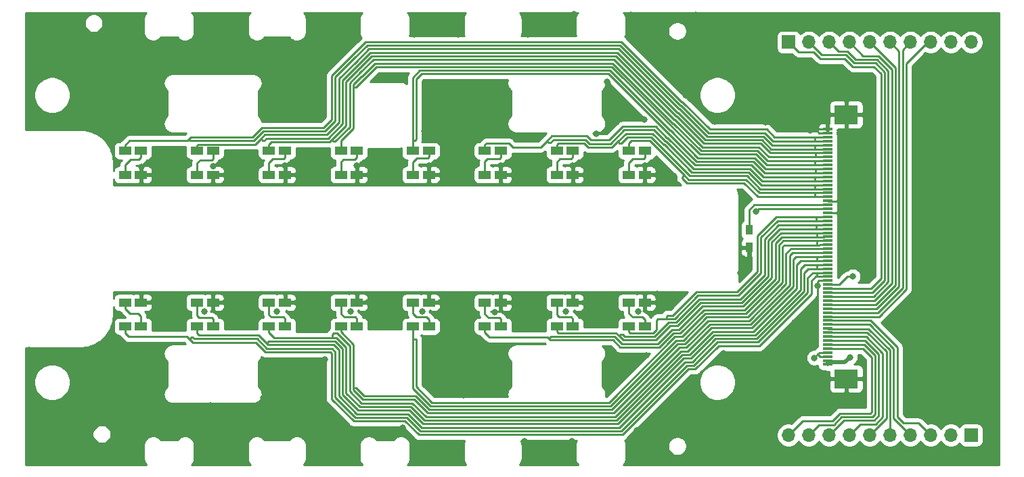
<source format=gtl>
G04 #@! TF.GenerationSoftware,KiCad,Pcbnew,(5.1.6-0-10_14)*
G04 #@! TF.CreationDate,2021-08-31T09:47:16+09:00*
G04 #@! TF.ProjectId,photo-single,70686f74-6f2d-4736-996e-676c652e6b69,rev?*
G04 #@! TF.SameCoordinates,Original*
G04 #@! TF.FileFunction,Copper,L1,Top*
G04 #@! TF.FilePolarity,Positive*
%FSLAX46Y46*%
G04 Gerber Fmt 4.6, Leading zero omitted, Abs format (unit mm)*
G04 Created by KiCad (PCBNEW (5.1.6-0-10_14)) date 2021-08-31 09:47:16*
%MOMM*%
%LPD*%
G01*
G04 APERTURE LIST*
G04 #@! TA.AperFunction,SMDPad,CuDef*
%ADD10R,1.600000X1.000000*%
G04 #@! TD*
G04 #@! TA.AperFunction,SMDPad,CuDef*
%ADD11R,0.900000X1.200000*%
G04 #@! TD*
G04 #@! TA.AperFunction,SMDPad,CuDef*
%ADD12R,1.250000X0.300000*%
G04 #@! TD*
G04 #@! TA.AperFunction,SMDPad,CuDef*
%ADD13R,3.000000X2.400000*%
G04 #@! TD*
G04 #@! TA.AperFunction,ComponentPad*
%ADD14R,1.700000X1.700000*%
G04 #@! TD*
G04 #@! TA.AperFunction,ComponentPad*
%ADD15O,1.700000X1.700000*%
G04 #@! TD*
G04 #@! TA.AperFunction,ViaPad*
%ADD16C,0.800000*%
G04 #@! TD*
G04 #@! TA.AperFunction,Conductor*
%ADD17C,0.250000*%
G04 #@! TD*
G04 #@! TA.AperFunction,Conductor*
%ADD18C,0.508000*%
G04 #@! TD*
G04 #@! TA.AperFunction,Conductor*
%ADD19C,0.254000*%
G04 #@! TD*
G04 APERTURE END LIST*
D10*
X162921211Y-89002066D03*
X162921211Y-92002066D03*
X108921211Y-111001633D03*
X108921211Y-108001633D03*
X162921211Y-108001633D03*
X162921211Y-111001633D03*
X160921211Y-111001633D03*
X160921211Y-108001633D03*
X153921211Y-108001633D03*
X153921211Y-111001633D03*
X151921211Y-111001633D03*
X151921211Y-108001633D03*
X144921211Y-108001633D03*
X144921211Y-111001633D03*
X142921211Y-111001633D03*
X142921211Y-108001633D03*
X135921211Y-108001633D03*
X135921211Y-111001633D03*
X117921211Y-111001633D03*
X117921211Y-108001633D03*
X106921211Y-108001633D03*
X106921211Y-111001633D03*
X115921211Y-108001633D03*
X115921211Y-111001633D03*
X126921211Y-111001633D03*
X126921211Y-108001633D03*
X124921211Y-108001633D03*
X124921211Y-111001633D03*
X99921211Y-111001633D03*
X99921211Y-108001633D03*
X133921211Y-111001633D03*
X133921211Y-108001633D03*
X97921211Y-108001633D03*
X97921211Y-111001633D03*
X160921211Y-92002066D03*
X160921211Y-89002066D03*
X99921211Y-92002066D03*
X99921211Y-89002066D03*
X135921211Y-89002066D03*
X135921211Y-92002066D03*
X115921211Y-89002066D03*
X115921211Y-92002066D03*
X117921211Y-92002066D03*
X117921211Y-89002066D03*
X142921211Y-92002066D03*
X142921211Y-89002066D03*
X106921211Y-89002066D03*
X106921211Y-92002066D03*
X124921211Y-89002066D03*
X124921211Y-92002066D03*
X133921211Y-92002066D03*
X133921211Y-89002066D03*
X126921211Y-92002066D03*
X126921211Y-89002066D03*
X153921211Y-89002066D03*
X153921211Y-92002066D03*
X144921211Y-89002066D03*
X144921211Y-92002066D03*
X151921211Y-92002066D03*
X151921211Y-89002066D03*
X97921211Y-89002066D03*
X97921211Y-92002066D03*
X108921211Y-92002066D03*
X108921211Y-89002066D03*
D11*
X176000000Y-101100000D03*
X176000000Y-98900000D03*
D12*
X185810000Y-115770000D03*
X185810000Y-115270000D03*
X185810000Y-114770000D03*
X185810000Y-114270000D03*
X185810000Y-113770000D03*
X185810000Y-113270000D03*
X185810000Y-112770000D03*
X185810000Y-112270000D03*
X185810000Y-111770000D03*
X185810000Y-111270000D03*
X185810000Y-110770000D03*
X185810000Y-110270000D03*
X185810000Y-109770000D03*
X185810000Y-109270000D03*
X185810000Y-108770000D03*
X185810000Y-108270000D03*
X185810000Y-107770000D03*
X185810000Y-107270000D03*
X185810000Y-106770000D03*
X185810000Y-106270000D03*
X185810000Y-105770000D03*
X185810000Y-105270000D03*
X185810000Y-104770000D03*
X185810000Y-104270000D03*
X185810000Y-103770000D03*
X185810000Y-103270000D03*
X185810000Y-102770000D03*
X185810000Y-102270000D03*
X185810000Y-101770000D03*
X185810000Y-101270000D03*
X185810000Y-100770000D03*
X185810000Y-100270000D03*
X185810000Y-99770000D03*
X185810000Y-99270000D03*
X185810000Y-98770000D03*
X185810000Y-98270000D03*
X185810000Y-97770000D03*
X185810000Y-97270000D03*
X185810000Y-96770000D03*
X185810000Y-96270000D03*
X185810000Y-95770000D03*
X185810000Y-95270000D03*
X185810000Y-94770000D03*
X185810000Y-94270000D03*
X185810000Y-93770000D03*
X185810000Y-93270000D03*
X185810000Y-92770000D03*
X185810000Y-92270000D03*
X185810000Y-91770000D03*
X185810000Y-91270000D03*
X185810000Y-90770000D03*
X185810000Y-90270000D03*
X185810000Y-89770000D03*
X185810000Y-89270000D03*
X185810000Y-88770000D03*
X185810000Y-88270000D03*
X185810000Y-87770000D03*
X185810000Y-87270000D03*
X185810000Y-86770000D03*
X185810000Y-86270000D03*
D13*
X188135000Y-117570000D03*
X188135000Y-84470000D03*
D14*
X180905000Y-75372000D03*
D15*
X183445000Y-75372000D03*
X185985000Y-75372000D03*
X188525000Y-75372000D03*
X191065000Y-75372000D03*
X193605000Y-75372000D03*
X196145000Y-75372000D03*
X198685000Y-75372000D03*
X201225000Y-75372000D03*
X203765000Y-75372000D03*
X180905000Y-124628000D03*
X183445000Y-124628000D03*
X185985000Y-124628000D03*
X188525000Y-124628000D03*
X191065000Y-124628000D03*
X193605000Y-124628000D03*
X196145000Y-124628000D03*
X198685000Y-124628000D03*
X201225000Y-124628000D03*
D14*
X203765000Y-124628000D03*
D16*
X175380000Y-102990000D03*
X184584998Y-105904268D03*
X182910000Y-117680000D03*
X165340000Y-107940000D03*
X166260000Y-92490000D03*
X187450000Y-96180000D03*
X85940000Y-85930000D03*
X85810000Y-79280000D03*
X85890000Y-72890000D03*
X88650000Y-75730000D03*
X91750000Y-79320000D03*
X91930000Y-72670000D03*
X91840000Y-85750000D03*
X95120000Y-82600000D03*
X98580000Y-79450000D03*
X98490000Y-72580000D03*
X98490000Y-72580000D03*
X95560000Y-75730000D03*
X101680000Y-82380000D03*
X98320000Y-85970000D03*
X103260000Y-89860000D03*
X99950000Y-90980000D03*
X108930000Y-90930000D03*
X117910000Y-90870000D03*
X126900000Y-90870000D03*
X135930000Y-90860000D03*
X144920000Y-90870000D03*
X153890000Y-90840000D03*
X162930000Y-90850000D03*
X103600000Y-92440000D03*
X112220000Y-92850000D03*
X121450000Y-92810000D03*
X130110000Y-92690000D03*
X139470000Y-92790000D03*
X148400000Y-92950000D03*
X157900000Y-92720000D03*
X157800000Y-90360000D03*
X148420000Y-90240000D03*
X139500000Y-89510000D03*
X130180000Y-89100000D03*
X121450000Y-89180000D03*
X112340000Y-89810000D03*
X102050000Y-86010000D03*
X102610000Y-75790000D03*
X107580000Y-72610000D03*
X112700000Y-72590000D03*
X109590000Y-76710000D03*
X105740000Y-78650000D03*
X113870000Y-78910000D03*
X116680000Y-75320000D03*
X121240000Y-72340000D03*
X126240000Y-72240000D03*
X123960000Y-75010000D03*
X120560000Y-78210000D03*
X116480000Y-80500000D03*
X115710000Y-84480000D03*
X122260000Y-84580000D03*
X129590000Y-79810000D03*
X132650000Y-79810000D03*
X134250000Y-72170000D03*
X139610000Y-74380000D03*
X136730000Y-73450000D03*
X139610000Y-72110000D03*
X134080000Y-74410000D03*
X135650000Y-80540000D03*
X135370000Y-86530000D03*
X138500000Y-83500000D03*
X145320000Y-80410000D03*
X145390000Y-86670000D03*
X142510000Y-83540000D03*
X140610000Y-80480000D03*
X140330000Y-86630000D03*
X145790000Y-83410000D03*
X135480000Y-83440000D03*
X149410000Y-87510000D03*
X156860000Y-86890000D03*
X162880000Y-85110000D03*
X158240000Y-80320000D03*
X157970000Y-83080000D03*
X160430000Y-83470000D03*
X158720000Y-85510000D03*
X148050000Y-72080000D03*
X154110000Y-71900000D03*
X154020000Y-74290000D03*
X148350000Y-74420000D03*
X150760000Y-73180000D03*
X161190000Y-71940000D03*
X161090000Y-74940000D03*
X164830000Y-78450000D03*
X168080000Y-82080000D03*
X171710000Y-85350000D03*
X178060000Y-85430000D03*
X179640000Y-86150000D03*
X183600000Y-86460000D03*
X164870000Y-73750000D03*
X169340000Y-71930000D03*
X168470000Y-75840000D03*
X169510000Y-78500000D03*
X173610000Y-72320000D03*
X172940000Y-75740000D03*
X174360000Y-80180000D03*
X175740000Y-83340000D03*
X180660000Y-81830000D03*
X185130000Y-83220000D03*
X190110000Y-81860000D03*
X184830000Y-81220000D03*
X179680000Y-78710000D03*
X177240000Y-75330000D03*
X180190000Y-72470000D03*
X186280000Y-72510000D03*
X194410000Y-72510000D03*
X196160000Y-127760000D03*
X189400000Y-127690000D03*
X183930000Y-127500000D03*
X178330000Y-127630000D03*
X168490000Y-127600000D03*
X173150000Y-124830000D03*
X168690000Y-121910000D03*
X178540000Y-121870000D03*
X178350000Y-115460000D03*
X181710000Y-110490000D03*
X184820000Y-119160000D03*
X180710000Y-117970000D03*
X172740000Y-114340000D03*
X168790000Y-117680000D03*
X174380000Y-119840000D03*
X161960000Y-124030000D03*
X161250000Y-127460000D03*
X165470000Y-121210000D03*
X166140000Y-124810000D03*
X178250000Y-124570000D03*
X147890000Y-125380000D03*
X153840000Y-125380000D03*
X153840000Y-127940000D03*
X147980000Y-127990000D03*
X150800000Y-126810000D03*
X158310000Y-118870000D03*
X163090000Y-114610000D03*
X158400000Y-113920000D03*
X160220000Y-116390000D03*
X145330000Y-119520000D03*
X145500000Y-113660000D03*
X135430000Y-113430000D03*
X135430000Y-118380000D03*
X140250000Y-119640000D03*
X138030000Y-115860000D03*
X140850000Y-113170000D03*
X143290000Y-116680000D03*
X140890000Y-110040000D03*
X137900000Y-109960000D03*
X162070000Y-109110000D03*
X153070000Y-109120000D03*
X144120000Y-109180000D03*
X135120000Y-109110000D03*
X126150000Y-109120000D03*
X116940000Y-109120000D03*
X107870000Y-109170000D03*
X103320000Y-107060000D03*
X112760000Y-107270000D03*
X121260000Y-107190000D03*
X130670000Y-107250000D03*
X139810000Y-107220000D03*
X148560000Y-107330000D03*
X157850000Y-107290000D03*
X157510000Y-109770000D03*
X122900000Y-115180000D03*
X115450000Y-115280000D03*
X115190000Y-119990000D03*
X122710000Y-119800000D03*
X118690000Y-117500000D03*
X95950000Y-112820000D03*
X85880000Y-113950000D03*
X93000000Y-114260000D03*
X85810000Y-120840000D03*
X93190000Y-120580000D03*
X89480000Y-115280000D03*
X89360000Y-121110000D03*
X85920000Y-124360000D03*
X85810000Y-127890000D03*
X89920000Y-127820000D03*
X95820000Y-127890000D03*
X90180000Y-124520000D03*
X96270000Y-117290000D03*
X98360000Y-121760000D03*
X99830000Y-127330000D03*
X102260000Y-114630000D03*
X101360000Y-118580000D03*
X103690000Y-122760000D03*
X98120000Y-124950000D03*
X108630000Y-120910000D03*
X107110000Y-127710000D03*
X106920000Y-124280000D03*
X112960000Y-124330000D03*
X113010000Y-127470000D03*
X109920000Y-126040000D03*
X118900000Y-123090000D03*
X120680000Y-125210000D03*
X127180000Y-125180000D03*
X121050000Y-128050000D03*
X126840000Y-127990000D03*
X123970000Y-126540000D03*
X123470000Y-122810000D03*
X132650000Y-123680000D03*
X134020000Y-127970000D03*
X139690000Y-125660000D03*
X139790000Y-127970000D03*
X134290000Y-125730000D03*
X137070000Y-126900000D03*
X175100000Y-95390000D03*
X174860000Y-104320000D03*
X187980000Y-86550000D03*
X188160000Y-92500000D03*
X187860000Y-98670000D03*
X191460000Y-96460000D03*
X191220000Y-90880000D03*
X190860000Y-86580000D03*
X188100000Y-89760000D03*
X189300000Y-94610000D03*
X197040000Y-85610000D03*
X197160000Y-92200000D03*
X197220000Y-99040000D03*
X101370000Y-107980000D03*
X110500000Y-107980000D03*
X119360000Y-107990000D03*
X128330000Y-107980000D03*
X137410000Y-107970000D03*
X146410000Y-107990000D03*
X155350000Y-108000000D03*
X164480000Y-106900000D03*
X206300000Y-72500000D03*
X201760000Y-72550000D03*
X202150000Y-127500000D03*
X206380000Y-127580000D03*
X206630000Y-124100000D03*
X198550000Y-107540000D03*
X199090000Y-96000000D03*
X198990000Y-88940000D03*
X206690000Y-118210000D03*
X206690000Y-110880000D03*
X206590000Y-102810000D03*
X206500000Y-95960000D03*
X206620000Y-88420000D03*
X206820000Y-80030000D03*
X206900000Y-75670000D03*
X198460000Y-77980000D03*
X196890000Y-81420000D03*
X199540000Y-83450000D03*
X193550000Y-110270000D03*
X199980000Y-111960000D03*
X197510000Y-110320000D03*
X195820000Y-118640000D03*
X198670000Y-121890000D03*
X188600000Y-114850000D03*
X188970000Y-104740000D03*
X184126010Y-114946010D03*
X176822653Y-96592653D03*
D17*
X188135000Y-84470000D02*
X186470000Y-84470000D01*
X186470000Y-84470000D02*
X185020000Y-84470000D01*
X185020000Y-84470000D02*
X184540000Y-84950000D01*
X185810000Y-86770000D02*
X184750000Y-86770000D01*
X184750000Y-86770000D02*
X184540000Y-86560000D01*
X184600000Y-86270000D02*
X184540000Y-86210000D01*
X185810000Y-86270000D02*
X184600000Y-86270000D01*
X184540000Y-86210000D02*
X184540000Y-84950000D01*
X184540000Y-86560000D02*
X184540000Y-86210000D01*
D18*
X176000000Y-102370000D02*
X175380000Y-102990000D01*
X176000000Y-101100000D02*
X176000000Y-102370000D01*
D17*
X184584998Y-105375002D02*
X184584998Y-105904268D01*
X184690000Y-105270000D02*
X184584998Y-105375002D01*
X185810000Y-105270000D02*
X184690000Y-105270000D01*
D18*
X183020000Y-117570000D02*
X182910000Y-117680000D01*
X188135000Y-117570000D02*
X183020000Y-117570000D01*
X165278367Y-108001633D02*
X165340000Y-107940000D01*
X162921211Y-108001633D02*
X165278367Y-108001633D01*
X165772066Y-92002066D02*
X166260000Y-92490000D01*
X162921211Y-92002066D02*
X165772066Y-92002066D01*
D17*
X187450000Y-95614315D02*
X187130684Y-95294999D01*
X187450000Y-96180000D02*
X187450000Y-95614315D01*
X185834999Y-95294999D02*
X185810000Y-95270000D01*
X187130684Y-95294999D02*
X185834999Y-95294999D01*
X185810000Y-96770000D02*
X187220000Y-96770000D01*
X187450000Y-96540000D02*
X187450000Y-96180000D01*
X187220000Y-96770000D02*
X187450000Y-96540000D01*
X169380000Y-106680000D02*
X166460000Y-109600000D01*
X174490000Y-106680000D02*
X169380000Y-106680000D01*
X177010000Y-104160000D02*
X174490000Y-106680000D01*
X177010000Y-99660000D02*
X177010000Y-104160000D01*
X179400000Y-97270000D02*
X177010000Y-99660000D01*
X160921211Y-111671211D02*
X160921211Y-111001633D01*
X161076634Y-111826634D02*
X160921211Y-111671211D01*
X177460010Y-99846400D02*
X177460009Y-104346401D01*
X163981212Y-111826634D02*
X161076634Y-111826634D01*
X164380000Y-110200000D02*
X164380000Y-111427846D01*
X164380000Y-111427846D02*
X163981212Y-111826634D01*
X164529990Y-110050010D02*
X164380000Y-110200000D01*
X177460009Y-104346401D02*
X174676401Y-107130009D01*
X169566400Y-107130010D02*
X166646401Y-110050009D01*
X174676401Y-107130009D02*
X169566400Y-107130010D01*
X179536410Y-97770000D02*
X177460010Y-99846400D01*
X184380000Y-97360000D02*
X184290000Y-97270000D01*
X184380000Y-97770000D02*
X184380000Y-97360000D01*
X184380000Y-97770000D02*
X179536410Y-97770000D01*
X184290000Y-97270000D02*
X179400000Y-97270000D01*
X185810000Y-97270000D02*
X184290000Y-97270000D01*
X185810000Y-97770000D02*
X184380000Y-97770000D01*
X166460000Y-109600000D02*
X165790000Y-109600000D01*
X165659991Y-109730009D02*
X165659991Y-110050009D01*
X165790000Y-109600000D02*
X165659991Y-109730009D01*
X165659991Y-110050009D02*
X164529990Y-110050010D01*
X166646401Y-110050009D02*
X165659991Y-110050009D01*
X164167613Y-112276643D02*
X160416644Y-112276644D01*
X166832802Y-110500018D02*
X165944238Y-110500018D01*
X177910018Y-104532802D02*
X174862802Y-107580018D01*
X174862802Y-107580018D02*
X169752802Y-107580018D01*
X165944238Y-110500018D02*
X164167613Y-112276643D01*
X169752802Y-107580018D02*
X166832802Y-110500018D01*
X177910019Y-100032801D02*
X177910018Y-104532802D01*
X179672820Y-98270000D02*
X177910019Y-100032801D01*
X152116634Y-111826634D02*
X151921211Y-111631211D01*
X159330224Y-111826634D02*
X152116634Y-111826634D01*
X169939202Y-108030028D02*
X167019203Y-110950027D01*
X151921211Y-111631211D02*
X151921211Y-111001633D01*
X167019203Y-110950027D02*
X166130638Y-110950028D01*
X175049203Y-108030027D02*
X169939202Y-108030028D01*
X166130638Y-110950028D02*
X164354014Y-112726652D01*
X178360027Y-104719203D02*
X175049203Y-108030027D01*
X179809230Y-98770000D02*
X178360028Y-100219202D01*
X178360028Y-100219202D02*
X178360027Y-104719203D01*
X164354014Y-112726652D02*
X160230245Y-112726653D01*
X184380000Y-98410000D02*
X184520000Y-98270000D01*
X184380000Y-98770000D02*
X184380000Y-98410000D01*
X185810000Y-98270000D02*
X184520000Y-98270000D01*
X184520000Y-98270000D02*
X179672820Y-98270000D01*
X185810000Y-98770000D02*
X184380000Y-98770000D01*
X184380000Y-98770000D02*
X179809230Y-98770000D01*
X160416644Y-112276644D02*
X160130000Y-111990000D01*
X159930000Y-111990000D02*
X159711796Y-112208204D01*
X160130000Y-111990000D02*
X159930000Y-111990000D01*
X159711796Y-112208204D02*
X159330224Y-111826634D01*
X160230245Y-112726653D02*
X159711796Y-112208204D01*
X142921211Y-111761211D02*
X142921211Y-111001633D01*
X143500000Y-112340000D02*
X142921211Y-111761211D01*
X159857447Y-113626671D02*
X158957427Y-112726653D01*
X164726816Y-113626670D02*
X159857447Y-113626671D01*
X158957427Y-112726653D02*
X151140243Y-112726653D01*
X179260046Y-105092004D02*
X175422005Y-108930045D01*
X166503440Y-111850046D02*
X164726816Y-113626670D01*
X180057051Y-99794999D02*
X179260046Y-100592004D01*
X167392005Y-111850045D02*
X166503440Y-111850046D01*
X170312005Y-108930045D02*
X167392005Y-111850045D01*
X150753590Y-112340000D02*
X143500000Y-112340000D01*
X179260046Y-100592004D02*
X179260046Y-105092004D01*
X175422005Y-108930045D02*
X170312005Y-108930045D01*
X185430000Y-99770000D02*
X185405001Y-99794999D01*
X185810000Y-99770000D02*
X185430000Y-99770000D01*
X184455001Y-99295001D02*
X184430000Y-99270000D01*
X184455001Y-99794999D02*
X184455001Y-99295001D01*
X185810000Y-99270000D02*
X184430000Y-99270000D01*
X185405001Y-99794999D02*
X184455001Y-99794999D01*
X184455001Y-99794999D02*
X180057051Y-99794999D01*
X151223356Y-112276644D02*
X150956795Y-112543205D01*
X159143826Y-112276644D02*
X151223356Y-112276644D01*
X160043846Y-113176662D02*
X159143826Y-112276644D01*
X170125603Y-108480037D02*
X167205604Y-111400036D01*
X175235604Y-108480036D02*
X170125603Y-108480037D01*
X178810037Y-100405603D02*
X178810036Y-104905604D01*
X164540415Y-113176661D02*
X160043846Y-113176662D01*
X166317040Y-111400036D02*
X164540415Y-113176661D01*
X179945640Y-99270000D02*
X178810037Y-100405603D01*
X184430000Y-99270000D02*
X179945640Y-99270000D01*
X150956795Y-112543205D02*
X150753590Y-112340000D01*
X167205604Y-111400036D02*
X166317040Y-111400036D01*
X178810036Y-104905604D02*
X175235604Y-108480036D01*
X151140243Y-112726653D02*
X150956795Y-112543205D01*
X167764807Y-112750063D02*
X170684806Y-109830064D01*
X166876242Y-112750064D02*
X167764807Y-112750063D01*
X158656297Y-120970009D02*
X166876242Y-112750064D01*
X133921211Y-118751211D02*
X136140010Y-120970010D01*
X170684806Y-109830064D02*
X175734805Y-109830063D01*
X136140010Y-120970010D02*
X158656297Y-120970009D01*
X180395001Y-100794999D02*
X180160065Y-101029935D01*
X180160064Y-105464806D02*
X175794807Y-109830063D01*
X180160065Y-101029935D02*
X180160064Y-105464806D01*
X184794868Y-100770000D02*
X184769869Y-100794999D01*
X185810000Y-100770000D02*
X184794868Y-100770000D01*
X184444999Y-100314999D02*
X184400000Y-100270000D01*
X184444999Y-100794999D02*
X180395001Y-100794999D01*
X184769869Y-100794999D02*
X184444999Y-100794999D01*
X184444999Y-100794999D02*
X184444999Y-100314999D01*
X185810000Y-100270000D02*
X184400000Y-100270000D01*
X134328789Y-112618789D02*
X133921211Y-112618789D01*
X134371221Y-112661221D02*
X134328789Y-112618789D01*
X134371221Y-118564811D02*
X134371221Y-112661221D01*
X133921211Y-112618789D02*
X133921211Y-118751211D01*
X158469896Y-120520000D02*
X136326410Y-120520000D01*
X167578406Y-112300054D02*
X166689842Y-112300054D01*
X170498405Y-109380055D02*
X167578406Y-112300054D01*
X166689842Y-112300054D02*
X158469896Y-120520000D01*
X179710055Y-105278405D02*
X175608406Y-109380054D01*
X180240000Y-100270000D02*
X179710056Y-100799944D01*
X133921211Y-111001633D02*
X133921211Y-112618789D01*
X184400000Y-100270000D02*
X180240000Y-100270000D01*
X175608406Y-109380054D02*
X170498405Y-109380055D01*
X136326410Y-120520000D02*
X134371221Y-118564811D01*
X179710056Y-100799944D02*
X179710055Y-105278405D01*
X134057192Y-120160010D02*
X127653600Y-120160010D01*
X159029099Y-121870027D02*
X135767212Y-121870028D01*
X168137609Y-113650081D02*
X167249044Y-113650082D01*
X126471201Y-113251201D02*
X124921211Y-111701211D01*
X171057608Y-110730082D02*
X168137609Y-113650081D01*
X176167609Y-110730081D02*
X171057608Y-110730082D01*
X181060083Y-102109917D02*
X181060082Y-105837608D01*
X181400000Y-101770000D02*
X181060083Y-102109917D01*
X135767212Y-121870028D02*
X134057192Y-120160010D01*
X124921211Y-111701211D02*
X124921211Y-111001633D01*
X181060082Y-105837608D02*
X176167609Y-110730081D01*
X127653600Y-120160010D02*
X126471202Y-118977612D01*
X167249044Y-113650082D02*
X159029099Y-121870027D01*
X185810000Y-101770000D02*
X181400000Y-101770000D01*
X127840000Y-119700000D02*
X126808798Y-118668798D01*
X135953609Y-121420019D02*
X134233590Y-119700000D01*
X158842696Y-121420018D02*
X135953609Y-121420019D01*
X167951208Y-113200072D02*
X167062644Y-113200072D01*
X175981208Y-110280072D02*
X170871208Y-110280072D01*
X126471202Y-118668798D02*
X126471201Y-113251201D01*
X170871208Y-110280072D02*
X167951208Y-113200072D01*
X180610073Y-105651207D02*
X175981208Y-110280072D01*
X185810000Y-101270000D02*
X181230074Y-101270000D01*
X180610074Y-101890000D02*
X180610073Y-105651207D01*
X126808798Y-118668798D02*
X126471202Y-118668798D01*
X167062644Y-113200072D02*
X158842696Y-121420018D01*
X181230074Y-101270000D02*
X180610074Y-101890000D01*
X134233590Y-119700000D02*
X127840000Y-119700000D01*
X126471202Y-118977612D02*
X126471202Y-118668798D01*
X124483590Y-111900000D02*
X126021193Y-113437603D01*
X126021193Y-119164013D02*
X127467200Y-120610020D01*
X126021193Y-113437603D02*
X126021193Y-119164013D01*
X127467200Y-120610020D02*
X128750000Y-120610020D01*
X133870794Y-120610020D02*
X135580813Y-122320037D01*
X128750000Y-120610020D02*
X133870794Y-120610020D01*
X135580813Y-122320037D02*
X138310001Y-122320036D01*
X138310001Y-122320036D02*
X159215500Y-122320036D01*
X159215500Y-122320036D02*
X167435446Y-114100090D01*
X167435446Y-114100090D02*
X168324010Y-114100090D01*
X168324010Y-114100090D02*
X171244009Y-111180091D01*
X171244009Y-111180091D02*
X176294008Y-111180090D01*
X181830000Y-102270000D02*
X181510092Y-102589908D01*
X182140092Y-102270000D02*
X181830000Y-102270000D01*
X126021193Y-113437603D02*
X124410224Y-111826634D01*
X133870794Y-120610020D02*
X127467199Y-120610019D01*
X135580812Y-122320037D02*
X133870794Y-120610020D01*
X167435446Y-114100090D02*
X159215498Y-122320036D01*
X181510092Y-102589908D02*
X181510091Y-106024009D01*
X126021193Y-119164011D02*
X126021193Y-113437603D01*
X127467199Y-120610019D02*
X126021193Y-119164011D01*
X168324008Y-114100090D02*
X167435446Y-114100090D01*
X159215498Y-122320036D02*
X135580812Y-122320037D01*
X171244010Y-111180090D02*
X168324008Y-114100090D01*
X176354008Y-111180090D02*
X171244010Y-111180090D01*
X181510091Y-106024009D02*
X176354008Y-111180090D01*
X115921211Y-111771211D02*
X115921211Y-111001633D01*
X125571183Y-113624003D02*
X124367180Y-112420000D01*
X125571184Y-119350414D02*
X125571183Y-113624003D01*
X168510411Y-114550099D02*
X167621846Y-114550100D01*
X171430411Y-111630099D02*
X168510411Y-114550099D01*
X181960100Y-106210410D02*
X176540411Y-111630099D01*
X133684396Y-121060030D02*
X127280800Y-121060030D01*
X176540411Y-111630099D02*
X171430411Y-111630099D01*
X135394414Y-122770046D02*
X133684396Y-121060030D01*
X116570000Y-112420000D02*
X115921211Y-111771211D01*
X127280800Y-121060030D02*
X125571184Y-119350414D01*
X167621846Y-114550100D02*
X159401901Y-122770045D01*
X181960101Y-103250000D02*
X181960100Y-106210410D01*
X182440101Y-102770000D02*
X181960101Y-103250000D01*
X159401901Y-122770045D02*
X135394414Y-122770046D01*
X184480000Y-102310000D02*
X184520000Y-102270000D01*
X184480000Y-102770000D02*
X184480000Y-102310000D01*
X185810000Y-102270000D02*
X184520000Y-102270000D01*
X185810000Y-102770000D02*
X184480000Y-102770000D01*
X184520000Y-102270000D02*
X182140092Y-102270000D01*
X184480000Y-102770000D02*
X182440101Y-102770000D01*
X124410224Y-111826634D02*
X124003366Y-111826634D01*
X123830000Y-112000000D02*
X123830000Y-112420000D01*
X124003366Y-111826634D02*
X123830000Y-112000000D01*
X123830000Y-112420000D02*
X116570000Y-112420000D01*
X124367180Y-112420000D02*
X123830000Y-112420000D01*
X114603590Y-112110000D02*
X107160000Y-112110000D01*
X123994380Y-113320020D02*
X115813610Y-113320020D01*
X124671165Y-113996805D02*
X123994380Y-113320020D01*
X124671166Y-119723216D02*
X124671165Y-113996805D01*
X135021616Y-123670064D02*
X133311600Y-121960050D01*
X171803213Y-112530117D02*
X168883213Y-115450117D01*
X133311600Y-121960050D02*
X126908000Y-121960050D01*
X159774703Y-123670063D02*
X135021616Y-123670064D01*
X167994649Y-115450117D02*
X159774703Y-123670063D01*
X107160000Y-112110000D02*
X106921211Y-111871211D01*
X168883213Y-115450117D02*
X167994649Y-115450117D01*
X106921211Y-111871211D02*
X106921211Y-111001633D01*
X182860118Y-106583212D02*
X176913213Y-112530117D01*
X182860119Y-104300000D02*
X182860118Y-106583212D01*
X126908000Y-121960050D02*
X124671166Y-119723216D01*
X183390119Y-103770000D02*
X182860119Y-104300000D01*
X176913213Y-112530117D02*
X171803213Y-112530117D01*
X185810000Y-103270000D02*
X184490000Y-103270000D01*
X185810000Y-103770000D02*
X184490000Y-103770000D01*
X184490000Y-103770000D02*
X184490000Y-103270000D01*
X184490000Y-103770000D02*
X183390119Y-103770000D01*
X115869990Y-112870010D02*
X115616795Y-113123205D01*
X124180780Y-112870010D02*
X115869990Y-112870010D01*
X125121175Y-113810405D02*
X124180780Y-112870010D01*
X125121175Y-119536815D02*
X125121175Y-113810405D01*
X135208015Y-123220055D02*
X133497998Y-121510040D01*
X127094400Y-121510040D02*
X125121175Y-119536815D01*
X133497998Y-121510040D02*
X127094400Y-121510040D01*
X159588302Y-123220054D02*
X135208015Y-123220055D01*
X176726812Y-112080108D02*
X171616811Y-112080109D01*
X167808247Y-115000109D02*
X159588302Y-123220054D01*
X171616811Y-112080109D02*
X168696812Y-115000108D01*
X182410109Y-106396811D02*
X176726812Y-112080108D01*
X168696812Y-115000108D02*
X167808247Y-115000109D01*
X182910110Y-103270000D02*
X182410110Y-103770000D01*
X115616795Y-113123205D02*
X114603590Y-112110000D01*
X182410110Y-103770000D02*
X182410109Y-106396811D01*
X184490000Y-103270000D02*
X182910110Y-103270000D01*
X115813610Y-113320020D02*
X115616795Y-113123205D01*
X177099613Y-112980127D02*
X176860127Y-112980127D01*
X183310128Y-104880000D02*
X183310127Y-106769613D01*
X183920128Y-104270000D02*
X183310128Y-104880000D01*
X183310127Y-106769613D02*
X177099613Y-112980127D01*
X176860127Y-112980127D02*
X177039612Y-112980126D01*
X98380000Y-112290000D02*
X97921211Y-111831211D01*
X105633590Y-112290000D02*
X98380000Y-112290000D01*
X114250770Y-113030000D02*
X106373590Y-113030000D01*
X115440810Y-114220040D02*
X114250770Y-113030000D01*
X97921211Y-111831211D02*
X97921211Y-111001633D01*
X123590040Y-114220040D02*
X115440810Y-114220040D01*
X123771148Y-120096018D02*
X123771147Y-114401147D01*
X132938804Y-122860070D02*
X126535200Y-122860070D01*
X123771147Y-114401147D02*
X123590040Y-114220040D01*
X134648818Y-124570082D02*
X132938804Y-122860070D01*
X160147505Y-124570081D02*
X134648818Y-124570082D01*
X169256015Y-116350135D02*
X168367450Y-116350136D01*
X172176015Y-113430135D02*
X169256015Y-116350135D01*
X183760137Y-105330000D02*
X183760136Y-106956014D01*
X183760136Y-106956014D02*
X177286015Y-113430135D01*
X168367450Y-116350136D02*
X160147505Y-124570081D01*
X184320137Y-104770000D02*
X183760137Y-105330000D01*
X126535200Y-122860070D02*
X123771148Y-120096018D01*
X177286015Y-113430135D02*
X172176015Y-113430135D01*
X184480000Y-104300000D02*
X184510000Y-104270000D01*
X184480000Y-104770000D02*
X184480000Y-104300000D01*
X184510000Y-104270000D02*
X183920128Y-104270000D01*
X185810000Y-104770000D02*
X184480000Y-104770000D01*
X185810000Y-104270000D02*
X184510000Y-104270000D01*
X184480000Y-104770000D02*
X184320137Y-104770000D01*
X106350000Y-112340000D02*
X106200000Y-112340000D01*
X106200000Y-112340000D02*
X105941795Y-112598205D01*
X115627210Y-113770030D02*
X114417190Y-112560010D01*
X123807980Y-113770030D02*
X115627210Y-113770030D01*
X123807980Y-113777980D02*
X123807980Y-113770030D01*
X106540010Y-112530010D02*
X106350000Y-112340000D01*
X124221157Y-119909617D02*
X124221157Y-114191157D01*
X106540010Y-112560010D02*
X106540010Y-112530010D01*
X114417190Y-112560010D02*
X106540010Y-112560010D01*
X124221157Y-114191157D02*
X123807980Y-113777980D01*
X159961104Y-124120072D02*
X134835217Y-124120073D01*
X105941795Y-112598205D02*
X105633590Y-112290000D01*
X168181049Y-115900127D02*
X159961104Y-124120072D01*
X169069614Y-115900126D02*
X168181049Y-115900127D01*
X134835217Y-124120073D02*
X133125202Y-122410060D01*
X171989613Y-112980127D02*
X169069614Y-115900126D01*
X176860127Y-112980127D02*
X171989613Y-112980127D01*
X126721600Y-122410060D02*
X124221157Y-119909617D01*
X133125202Y-122410060D02*
X126721600Y-122410060D01*
X106373590Y-113030000D02*
X105941795Y-112598205D01*
X175360000Y-93040000D02*
X177090000Y-94770000D01*
X168207737Y-93040000D02*
X175360000Y-93040000D01*
X168394137Y-92589990D02*
X175546401Y-92589991D01*
X175546401Y-92589991D02*
X177226410Y-94270000D01*
X161280000Y-87730000D02*
X163534147Y-87730000D01*
X160921211Y-88088789D02*
X161280000Y-87730000D01*
X160921211Y-89002066D02*
X160921211Y-88088789D01*
X184210000Y-94770000D02*
X184210000Y-94280000D01*
X184220000Y-94270000D02*
X177226410Y-94270000D01*
X185810000Y-94270000D02*
X184220000Y-94270000D01*
X177090000Y-94770000D02*
X184210000Y-94770000D01*
X184210000Y-94280000D02*
X184220000Y-94270000D01*
X184210000Y-94770000D02*
X185810000Y-94770000D01*
X168207737Y-93040000D02*
X167600000Y-92432263D01*
X167600000Y-92270000D02*
X167837073Y-92032927D01*
X167600000Y-92432263D02*
X167600000Y-92270000D01*
X167837073Y-92032927D02*
X168394137Y-92589990D01*
X163534147Y-87730000D02*
X167837073Y-92032927D01*
X175732802Y-92139982D02*
X177362820Y-93770000D01*
X168580538Y-92139981D02*
X175732802Y-92139982D01*
X163720548Y-87279991D02*
X168580538Y-92139981D01*
X160740010Y-87279990D02*
X163720548Y-87279991D01*
X175919203Y-91689973D02*
X177499230Y-93270000D01*
X168839972Y-91689972D02*
X175919203Y-91689973D01*
X163906949Y-86829982D02*
X165328483Y-88251516D01*
X160553611Y-86829981D02*
X163906949Y-86829982D01*
X165401516Y-88251516D02*
X168839972Y-91689972D01*
X152140000Y-88040000D02*
X155310000Y-88040000D01*
X151921211Y-88258789D02*
X152140000Y-88040000D01*
X155822056Y-88552056D02*
X158831534Y-88552056D01*
X165328483Y-88251516D02*
X165401516Y-88251516D01*
X155310000Y-88040000D02*
X155822056Y-88552056D01*
X151921211Y-89002066D02*
X151921211Y-88258789D01*
X184210000Y-93400000D02*
X184340000Y-93270000D01*
X184210000Y-93770000D02*
X184210000Y-93400000D01*
X184340000Y-93270000D02*
X177499230Y-93270000D01*
X185810000Y-93270000D02*
X184340000Y-93270000D01*
X177362820Y-93770000D02*
X184210000Y-93770000D01*
X184210000Y-93770000D02*
X185810000Y-93770000D01*
X160740010Y-87279990D02*
X160010000Y-88010000D01*
X159770000Y-88010000D02*
X159571796Y-87811796D01*
X160010000Y-88010000D02*
X159770000Y-88010000D01*
X159571796Y-87811796D02*
X160553611Y-86829981D01*
X158831534Y-88552056D02*
X159571796Y-87811796D01*
X176105604Y-91239964D02*
X177635640Y-92770000D01*
X165587917Y-87801507D02*
X169026373Y-91239963D01*
X156022046Y-88102046D02*
X158645135Y-88102046D01*
X165514883Y-87801506D02*
X165587917Y-87801507D01*
X169026373Y-91239963D02*
X176105604Y-91239964D01*
X160367211Y-86379972D02*
X164093350Y-86379973D01*
X158645135Y-88102046D02*
X160367211Y-86379972D01*
X164093350Y-86379973D02*
X165514883Y-87801506D01*
X155509990Y-87589990D02*
X156022046Y-88102046D01*
X151500010Y-87589990D02*
X155509990Y-87589990D01*
X169212774Y-90789954D02*
X176292005Y-90789955D01*
X165774318Y-87351498D02*
X169212774Y-90789954D01*
X165701285Y-87351498D02*
X165774318Y-87351498D01*
X164279751Y-85929964D02*
X165701285Y-87351498D01*
X160180812Y-85929963D02*
X164279751Y-85929964D01*
X158458736Y-87652036D02*
X160180812Y-85929963D01*
X155696391Y-87139981D02*
X156208446Y-87652036D01*
X151313610Y-87139980D02*
X155696391Y-87139981D01*
X156208446Y-87652036D02*
X158458736Y-87652036D01*
X145910000Y-88040000D02*
X146422056Y-88552056D01*
X176292005Y-90789955D02*
X177772050Y-92270000D01*
X146422056Y-88552056D02*
X149901534Y-88552056D01*
X142921211Y-89002066D02*
X142921211Y-88248789D01*
X143130000Y-88040000D02*
X145910000Y-88040000D01*
X142921211Y-88248789D02*
X143130000Y-88040000D01*
X184220000Y-92290000D02*
X184240000Y-92270000D01*
X184220000Y-92770000D02*
X184220000Y-92290000D01*
X184240000Y-92270000D02*
X177772050Y-92270000D01*
X185810000Y-92270000D02*
X184240000Y-92270000D01*
X177635640Y-92770000D02*
X184220000Y-92770000D01*
X184220000Y-92770000D02*
X185810000Y-92770000D01*
X151500010Y-87589990D02*
X151090000Y-88000000D01*
X150920000Y-88000000D02*
X150686795Y-87766795D01*
X151090000Y-88000000D02*
X150920000Y-88000000D01*
X150686795Y-87766795D02*
X151313610Y-87139980D01*
X149901534Y-88552056D02*
X150686795Y-87766795D01*
X133921211Y-79798789D02*
X134799920Y-78920080D01*
X133921211Y-87418789D02*
X133921211Y-79798789D01*
X157719920Y-78920080D02*
X158542688Y-78920081D01*
X134799920Y-78920080D02*
X157719920Y-78920080D01*
X157719920Y-78920080D02*
X157906277Y-78920080D01*
X158542688Y-78920081D02*
X164316304Y-84693696D01*
X164316304Y-84693696D02*
X164421303Y-84798696D01*
X176664807Y-89889937D02*
X178044870Y-91270000D01*
X169599936Y-89889936D02*
X176664807Y-89889937D01*
X164316304Y-84693696D02*
X166074087Y-86451480D01*
X166161480Y-86451480D02*
X169599936Y-89889936D01*
X166074087Y-86451480D02*
X166161480Y-86451480D01*
X184270000Y-91770000D02*
X184270000Y-91310000D01*
X184270000Y-91770000D02*
X185810000Y-91770000D01*
X184310000Y-91270000D02*
X178044870Y-91270000D01*
X184270000Y-91310000D02*
X184310000Y-91270000D01*
X185810000Y-91270000D02*
X184310000Y-91270000D01*
X134188789Y-87711211D02*
X133921211Y-87711211D01*
X134371221Y-87528779D02*
X134188789Y-87711211D01*
X134986320Y-79370090D02*
X134371221Y-79985189D01*
X133921211Y-87711211D02*
X133921211Y-87418789D01*
X158356287Y-79370090D02*
X134986320Y-79370090D01*
X165887685Y-86901488D02*
X158356287Y-79370090D01*
X165960719Y-86901489D02*
X165887685Y-86901488D01*
X169399175Y-90339945D02*
X165960719Y-86901489D01*
X184270000Y-91770000D02*
X177908460Y-91770000D01*
X133921211Y-89002066D02*
X133921211Y-87711211D01*
X176478406Y-90339946D02*
X169399175Y-90339945D01*
X177908460Y-91770000D02*
X176478406Y-90339946D01*
X134371221Y-79985189D02*
X134371221Y-87528779D01*
X166534282Y-85551462D02*
X169972738Y-88989918D01*
X158915490Y-78020063D02*
X166446889Y-85551462D01*
X124921211Y-87728789D02*
X126471202Y-86178798D01*
X126471202Y-80692388D02*
X127513604Y-79649986D01*
X158279077Y-78020060D02*
X158915490Y-78020063D01*
X166446889Y-85551462D02*
X166534282Y-85551462D01*
X177037609Y-88989919D02*
X178317690Y-90270000D01*
X127513604Y-79649986D02*
X127540014Y-79649986D01*
X127540014Y-79649986D02*
X129169940Y-78020060D01*
X169972738Y-88989918D02*
X177037609Y-88989919D01*
X129169940Y-78020060D02*
X158279077Y-78020060D01*
X124921211Y-89002066D02*
X124921211Y-87728789D01*
X169786337Y-89439927D02*
X158816480Y-78470070D01*
X129349930Y-78470070D02*
X126790000Y-81030000D01*
X126471202Y-86178798D02*
X126471202Y-80941202D01*
X176851206Y-89439928D02*
X169786337Y-89439927D01*
X178181280Y-90770000D02*
X176851206Y-89439928D01*
X126790000Y-81030000D02*
X126560000Y-81030000D01*
X158816480Y-78470070D02*
X129349930Y-78470070D01*
X126560000Y-81030000D02*
X126471202Y-80941202D01*
X126471202Y-80941202D02*
X126471202Y-80692388D01*
X184190000Y-90290000D02*
X184170000Y-90270000D01*
X184190000Y-90770000D02*
X184190000Y-90290000D01*
X184190000Y-90770000D02*
X178181280Y-90770000D01*
X184170000Y-90270000D02*
X185810000Y-90270000D01*
X185810000Y-90770000D02*
X184190000Y-90770000D01*
X178317690Y-90270000D02*
X184170000Y-90270000D01*
X166720683Y-85101453D02*
X170159139Y-88539909D01*
X170159139Y-88539909D02*
X177224010Y-88539910D01*
X166633289Y-85101452D02*
X166720683Y-85101453D01*
X126021193Y-80505987D02*
X127327202Y-79199978D01*
X127335663Y-79199977D02*
X128965590Y-77570050D01*
X127327202Y-79199978D02*
X127335663Y-79199977D01*
X177224010Y-88539910D02*
X178454100Y-89770000D01*
X128965590Y-77570050D02*
X159101887Y-77570050D01*
X126021191Y-85992399D02*
X126021193Y-80505987D01*
X159101887Y-77570050D02*
X166633289Y-85101452D01*
X125571182Y-85805998D02*
X125571184Y-80319586D01*
X166819691Y-84651444D02*
X166907084Y-84651444D01*
X177410411Y-88089901D02*
X178590510Y-89270000D01*
X159288287Y-77120040D02*
X166819691Y-84651444D01*
X127149262Y-78749968D02*
X128779190Y-77120040D01*
X166907084Y-84651444D02*
X170345540Y-88089900D01*
X125571184Y-80319586D02*
X127140802Y-78749968D01*
X115921211Y-89002066D02*
X115921211Y-88198789D01*
X127140802Y-78749968D02*
X127149262Y-78749968D01*
X170345540Y-88089900D02*
X177410411Y-88089901D01*
X116230000Y-87890000D02*
X123487180Y-87890000D01*
X115921211Y-88198789D02*
X116230000Y-87890000D01*
X128779190Y-77120040D02*
X159288287Y-77120040D01*
X184260000Y-89290000D02*
X184240000Y-89270000D01*
X184260000Y-89770000D02*
X184260000Y-89290000D01*
X185810000Y-89270000D02*
X184240000Y-89270000D01*
X178454100Y-89770000D02*
X184260000Y-89770000D01*
X184240000Y-89270000D02*
X178590510Y-89270000D01*
X184260000Y-89770000D02*
X185810000Y-89770000D01*
X126021191Y-85992399D02*
X124203590Y-87810000D01*
X124203590Y-87810000D02*
X123980000Y-87810000D01*
X123773590Y-87603590D02*
X125571182Y-85805998D01*
X123980000Y-87810000D02*
X123773590Y-87603590D01*
X123487180Y-87890000D02*
X123773590Y-87603590D01*
X177596812Y-87639892D02*
X178726920Y-88770000D01*
X159474687Y-76670030D02*
X167006091Y-84201434D01*
X167006091Y-84201434D02*
X167093485Y-84201435D01*
X128592790Y-76670030D02*
X159474687Y-76670030D01*
X126962862Y-78299958D02*
X128592790Y-76670030D01*
X170531941Y-87639891D02*
X177596812Y-87639892D01*
X126954402Y-78299958D02*
X126962862Y-78299958D01*
X125121175Y-80133185D02*
X126954402Y-78299958D01*
X125121173Y-85619597D02*
X125121175Y-80133185D01*
X123310770Y-87430000D02*
X125121173Y-85619597D01*
X115600000Y-87430000D02*
X123310770Y-87430000D01*
X167093485Y-84201435D02*
X170531941Y-87639891D01*
X106921211Y-88298789D02*
X106921211Y-89002066D01*
X118460010Y-86979990D02*
X115413600Y-86979990D01*
X118460020Y-86980000D02*
X118460010Y-86979990D01*
X124671164Y-85433196D02*
X123124360Y-86980000D01*
X167279886Y-83751426D02*
X167192493Y-83751426D01*
X126768001Y-77849950D02*
X124671166Y-79946784D01*
X124671166Y-79946784D02*
X124671164Y-85433196D01*
X126776461Y-77849949D02*
X126768001Y-77849950D01*
X178863330Y-88270000D02*
X177783213Y-87189883D01*
X128406390Y-76220020D02*
X126776461Y-77849949D01*
X167192493Y-83751426D02*
X159661087Y-76220020D01*
X107042935Y-88177065D02*
X106921211Y-88298789D01*
X123124360Y-86980000D02*
X118460020Y-86980000D01*
X170718342Y-87189882D02*
X167279886Y-83751426D01*
X114216525Y-88177065D02*
X107042935Y-88177065D01*
X159661087Y-76220020D02*
X128406390Y-76220020D01*
X177783213Y-87189883D02*
X170718342Y-87189882D01*
X184250000Y-88320000D02*
X184300000Y-88270000D01*
X184250000Y-88770000D02*
X184250000Y-88320000D01*
X184300000Y-88270000D02*
X178863330Y-88270000D01*
X185810000Y-88270000D02*
X184300000Y-88270000D01*
X178726920Y-88770000D02*
X184250000Y-88770000D01*
X184250000Y-88770000D02*
X185810000Y-88770000D01*
X115600000Y-87430000D02*
X115320000Y-87710000D01*
X115320000Y-87710000D02*
X115130000Y-87710000D01*
X115130000Y-87710000D02*
X114911795Y-87491795D01*
X114911795Y-87491795D02*
X114911795Y-87481795D01*
X114911795Y-87481795D02*
X114216525Y-88177065D01*
X115413600Y-86979990D02*
X114911795Y-87481795D01*
X97921211Y-88278789D02*
X97921211Y-89002066D01*
X105681865Y-87720000D02*
X98480000Y-87720000D01*
X113843725Y-87277045D02*
X106124820Y-87277045D01*
X115040790Y-86079980D02*
X113843725Y-87277045D01*
X123771148Y-79573982D02*
X123771146Y-85060394D01*
X122751560Y-86079980D02*
X115040790Y-86079980D01*
X128025130Y-75320000D02*
X123771148Y-79573982D01*
X160033887Y-75320000D02*
X128025130Y-75320000D01*
X179136150Y-87270000D02*
X178156015Y-86289865D01*
X178156015Y-86289865D02*
X171091144Y-86289864D01*
X98480000Y-87720000D02*
X97921211Y-88278789D01*
X167652688Y-82851408D02*
X167565295Y-82851408D01*
X123771146Y-85060394D02*
X122751560Y-86079980D01*
X167565295Y-82851408D02*
X160033887Y-75320000D01*
X171091144Y-86289864D02*
X167652688Y-82851408D01*
X184250000Y-87310000D02*
X184290000Y-87270000D01*
X184250000Y-87770000D02*
X184250000Y-87310000D01*
X184290000Y-87270000D02*
X179136150Y-87270000D01*
X185810000Y-87270000D02*
X184290000Y-87270000D01*
X184250000Y-87770000D02*
X185810000Y-87770000D01*
X106077055Y-87727055D02*
X105875933Y-87525933D01*
X124221155Y-85246795D02*
X122937960Y-86529990D01*
X124221157Y-79760383D02*
X124221155Y-85246795D01*
X122937960Y-86529990D02*
X115227190Y-86529990D01*
X126581600Y-77399940D02*
X124221157Y-79760383D01*
X114030125Y-87727055D02*
X106077055Y-87727055D01*
X128219990Y-75770010D02*
X126590060Y-77399940D01*
X115227190Y-86529990D02*
X114030125Y-87727055D01*
X167378893Y-83301416D02*
X159847487Y-75770010D01*
X167466287Y-83301417D02*
X167378893Y-83301416D01*
X177969614Y-86739874D02*
X170904743Y-86739873D01*
X184250000Y-87770000D02*
X178999740Y-87770000D01*
X126590060Y-77399940D02*
X126581600Y-77399940D01*
X159847487Y-75770010D02*
X128219990Y-75770010D01*
X105875933Y-87525933D02*
X105681865Y-87720000D01*
X170904743Y-86739873D02*
X167466287Y-83301417D01*
X178999740Y-87770000D02*
X177969614Y-86739874D01*
X106124820Y-87277045D02*
X105875933Y-87525933D01*
D18*
X188600000Y-114850000D02*
X187950000Y-115500000D01*
X186040000Y-115500000D02*
X185914001Y-115374001D01*
X185914001Y-115374001D02*
X185810000Y-115374001D01*
X187950000Y-115500000D02*
X186040000Y-115500000D01*
X185810000Y-115478002D02*
X185914001Y-115374001D01*
X185810000Y-115770000D02*
X185810000Y-115478002D01*
D17*
X187885000Y-105135000D02*
X187905000Y-105135000D01*
X187250000Y-105770000D02*
X187885000Y-105135000D01*
X185810000Y-105770000D02*
X187250000Y-105770000D01*
X188280000Y-104740000D02*
X188970000Y-104740000D01*
X187885000Y-105135000D02*
X188280000Y-104740000D01*
X185810000Y-114270000D02*
X184802020Y-114270000D01*
X184860000Y-114770000D02*
X184581010Y-114491010D01*
X185810000Y-114770000D02*
X184860000Y-114770000D01*
X184581010Y-114491010D02*
X184126010Y-114946010D01*
X184802020Y-114270000D02*
X184581010Y-114491010D01*
X195640065Y-78049935D02*
X198318000Y-75372000D01*
X198318000Y-75372000D02*
X198685000Y-75372000D01*
X195640064Y-106358396D02*
X195640065Y-78049935D01*
X192228460Y-109770000D02*
X185810000Y-109770000D01*
X195640064Y-106358396D02*
X192228460Y-109770000D01*
X192092050Y-109270000D02*
X195190055Y-106171995D01*
X195190056Y-76326944D02*
X196145000Y-75372000D01*
X195190055Y-106171995D02*
X195190056Y-76326944D01*
X185810000Y-109270000D02*
X192092050Y-109270000D01*
X194740046Y-105985594D02*
X194740047Y-76507047D01*
X194740047Y-76507047D02*
X193605000Y-75372000D01*
X191955640Y-108770000D02*
X194740046Y-105985594D01*
X185810000Y-108770000D02*
X191955640Y-108770000D01*
X194290037Y-105799193D02*
X194290038Y-78597038D01*
X191819230Y-108270000D02*
X194290037Y-105799193D01*
X194290038Y-78597038D02*
X191065000Y-75372000D01*
X185810000Y-108270000D02*
X191819230Y-108270000D01*
X192166590Y-77110000D02*
X190263000Y-77110000D01*
X193840029Y-78783439D02*
X192166590Y-77110000D01*
X190263000Y-77110000D02*
X188525000Y-75372000D01*
X193840028Y-105612792D02*
X193840029Y-78783439D01*
X191682820Y-107770000D02*
X193840028Y-105612792D01*
X185810000Y-107770000D02*
X191682820Y-107770000D01*
X187160001Y-76547001D02*
X185985000Y-75372000D01*
X188277001Y-76547001D02*
X187160001Y-76547001D01*
X189290010Y-77560010D02*
X188277001Y-76547001D01*
X191980190Y-77560010D02*
X189290010Y-77560010D01*
X193390020Y-78969840D02*
X191980190Y-77560010D01*
X191546410Y-107270000D02*
X193390019Y-105426391D01*
X193390019Y-105426391D02*
X193390020Y-78969840D01*
X185810000Y-107270000D02*
X191546410Y-107270000D01*
X185070011Y-76997011D02*
X183445000Y-75372000D01*
X188090601Y-76997011D02*
X185070011Y-76997011D01*
X189103610Y-78010020D02*
X188090601Y-76997011D01*
X192940010Y-79156240D02*
X191793790Y-78010020D01*
X185810000Y-106770000D02*
X191410000Y-106770000D01*
X192940010Y-105239990D02*
X192940010Y-79156240D01*
X191410000Y-106770000D02*
X192940010Y-105239990D01*
X191793790Y-78010020D02*
X189103610Y-78010020D01*
X185810000Y-106270000D02*
X191222820Y-106270000D01*
X184048295Y-76611705D02*
X182144705Y-76611705D01*
X188917209Y-78460029D02*
X187904201Y-77447021D01*
X184883610Y-77447020D02*
X184048295Y-76611705D01*
X187904201Y-77447021D02*
X184883610Y-77447020D01*
X192490000Y-84620000D02*
X192490000Y-79342640D01*
X192490000Y-79342640D02*
X191607390Y-78460030D01*
X192480018Y-105012802D02*
X192480019Y-84629981D01*
X182144705Y-76611705D02*
X180905000Y-75372000D01*
X192480019Y-84629981D02*
X192490000Y-84620000D01*
X191222820Y-106270000D02*
X192480018Y-105012802D01*
X191607390Y-78460030D02*
X188917209Y-78460029D01*
X191038460Y-110770000D02*
X194055010Y-113786550D01*
X185810000Y-110770000D02*
X191038460Y-110770000D01*
X194055010Y-122538010D02*
X196145000Y-124628000D01*
X194055010Y-113786550D02*
X194055010Y-122538010D01*
X191174870Y-110270000D02*
X194505020Y-113600150D01*
X185810000Y-110270000D02*
X191174870Y-110270000D01*
X194505020Y-113600150D02*
X194505020Y-122351610D01*
X194505020Y-122351610D02*
X195293410Y-123140000D01*
X197197000Y-123140000D02*
X198685000Y-124628000D01*
X195293410Y-123140000D02*
X197197000Y-123140000D01*
X190356410Y-113270000D02*
X185810000Y-113270000D01*
X191760009Y-114673599D02*
X190356410Y-113270000D01*
X190492820Y-112770000D02*
X185810000Y-112770000D01*
X190629230Y-112270000D02*
X185810000Y-112270000D01*
X190765640Y-111770000D02*
X185810000Y-111770000D01*
X190765640Y-111770000D02*
X193154990Y-114159350D01*
X193154990Y-122538010D02*
X191065000Y-124628000D01*
X193154990Y-114159350D02*
X193154990Y-122538010D01*
X190927049Y-111294999D02*
X193605000Y-113972950D01*
X193605000Y-113972950D02*
X193605000Y-124628000D01*
X185834999Y-111294999D02*
X190927049Y-111294999D01*
X185810000Y-111270000D02*
X185834999Y-111294999D01*
X191760009Y-114673599D02*
X191760009Y-122023761D01*
X191760009Y-122023761D02*
X191443790Y-122339980D01*
X187550020Y-122339980D02*
X186660000Y-123230000D01*
X186660000Y-123230000D02*
X186660000Y-123316590D01*
X191443790Y-122339980D02*
X187550020Y-122339980D01*
X184756410Y-123316590D02*
X183445000Y-124628000D01*
X186660000Y-123316590D02*
X184756410Y-123316590D01*
X186387010Y-122866580D02*
X182666419Y-122866581D01*
X187363619Y-121889971D02*
X186387010Y-122866580D01*
X191310000Y-121690000D02*
X191110030Y-121889970D01*
X191310000Y-114860000D02*
X191310000Y-121690000D01*
X182666419Y-122866581D02*
X180905000Y-124628000D01*
X191110030Y-121889970D02*
X187363619Y-121889971D01*
X190220000Y-113770000D02*
X191310000Y-114860000D01*
X185810000Y-113770000D02*
X190220000Y-113770000D01*
X192210018Y-114487198D02*
X192210018Y-122210162D01*
X190492820Y-112770000D02*
X192210018Y-114487198D01*
X187823010Y-122789990D02*
X185985000Y-124628000D01*
X191630190Y-122789990D02*
X187823010Y-122789990D01*
X192210018Y-122210162D02*
X191630190Y-122789990D01*
X190629230Y-112270000D02*
X192704980Y-114345750D01*
X192704980Y-114345750D02*
X192704980Y-122351610D01*
X192704980Y-122351610D02*
X191816590Y-123240000D01*
X189913000Y-123240000D02*
X188525000Y-124628000D01*
X191816590Y-123240000D02*
X189913000Y-123240000D01*
X177145306Y-96270000D02*
X176822653Y-96592653D01*
X185810000Y-96270000D02*
X177145306Y-96270000D01*
X185810000Y-95770000D02*
X176620000Y-95770000D01*
X176000000Y-96390000D02*
X176000000Y-98900000D01*
X176620000Y-95770000D02*
X176000000Y-96390000D01*
X151921211Y-108001633D02*
X151921211Y-109551211D01*
X152215001Y-109845001D02*
X153705001Y-109845001D01*
X151921211Y-109551211D02*
X152215001Y-109845001D01*
X153921211Y-110061211D02*
X153921211Y-111001633D01*
X153705001Y-109845001D02*
X153921211Y-110061211D01*
X142921211Y-108001633D02*
X142921211Y-109441211D01*
X143385001Y-109905001D02*
X144785001Y-109905001D01*
X142921211Y-109441211D02*
X143385001Y-109905001D01*
X144921211Y-110041211D02*
X144921211Y-111001633D01*
X144785001Y-109905001D02*
X144921211Y-110041211D01*
X133921211Y-108001633D02*
X133921211Y-109421211D01*
X134335001Y-109835001D02*
X135635001Y-109835001D01*
X133921211Y-109421211D02*
X134335001Y-109835001D01*
X135921211Y-110121211D02*
X135921211Y-111001633D01*
X135635001Y-109835001D02*
X135921211Y-110121211D01*
X124921211Y-108001633D02*
X124921211Y-109441211D01*
X125325001Y-109845001D02*
X126735001Y-109845001D01*
X124921211Y-109441211D02*
X125325001Y-109845001D01*
X126921211Y-110031211D02*
X126921211Y-111001633D01*
X126735001Y-109845001D02*
X126921211Y-110031211D01*
X115921211Y-108001633D02*
X115921211Y-109551211D01*
X116215001Y-109845001D02*
X117725001Y-109845001D01*
X115921211Y-109551211D02*
X116215001Y-109845001D01*
X117921211Y-110041211D02*
X117921211Y-111001633D01*
X117725001Y-109845001D02*
X117921211Y-110041211D01*
X106921211Y-108001633D02*
X106921211Y-109631211D01*
X107185001Y-109895001D02*
X108754999Y-109895001D01*
X106921211Y-109631211D02*
X107185001Y-109895001D01*
X108921211Y-110061213D02*
X108921211Y-111001633D01*
X108754999Y-109895001D02*
X108921211Y-110061213D01*
X97921211Y-108001633D02*
X97921211Y-108761211D01*
X97921211Y-108761211D02*
X98560000Y-109400000D01*
X98560000Y-109400000D02*
X99580000Y-109400000D01*
X99921211Y-109741211D02*
X99921211Y-111001633D01*
X99580000Y-109400000D02*
X99921211Y-109741211D01*
X160921211Y-92002066D02*
X160921211Y-90518789D01*
X161425001Y-90014999D02*
X162775001Y-90014999D01*
X160921211Y-90518789D02*
X161425001Y-90014999D01*
X162921211Y-89868789D02*
X162921211Y-89002066D01*
X162775001Y-90014999D02*
X162921211Y-89868789D01*
X151921211Y-92002066D02*
X151921211Y-90378789D01*
X152325001Y-89974999D02*
X153725001Y-89974999D01*
X151921211Y-90378789D02*
X152325001Y-89974999D01*
X153921211Y-89778789D02*
X153921211Y-89002066D01*
X153725001Y-89974999D02*
X153921211Y-89778789D01*
X142921211Y-92002066D02*
X142921211Y-90358789D01*
X143265001Y-90014999D02*
X144735001Y-90014999D01*
X142921211Y-90358789D02*
X143265001Y-90014999D01*
X144921211Y-89828789D02*
X144921211Y-89002066D01*
X144735001Y-90014999D02*
X144921211Y-89828789D01*
X133921211Y-92002066D02*
X133921211Y-90408789D01*
X134405001Y-89924999D02*
X135775001Y-89924999D01*
X133921211Y-90408789D02*
X134405001Y-89924999D01*
X135921211Y-89778789D02*
X135921211Y-89002066D01*
X135775001Y-89924999D02*
X135921211Y-89778789D01*
X124921211Y-92002066D02*
X124921211Y-90388789D01*
X124921211Y-90388789D02*
X125190000Y-90120000D01*
X125190000Y-90120000D02*
X126670000Y-90120000D01*
X126921211Y-89868789D02*
X126921211Y-89002066D01*
X126670000Y-90120000D02*
X126921211Y-89868789D01*
X115921211Y-92002066D02*
X115921211Y-90498789D01*
X116385001Y-90034999D02*
X117755001Y-90034999D01*
X115921211Y-90498789D02*
X116385001Y-90034999D01*
X117921211Y-89868789D02*
X117921211Y-89002066D01*
X117755001Y-90034999D02*
X117921211Y-89868789D01*
X106921211Y-92002066D02*
X106921211Y-90508789D01*
X107295001Y-90134999D02*
X108745001Y-90134999D01*
X106921211Y-90508789D02*
X107295001Y-90134999D01*
X108921211Y-89958789D02*
X108921211Y-89002066D01*
X108745001Y-90134999D02*
X108921211Y-89958789D01*
X97921211Y-92002066D02*
X97921211Y-90788789D01*
X98605001Y-90104999D02*
X99665001Y-90104999D01*
X97921211Y-90788789D02*
X98605001Y-90104999D01*
X99921211Y-89848789D02*
X99921211Y-89002066D01*
X99665001Y-90104999D02*
X99921211Y-89848789D01*
X160921211Y-108001633D02*
X160921211Y-109351211D01*
X161405001Y-109835001D02*
X162605001Y-109835001D01*
X160921211Y-109351211D02*
X161405001Y-109835001D01*
X162921211Y-110151211D02*
X162921211Y-111001633D01*
X162605001Y-109835001D02*
X162921211Y-110151211D01*
D19*
G36*
X96495399Y-108626115D02*
G01*
X96531709Y-108745813D01*
X96590674Y-108856127D01*
X96670026Y-108952818D01*
X96766717Y-109032170D01*
X96877031Y-109091135D01*
X96996729Y-109127445D01*
X97121211Y-109139705D01*
X97261766Y-109139705D01*
X97286237Y-109185487D01*
X97340015Y-109251015D01*
X97381211Y-109301212D01*
X97410209Y-109325010D01*
X97948759Y-109863561D01*
X97121211Y-109863561D01*
X96996729Y-109875821D01*
X96877031Y-109912131D01*
X96766717Y-109971096D01*
X96670026Y-110050448D01*
X96590674Y-110147139D01*
X96531709Y-110257453D01*
X96495399Y-110377151D01*
X96483139Y-110501633D01*
X96483139Y-111501633D01*
X96495399Y-111626115D01*
X96531709Y-111745813D01*
X96590674Y-111856127D01*
X96670026Y-111952818D01*
X96766717Y-112032170D01*
X96877031Y-112091135D01*
X96996729Y-112127445D01*
X97121211Y-112139705D01*
X97224350Y-112139705D01*
X97286237Y-112255487D01*
X97316207Y-112292005D01*
X97381210Y-112371212D01*
X97410214Y-112395015D01*
X97816196Y-112800997D01*
X97839999Y-112830001D01*
X97939450Y-112911618D01*
X97955724Y-112924974D01*
X98087753Y-112995546D01*
X98231014Y-113039003D01*
X98380000Y-113053677D01*
X98417333Y-113050000D01*
X105318789Y-113050000D01*
X105377991Y-113109202D01*
X105401794Y-113138206D01*
X105430798Y-113162009D01*
X105482040Y-113213251D01*
X103865403Y-113213251D01*
X103834086Y-113216336D01*
X103829349Y-113216319D01*
X103819834Y-113217286D01*
X103775145Y-113222141D01*
X103764767Y-113223163D01*
X103764226Y-113223327D01*
X103722822Y-113227825D01*
X103662066Y-113240518D01*
X103601106Y-113252367D01*
X103591959Y-113255163D01*
X103498843Y-113284344D01*
X103441675Y-113308610D01*
X103384211Y-113332061D01*
X103375782Y-113336580D01*
X103290105Y-113383292D01*
X103238741Y-113418199D01*
X103186926Y-113452365D01*
X103179535Y-113458435D01*
X103104563Y-113520900D01*
X103060965Y-113565111D01*
X103016760Y-113608704D01*
X103010689Y-113616094D01*
X102949279Y-113691930D01*
X102915092Y-113743778D01*
X102880211Y-113795104D01*
X102875691Y-113803533D01*
X102830179Y-113889853D01*
X102806715Y-113947348D01*
X102782460Y-114004490D01*
X102779663Y-114013637D01*
X102751785Y-114107153D01*
X102739932Y-114168132D01*
X102727244Y-114228870D01*
X102726277Y-114238385D01*
X102717094Y-114335534D01*
X102717311Y-114397635D01*
X102716661Y-114459695D01*
X102717560Y-114469217D01*
X102727421Y-114566301D01*
X102739695Y-114627171D01*
X102751114Y-114688188D01*
X102753846Y-114697353D01*
X102782376Y-114790672D01*
X102806243Y-114848009D01*
X102829291Y-114905633D01*
X102833751Y-114914093D01*
X102879864Y-115000095D01*
X102914420Y-115051713D01*
X102948219Y-115103759D01*
X102954238Y-115111192D01*
X103016177Y-115186597D01*
X103037337Y-115212381D01*
X103214050Y-115389094D01*
X103214051Y-118507409D01*
X103037337Y-118684122D01*
X103017375Y-118708447D01*
X103014010Y-118711788D01*
X103007965Y-118719200D01*
X102979721Y-118754329D01*
X102973186Y-118762292D01*
X102972923Y-118762784D01*
X102946820Y-118795250D01*
X102912848Y-118847166D01*
X102878111Y-118898665D01*
X102873621Y-118907110D01*
X102828411Y-118993588D01*
X102805151Y-119051158D01*
X102781094Y-119108387D01*
X102778329Y-119117543D01*
X102750777Y-119211156D01*
X102739137Y-119272173D01*
X102726660Y-119332960D01*
X102725726Y-119342478D01*
X102716882Y-119439660D01*
X102717316Y-119501742D01*
X102716882Y-119563824D01*
X102717815Y-119573343D01*
X102728015Y-119670391D01*
X102740508Y-119731252D01*
X102752134Y-119792195D01*
X102754896Y-119801343D01*
X102754897Y-119801350D01*
X102754900Y-119801356D01*
X102783754Y-119894569D01*
X102807806Y-119951787D01*
X102831070Y-120009366D01*
X102835560Y-120017811D01*
X102881973Y-120103649D01*
X102916681Y-120155106D01*
X102950687Y-120207072D01*
X102956731Y-120214483D01*
X103018933Y-120289672D01*
X103063006Y-120333438D01*
X103106425Y-120377776D01*
X103113794Y-120383873D01*
X103189414Y-120445548D01*
X103241166Y-120479932D01*
X103292354Y-120514981D01*
X103300767Y-120519530D01*
X103386927Y-120565342D01*
X103444326Y-120589000D01*
X103501389Y-120613458D01*
X103510525Y-120616286D01*
X103603943Y-120644491D01*
X103664863Y-120656553D01*
X103725580Y-120669459D01*
X103735092Y-120670459D01*
X103830857Y-120679848D01*
X103865403Y-120683251D01*
X113932697Y-120683251D01*
X113964014Y-120680166D01*
X113968751Y-120680183D01*
X113978266Y-120679216D01*
X114022960Y-120674361D01*
X114033333Y-120673339D01*
X114033873Y-120673175D01*
X114075279Y-120668677D01*
X114136042Y-120655983D01*
X114196994Y-120644135D01*
X114206140Y-120641339D01*
X114299257Y-120612158D01*
X114356401Y-120587901D01*
X114413889Y-120564441D01*
X114422319Y-120559922D01*
X114507995Y-120513209D01*
X114559332Y-120478320D01*
X114611174Y-120444137D01*
X114618565Y-120438066D01*
X114693537Y-120375602D01*
X114737115Y-120331411D01*
X114781340Y-120287799D01*
X114787411Y-120280408D01*
X114848821Y-120204572D01*
X114883013Y-120152716D01*
X114917889Y-120101398D01*
X114922409Y-120092969D01*
X114967921Y-120006649D01*
X114991385Y-119949154D01*
X115015640Y-119892012D01*
X115018437Y-119882865D01*
X115046315Y-119789349D01*
X115058166Y-119728376D01*
X115070856Y-119667632D01*
X115071823Y-119658117D01*
X115081006Y-119560968D01*
X115080789Y-119498868D01*
X115081439Y-119436808D01*
X115080540Y-119427286D01*
X115070679Y-119330201D01*
X115058407Y-119269338D01*
X115046986Y-119208314D01*
X115044254Y-119199149D01*
X115015724Y-119105831D01*
X114991862Y-119048507D01*
X114968809Y-118990869D01*
X114964349Y-118982409D01*
X114918236Y-118896408D01*
X114883692Y-118844807D01*
X114849881Y-118792743D01*
X114843863Y-118785310D01*
X114781923Y-118709905D01*
X114781921Y-118709903D01*
X114760763Y-118684122D01*
X114584050Y-118507409D01*
X114584050Y-115389094D01*
X114760763Y-115212381D01*
X114780720Y-115188064D01*
X114784088Y-115184719D01*
X114790133Y-115177308D01*
X114818423Y-115142123D01*
X114824915Y-115134212D01*
X114825176Y-115133723D01*
X114851279Y-115101258D01*
X114885269Y-115049316D01*
X114919991Y-114997838D01*
X114924481Y-114989393D01*
X114969691Y-114902915D01*
X114992946Y-114845357D01*
X114995978Y-114838144D01*
X115016534Y-114855014D01*
X115148563Y-114925586D01*
X115291824Y-114969043D01*
X115403477Y-114980040D01*
X115403485Y-114980040D01*
X115440810Y-114983716D01*
X115478135Y-114980040D01*
X123011147Y-114980040D01*
X123011149Y-120058686D01*
X123007472Y-120096018D01*
X123011149Y-120133350D01*
X123011149Y-120133351D01*
X123022146Y-120245004D01*
X123035328Y-120288460D01*
X123065602Y-120388264D01*
X123136174Y-120520294D01*
X123198667Y-120596441D01*
X123231148Y-120636019D01*
X123260146Y-120659817D01*
X125971399Y-123371071D01*
X125995199Y-123400071D01*
X126110924Y-123495044D01*
X126242953Y-123565616D01*
X126386214Y-123609073D01*
X126497867Y-123620070D01*
X126497877Y-123620070D01*
X126535200Y-123623746D01*
X126572523Y-123620070D01*
X132624002Y-123620070D01*
X134085029Y-125081096D01*
X134108818Y-125110083D01*
X134137805Y-125133872D01*
X134137815Y-125133882D01*
X134224542Y-125205056D01*
X134356572Y-125275628D01*
X134499832Y-125319085D01*
X134648818Y-125333759D01*
X134686151Y-125330082D01*
X140376758Y-125330082D01*
X140346959Y-125386125D01*
X140323299Y-125443527D01*
X140298841Y-125500595D01*
X140296012Y-125509732D01*
X140267808Y-125603150D01*
X140255746Y-125664072D01*
X140242843Y-125724773D01*
X140241843Y-125734284D01*
X140232320Y-125831402D01*
X140229050Y-125864605D01*
X140229051Y-127531898D01*
X140232135Y-127563205D01*
X140232118Y-127567952D01*
X140233085Y-127577467D01*
X140237951Y-127622259D01*
X140238963Y-127632534D01*
X140239125Y-127633069D01*
X140243624Y-127674480D01*
X140256318Y-127735243D01*
X140268166Y-127796195D01*
X140270962Y-127805341D01*
X140300143Y-127898458D01*
X140324400Y-127955602D01*
X140347860Y-128013090D01*
X140352379Y-128021520D01*
X140399092Y-128107196D01*
X140433981Y-128158533D01*
X140468164Y-128210375D01*
X140474235Y-128217766D01*
X140536699Y-128292738D01*
X140559274Y-128315000D01*
X133268942Y-128315000D01*
X133293576Y-128290876D01*
X133299673Y-128283507D01*
X133361348Y-128207887D01*
X133395708Y-128156171D01*
X133430783Y-128104944D01*
X133435332Y-128096531D01*
X133481144Y-128010370D01*
X133504808Y-127952954D01*
X133529258Y-127895911D01*
X133532086Y-127886775D01*
X133560291Y-127793357D01*
X133572353Y-127732437D01*
X133585259Y-127671720D01*
X133586259Y-127662208D01*
X133595781Y-127565091D01*
X133595781Y-127565088D01*
X133599050Y-127531898D01*
X133599050Y-125864604D01*
X133595965Y-125833287D01*
X133595982Y-125828550D01*
X133595015Y-125819035D01*
X133590160Y-125774346D01*
X133589138Y-125763968D01*
X133588974Y-125763427D01*
X133584476Y-125722023D01*
X133571783Y-125661267D01*
X133559934Y-125600307D01*
X133557138Y-125591160D01*
X133527957Y-125498044D01*
X133503691Y-125440876D01*
X133480240Y-125383412D01*
X133475721Y-125374983D01*
X133429009Y-125289306D01*
X133394102Y-125237942D01*
X133359936Y-125186127D01*
X133353866Y-125178736D01*
X133291401Y-125103764D01*
X133247190Y-125060166D01*
X133203597Y-125015961D01*
X133196207Y-125009890D01*
X133120371Y-124948480D01*
X133068523Y-124914293D01*
X133017197Y-124879412D01*
X133008768Y-124874892D01*
X133008763Y-124874890D01*
X133008761Y-124874888D01*
X133008758Y-124874887D01*
X132922448Y-124829380D01*
X132864953Y-124805916D01*
X132807811Y-124781661D01*
X132798664Y-124778864D01*
X132705148Y-124750986D01*
X132644169Y-124739133D01*
X132583431Y-124726445D01*
X132573916Y-124725478D01*
X132476767Y-124716295D01*
X132414667Y-124716512D01*
X132352607Y-124715862D01*
X132343085Y-124716761D01*
X132246000Y-124726622D01*
X132185137Y-124738894D01*
X132124113Y-124750315D01*
X132114948Y-124753047D01*
X132021630Y-124781577D01*
X131964306Y-124805439D01*
X131906668Y-124828492D01*
X131898208Y-124832952D01*
X131812207Y-124879065D01*
X131760606Y-124913609D01*
X131708542Y-124947420D01*
X131701109Y-124953438D01*
X131625704Y-125015378D01*
X131625697Y-125015385D01*
X131599921Y-125036539D01*
X131423209Y-125213251D01*
X129404893Y-125213251D01*
X129228180Y-125036538D01*
X129203861Y-125016580D01*
X129200518Y-125013214D01*
X129193107Y-125007169D01*
X129157884Y-124978849D01*
X129150010Y-124972387D01*
X129149524Y-124972127D01*
X129117057Y-124946023D01*
X129065115Y-124912033D01*
X129013637Y-124877311D01*
X129005192Y-124872821D01*
X128918714Y-124827611D01*
X128861179Y-124804365D01*
X128803910Y-124780292D01*
X128794755Y-124777528D01*
X128701143Y-124749977D01*
X128640172Y-124738347D01*
X128579349Y-124725861D01*
X128569831Y-124724928D01*
X128569822Y-124724927D01*
X128569820Y-124724927D01*
X128472649Y-124716083D01*
X128410569Y-124716516D01*
X128348478Y-124716082D01*
X128338960Y-124717015D01*
X128241911Y-124727215D01*
X128181068Y-124739704D01*
X128120109Y-124751333D01*
X128110953Y-124754097D01*
X128017734Y-124782953D01*
X127960505Y-124807010D01*
X127902935Y-124830270D01*
X127894490Y-124834760D01*
X127808651Y-124881173D01*
X127757175Y-124915894D01*
X127705234Y-124949883D01*
X127697822Y-124955928D01*
X127622633Y-125018129D01*
X127578885Y-125062182D01*
X127534524Y-125105624D01*
X127528428Y-125112993D01*
X127466753Y-125188614D01*
X127432401Y-125240318D01*
X127397321Y-125291550D01*
X127392772Y-125299963D01*
X127346959Y-125386125D01*
X127323299Y-125443527D01*
X127298841Y-125500595D01*
X127296012Y-125509732D01*
X127267808Y-125603150D01*
X127255746Y-125664072D01*
X127242843Y-125724773D01*
X127241843Y-125734284D01*
X127232320Y-125831402D01*
X127229050Y-125864605D01*
X127229051Y-127531898D01*
X127232135Y-127563205D01*
X127232118Y-127567952D01*
X127233085Y-127577467D01*
X127237951Y-127622259D01*
X127238963Y-127632534D01*
X127239125Y-127633069D01*
X127243624Y-127674480D01*
X127256318Y-127735243D01*
X127268166Y-127796195D01*
X127270962Y-127805341D01*
X127300143Y-127898458D01*
X127324400Y-127955602D01*
X127347860Y-128013090D01*
X127352379Y-128021520D01*
X127399092Y-128107196D01*
X127433981Y-128158533D01*
X127468164Y-128210375D01*
X127474235Y-128217766D01*
X127536699Y-128292738D01*
X127559274Y-128315000D01*
X120268942Y-128315000D01*
X120293576Y-128290876D01*
X120299673Y-128283507D01*
X120361348Y-128207887D01*
X120395708Y-128156171D01*
X120430783Y-128104944D01*
X120435332Y-128096531D01*
X120481144Y-128010370D01*
X120504808Y-127952954D01*
X120529258Y-127895911D01*
X120532086Y-127886775D01*
X120560291Y-127793357D01*
X120572353Y-127732437D01*
X120585259Y-127671720D01*
X120586259Y-127662208D01*
X120595781Y-127565091D01*
X120595781Y-127565088D01*
X120599050Y-127531898D01*
X120599050Y-125864604D01*
X120595965Y-125833287D01*
X120595982Y-125828550D01*
X120595015Y-125819035D01*
X120590160Y-125774346D01*
X120589138Y-125763968D01*
X120588974Y-125763427D01*
X120584476Y-125722023D01*
X120571783Y-125661267D01*
X120559934Y-125600307D01*
X120557138Y-125591160D01*
X120527957Y-125498044D01*
X120503691Y-125440876D01*
X120480240Y-125383412D01*
X120475721Y-125374983D01*
X120429009Y-125289306D01*
X120394102Y-125237942D01*
X120359936Y-125186127D01*
X120353866Y-125178736D01*
X120291401Y-125103764D01*
X120247190Y-125060166D01*
X120203597Y-125015961D01*
X120196207Y-125009890D01*
X120120371Y-124948480D01*
X120068523Y-124914293D01*
X120017197Y-124879412D01*
X120008768Y-124874892D01*
X120008763Y-124874890D01*
X120008761Y-124874888D01*
X120008758Y-124874887D01*
X119922448Y-124829380D01*
X119864953Y-124805916D01*
X119807811Y-124781661D01*
X119798664Y-124778864D01*
X119705148Y-124750986D01*
X119644169Y-124739133D01*
X119583431Y-124726445D01*
X119573916Y-124725478D01*
X119476767Y-124716295D01*
X119414667Y-124716512D01*
X119352607Y-124715862D01*
X119343085Y-124716761D01*
X119246000Y-124726622D01*
X119185137Y-124738894D01*
X119124113Y-124750315D01*
X119114948Y-124753047D01*
X119021630Y-124781577D01*
X118964306Y-124805439D01*
X118906668Y-124828492D01*
X118898208Y-124832952D01*
X118812207Y-124879065D01*
X118760606Y-124913609D01*
X118708542Y-124947420D01*
X118701109Y-124953438D01*
X118625704Y-125015378D01*
X118625697Y-125015385D01*
X118599921Y-125036539D01*
X118423209Y-125213251D01*
X115404893Y-125213251D01*
X115228180Y-125036538D01*
X115203861Y-125016580D01*
X115200518Y-125013214D01*
X115193107Y-125007169D01*
X115157884Y-124978849D01*
X115150010Y-124972387D01*
X115149524Y-124972127D01*
X115117057Y-124946023D01*
X115065115Y-124912033D01*
X115013637Y-124877311D01*
X115005192Y-124872821D01*
X114918714Y-124827611D01*
X114861179Y-124804365D01*
X114803910Y-124780292D01*
X114794755Y-124777528D01*
X114701143Y-124749977D01*
X114640172Y-124738347D01*
X114579349Y-124725861D01*
X114569831Y-124724928D01*
X114569822Y-124724927D01*
X114569820Y-124724927D01*
X114472649Y-124716083D01*
X114410569Y-124716516D01*
X114348478Y-124716082D01*
X114338960Y-124717015D01*
X114241911Y-124727215D01*
X114181068Y-124739704D01*
X114120109Y-124751333D01*
X114110953Y-124754097D01*
X114017734Y-124782953D01*
X113960505Y-124807010D01*
X113902935Y-124830270D01*
X113894490Y-124834760D01*
X113808651Y-124881173D01*
X113757175Y-124915894D01*
X113705234Y-124949883D01*
X113697822Y-124955928D01*
X113622633Y-125018129D01*
X113578885Y-125062182D01*
X113534524Y-125105624D01*
X113528428Y-125112993D01*
X113466753Y-125188614D01*
X113432401Y-125240318D01*
X113397321Y-125291550D01*
X113392772Y-125299963D01*
X113346959Y-125386125D01*
X113323299Y-125443527D01*
X113298841Y-125500595D01*
X113296012Y-125509732D01*
X113267808Y-125603150D01*
X113255746Y-125664072D01*
X113242843Y-125724773D01*
X113241843Y-125734284D01*
X113232320Y-125831402D01*
X113229050Y-125864605D01*
X113229051Y-127531898D01*
X113232135Y-127563205D01*
X113232118Y-127567952D01*
X113233085Y-127577467D01*
X113237951Y-127622259D01*
X113238963Y-127632534D01*
X113239125Y-127633069D01*
X113243624Y-127674480D01*
X113256318Y-127735243D01*
X113268166Y-127796195D01*
X113270962Y-127805341D01*
X113300143Y-127898458D01*
X113324400Y-127955602D01*
X113347860Y-128013090D01*
X113352379Y-128021520D01*
X113399092Y-128107196D01*
X113433981Y-128158533D01*
X113468164Y-128210375D01*
X113474235Y-128217766D01*
X113536699Y-128292738D01*
X113559274Y-128315000D01*
X106268942Y-128315000D01*
X106293576Y-128290876D01*
X106299673Y-128283507D01*
X106361348Y-128207887D01*
X106395708Y-128156171D01*
X106430783Y-128104944D01*
X106435332Y-128096531D01*
X106481144Y-128010370D01*
X106504808Y-127952954D01*
X106529258Y-127895911D01*
X106532086Y-127886775D01*
X106560291Y-127793357D01*
X106572353Y-127732437D01*
X106585259Y-127671720D01*
X106586259Y-127662208D01*
X106595781Y-127565091D01*
X106595781Y-127565088D01*
X106599050Y-127531898D01*
X106599050Y-125864604D01*
X106595965Y-125833287D01*
X106595982Y-125828550D01*
X106595015Y-125819035D01*
X106590160Y-125774346D01*
X106589138Y-125763968D01*
X106588974Y-125763427D01*
X106584476Y-125722023D01*
X106571783Y-125661267D01*
X106559934Y-125600307D01*
X106557138Y-125591160D01*
X106527957Y-125498044D01*
X106503691Y-125440876D01*
X106480240Y-125383412D01*
X106475721Y-125374983D01*
X106429009Y-125289306D01*
X106394102Y-125237942D01*
X106359936Y-125186127D01*
X106353866Y-125178736D01*
X106291401Y-125103764D01*
X106247190Y-125060166D01*
X106203597Y-125015961D01*
X106196207Y-125009890D01*
X106120371Y-124948480D01*
X106068523Y-124914293D01*
X106017197Y-124879412D01*
X106008768Y-124874892D01*
X106008763Y-124874890D01*
X106008761Y-124874888D01*
X106008758Y-124874887D01*
X105922448Y-124829380D01*
X105864953Y-124805916D01*
X105807811Y-124781661D01*
X105798664Y-124778864D01*
X105705148Y-124750986D01*
X105644169Y-124739133D01*
X105583431Y-124726445D01*
X105573916Y-124725478D01*
X105476767Y-124716295D01*
X105414667Y-124716512D01*
X105352607Y-124715862D01*
X105343085Y-124716761D01*
X105246000Y-124726622D01*
X105185137Y-124738894D01*
X105124113Y-124750315D01*
X105114948Y-124753047D01*
X105021630Y-124781577D01*
X104964306Y-124805439D01*
X104906668Y-124828492D01*
X104898208Y-124832952D01*
X104812207Y-124879065D01*
X104760606Y-124913609D01*
X104708542Y-124947420D01*
X104701109Y-124953438D01*
X104625704Y-125015378D01*
X104625697Y-125015385D01*
X104599921Y-125036539D01*
X104423209Y-125213251D01*
X102404893Y-125213251D01*
X102228180Y-125036538D01*
X102203861Y-125016580D01*
X102200518Y-125013214D01*
X102193107Y-125007169D01*
X102157884Y-124978849D01*
X102150010Y-124972387D01*
X102149524Y-124972127D01*
X102117057Y-124946023D01*
X102065115Y-124912033D01*
X102013637Y-124877311D01*
X102005192Y-124872821D01*
X101918714Y-124827611D01*
X101861179Y-124804365D01*
X101803910Y-124780292D01*
X101794755Y-124777528D01*
X101701143Y-124749977D01*
X101640172Y-124738347D01*
X101579349Y-124725861D01*
X101569831Y-124724928D01*
X101569822Y-124724927D01*
X101569820Y-124724927D01*
X101472649Y-124716083D01*
X101410569Y-124716516D01*
X101348478Y-124716082D01*
X101338960Y-124717015D01*
X101241911Y-124727215D01*
X101181068Y-124739704D01*
X101120109Y-124751333D01*
X101110953Y-124754097D01*
X101017734Y-124782953D01*
X100960505Y-124807010D01*
X100902935Y-124830270D01*
X100894490Y-124834760D01*
X100808651Y-124881173D01*
X100757175Y-124915894D01*
X100705234Y-124949883D01*
X100697822Y-124955928D01*
X100622633Y-125018129D01*
X100578885Y-125062182D01*
X100534524Y-125105624D01*
X100528428Y-125112993D01*
X100466753Y-125188614D01*
X100432401Y-125240318D01*
X100397321Y-125291550D01*
X100392772Y-125299963D01*
X100346959Y-125386125D01*
X100323299Y-125443527D01*
X100298841Y-125500595D01*
X100296012Y-125509732D01*
X100267808Y-125603150D01*
X100255746Y-125664072D01*
X100242843Y-125724773D01*
X100241843Y-125734284D01*
X100232320Y-125831402D01*
X100229050Y-125864605D01*
X100229051Y-127531898D01*
X100232135Y-127563205D01*
X100232118Y-127567952D01*
X100233085Y-127577467D01*
X100237951Y-127622259D01*
X100238963Y-127632534D01*
X100239125Y-127633069D01*
X100243624Y-127674480D01*
X100256318Y-127735243D01*
X100268166Y-127796195D01*
X100270962Y-127805341D01*
X100300143Y-127898458D01*
X100324400Y-127955602D01*
X100347860Y-128013090D01*
X100352379Y-128021520D01*
X100399092Y-128107196D01*
X100433981Y-128158533D01*
X100468164Y-128210375D01*
X100474235Y-128217766D01*
X100536699Y-128292738D01*
X100559274Y-128315000D01*
X85449000Y-128315000D01*
X85449000Y-124384340D01*
X93825682Y-124384340D01*
X93825682Y-124615660D01*
X93870810Y-124842536D01*
X93959333Y-125056248D01*
X94087848Y-125248584D01*
X94251416Y-125412152D01*
X94443752Y-125540667D01*
X94657464Y-125629190D01*
X94884340Y-125674318D01*
X95115660Y-125674318D01*
X95342536Y-125629190D01*
X95556248Y-125540667D01*
X95748584Y-125412152D01*
X95912152Y-125248584D01*
X96040667Y-125056248D01*
X96129190Y-124842536D01*
X96174318Y-124615660D01*
X96174318Y-124384340D01*
X96129190Y-124157464D01*
X96040667Y-123943752D01*
X95912152Y-123751416D01*
X95748584Y-123587848D01*
X95556248Y-123459333D01*
X95342536Y-123370810D01*
X95115660Y-123325682D01*
X94884340Y-123325682D01*
X94657464Y-123370810D01*
X94443752Y-123459333D01*
X94251416Y-123587848D01*
X94087848Y-123751416D01*
X93959333Y-123943752D01*
X93870810Y-124157464D01*
X93825682Y-124384340D01*
X85449000Y-124384340D01*
X85449000Y-117774070D01*
X86506099Y-117774070D01*
X86506099Y-118225930D01*
X86594253Y-118669106D01*
X86767171Y-119086569D01*
X87018211Y-119462277D01*
X87337723Y-119781789D01*
X87713431Y-120032829D01*
X88130894Y-120205747D01*
X88574070Y-120293901D01*
X89025930Y-120293901D01*
X89469106Y-120205747D01*
X89886569Y-120032829D01*
X90262277Y-119781789D01*
X90581789Y-119462277D01*
X90832829Y-119086569D01*
X91005747Y-118669106D01*
X91093901Y-118225930D01*
X91093901Y-117774070D01*
X91005747Y-117330894D01*
X90832829Y-116913431D01*
X90581789Y-116537723D01*
X90262277Y-116218211D01*
X89886569Y-115967171D01*
X89469106Y-115794253D01*
X89025930Y-115706099D01*
X88574070Y-115706099D01*
X88130894Y-115794253D01*
X87713431Y-115967171D01*
X87337723Y-116218211D01*
X87018211Y-116537723D01*
X86767171Y-116913431D01*
X86594253Y-117330894D01*
X86506099Y-117774070D01*
X85449000Y-117774070D01*
X85449000Y-113685000D01*
X92333647Y-113685000D01*
X92364679Y-113681944D01*
X92386518Y-113682096D01*
X92396037Y-113681162D01*
X93075376Y-113609760D01*
X93136170Y-113597281D01*
X93197177Y-113585643D01*
X93206333Y-113582879D01*
X93858864Y-113380887D01*
X93916105Y-113356825D01*
X93973663Y-113333570D01*
X93982107Y-113329080D01*
X94582978Y-113004191D01*
X94634467Y-112969461D01*
X94686398Y-112935478D01*
X94693810Y-112929434D01*
X95220133Y-112494022D01*
X95263881Y-112449967D01*
X95308239Y-112406529D01*
X95314336Y-112399159D01*
X95746061Y-111869810D01*
X95780412Y-111818107D01*
X95815494Y-111766871D01*
X95820043Y-111758458D01*
X96140730Y-111155335D01*
X96164403Y-111097899D01*
X96188846Y-111040869D01*
X96191675Y-111031733D01*
X96389107Y-110377807D01*
X96401172Y-110316874D01*
X96414074Y-110256176D01*
X96415074Y-110246664D01*
X96481731Y-109566844D01*
X96481731Y-109566837D01*
X96485000Y-109533647D01*
X96485000Y-108520529D01*
X96495399Y-108626115D01*
G37*
X96495399Y-108626115D02*
X96531709Y-108745813D01*
X96590674Y-108856127D01*
X96670026Y-108952818D01*
X96766717Y-109032170D01*
X96877031Y-109091135D01*
X96996729Y-109127445D01*
X97121211Y-109139705D01*
X97261766Y-109139705D01*
X97286237Y-109185487D01*
X97340015Y-109251015D01*
X97381211Y-109301212D01*
X97410209Y-109325010D01*
X97948759Y-109863561D01*
X97121211Y-109863561D01*
X96996729Y-109875821D01*
X96877031Y-109912131D01*
X96766717Y-109971096D01*
X96670026Y-110050448D01*
X96590674Y-110147139D01*
X96531709Y-110257453D01*
X96495399Y-110377151D01*
X96483139Y-110501633D01*
X96483139Y-111501633D01*
X96495399Y-111626115D01*
X96531709Y-111745813D01*
X96590674Y-111856127D01*
X96670026Y-111952818D01*
X96766717Y-112032170D01*
X96877031Y-112091135D01*
X96996729Y-112127445D01*
X97121211Y-112139705D01*
X97224350Y-112139705D01*
X97286237Y-112255487D01*
X97316207Y-112292005D01*
X97381210Y-112371212D01*
X97410214Y-112395015D01*
X97816196Y-112800997D01*
X97839999Y-112830001D01*
X97939450Y-112911618D01*
X97955724Y-112924974D01*
X98087753Y-112995546D01*
X98231014Y-113039003D01*
X98380000Y-113053677D01*
X98417333Y-113050000D01*
X105318789Y-113050000D01*
X105377991Y-113109202D01*
X105401794Y-113138206D01*
X105430798Y-113162009D01*
X105482040Y-113213251D01*
X103865403Y-113213251D01*
X103834086Y-113216336D01*
X103829349Y-113216319D01*
X103819834Y-113217286D01*
X103775145Y-113222141D01*
X103764767Y-113223163D01*
X103764226Y-113223327D01*
X103722822Y-113227825D01*
X103662066Y-113240518D01*
X103601106Y-113252367D01*
X103591959Y-113255163D01*
X103498843Y-113284344D01*
X103441675Y-113308610D01*
X103384211Y-113332061D01*
X103375782Y-113336580D01*
X103290105Y-113383292D01*
X103238741Y-113418199D01*
X103186926Y-113452365D01*
X103179535Y-113458435D01*
X103104563Y-113520900D01*
X103060965Y-113565111D01*
X103016760Y-113608704D01*
X103010689Y-113616094D01*
X102949279Y-113691930D01*
X102915092Y-113743778D01*
X102880211Y-113795104D01*
X102875691Y-113803533D01*
X102830179Y-113889853D01*
X102806715Y-113947348D01*
X102782460Y-114004490D01*
X102779663Y-114013637D01*
X102751785Y-114107153D01*
X102739932Y-114168132D01*
X102727244Y-114228870D01*
X102726277Y-114238385D01*
X102717094Y-114335534D01*
X102717311Y-114397635D01*
X102716661Y-114459695D01*
X102717560Y-114469217D01*
X102727421Y-114566301D01*
X102739695Y-114627171D01*
X102751114Y-114688188D01*
X102753846Y-114697353D01*
X102782376Y-114790672D01*
X102806243Y-114848009D01*
X102829291Y-114905633D01*
X102833751Y-114914093D01*
X102879864Y-115000095D01*
X102914420Y-115051713D01*
X102948219Y-115103759D01*
X102954238Y-115111192D01*
X103016177Y-115186597D01*
X103037337Y-115212381D01*
X103214050Y-115389094D01*
X103214051Y-118507409D01*
X103037337Y-118684122D01*
X103017375Y-118708447D01*
X103014010Y-118711788D01*
X103007965Y-118719200D01*
X102979721Y-118754329D01*
X102973186Y-118762292D01*
X102972923Y-118762784D01*
X102946820Y-118795250D01*
X102912848Y-118847166D01*
X102878111Y-118898665D01*
X102873621Y-118907110D01*
X102828411Y-118993588D01*
X102805151Y-119051158D01*
X102781094Y-119108387D01*
X102778329Y-119117543D01*
X102750777Y-119211156D01*
X102739137Y-119272173D01*
X102726660Y-119332960D01*
X102725726Y-119342478D01*
X102716882Y-119439660D01*
X102717316Y-119501742D01*
X102716882Y-119563824D01*
X102717815Y-119573343D01*
X102728015Y-119670391D01*
X102740508Y-119731252D01*
X102752134Y-119792195D01*
X102754896Y-119801343D01*
X102754897Y-119801350D01*
X102754900Y-119801356D01*
X102783754Y-119894569D01*
X102807806Y-119951787D01*
X102831070Y-120009366D01*
X102835560Y-120017811D01*
X102881973Y-120103649D01*
X102916681Y-120155106D01*
X102950687Y-120207072D01*
X102956731Y-120214483D01*
X103018933Y-120289672D01*
X103063006Y-120333438D01*
X103106425Y-120377776D01*
X103113794Y-120383873D01*
X103189414Y-120445548D01*
X103241166Y-120479932D01*
X103292354Y-120514981D01*
X103300767Y-120519530D01*
X103386927Y-120565342D01*
X103444326Y-120589000D01*
X103501389Y-120613458D01*
X103510525Y-120616286D01*
X103603943Y-120644491D01*
X103664863Y-120656553D01*
X103725580Y-120669459D01*
X103735092Y-120670459D01*
X103830857Y-120679848D01*
X103865403Y-120683251D01*
X113932697Y-120683251D01*
X113964014Y-120680166D01*
X113968751Y-120680183D01*
X113978266Y-120679216D01*
X114022960Y-120674361D01*
X114033333Y-120673339D01*
X114033873Y-120673175D01*
X114075279Y-120668677D01*
X114136042Y-120655983D01*
X114196994Y-120644135D01*
X114206140Y-120641339D01*
X114299257Y-120612158D01*
X114356401Y-120587901D01*
X114413889Y-120564441D01*
X114422319Y-120559922D01*
X114507995Y-120513209D01*
X114559332Y-120478320D01*
X114611174Y-120444137D01*
X114618565Y-120438066D01*
X114693537Y-120375602D01*
X114737115Y-120331411D01*
X114781340Y-120287799D01*
X114787411Y-120280408D01*
X114848821Y-120204572D01*
X114883013Y-120152716D01*
X114917889Y-120101398D01*
X114922409Y-120092969D01*
X114967921Y-120006649D01*
X114991385Y-119949154D01*
X115015640Y-119892012D01*
X115018437Y-119882865D01*
X115046315Y-119789349D01*
X115058166Y-119728376D01*
X115070856Y-119667632D01*
X115071823Y-119658117D01*
X115081006Y-119560968D01*
X115080789Y-119498868D01*
X115081439Y-119436808D01*
X115080540Y-119427286D01*
X115070679Y-119330201D01*
X115058407Y-119269338D01*
X115046986Y-119208314D01*
X115044254Y-119199149D01*
X115015724Y-119105831D01*
X114991862Y-119048507D01*
X114968809Y-118990869D01*
X114964349Y-118982409D01*
X114918236Y-118896408D01*
X114883692Y-118844807D01*
X114849881Y-118792743D01*
X114843863Y-118785310D01*
X114781923Y-118709905D01*
X114781921Y-118709903D01*
X114760763Y-118684122D01*
X114584050Y-118507409D01*
X114584050Y-115389094D01*
X114760763Y-115212381D01*
X114780720Y-115188064D01*
X114784088Y-115184719D01*
X114790133Y-115177308D01*
X114818423Y-115142123D01*
X114824915Y-115134212D01*
X114825176Y-115133723D01*
X114851279Y-115101258D01*
X114885269Y-115049316D01*
X114919991Y-114997838D01*
X114924481Y-114989393D01*
X114969691Y-114902915D01*
X114992946Y-114845357D01*
X114995978Y-114838144D01*
X115016534Y-114855014D01*
X115148563Y-114925586D01*
X115291824Y-114969043D01*
X115403477Y-114980040D01*
X115403485Y-114980040D01*
X115440810Y-114983716D01*
X115478135Y-114980040D01*
X123011147Y-114980040D01*
X123011149Y-120058686D01*
X123007472Y-120096018D01*
X123011149Y-120133350D01*
X123011149Y-120133351D01*
X123022146Y-120245004D01*
X123035328Y-120288460D01*
X123065602Y-120388264D01*
X123136174Y-120520294D01*
X123198667Y-120596441D01*
X123231148Y-120636019D01*
X123260146Y-120659817D01*
X125971399Y-123371071D01*
X125995199Y-123400071D01*
X126110924Y-123495044D01*
X126242953Y-123565616D01*
X126386214Y-123609073D01*
X126497867Y-123620070D01*
X126497877Y-123620070D01*
X126535200Y-123623746D01*
X126572523Y-123620070D01*
X132624002Y-123620070D01*
X134085029Y-125081096D01*
X134108818Y-125110083D01*
X134137805Y-125133872D01*
X134137815Y-125133882D01*
X134224542Y-125205056D01*
X134356572Y-125275628D01*
X134499832Y-125319085D01*
X134648818Y-125333759D01*
X134686151Y-125330082D01*
X140376758Y-125330082D01*
X140346959Y-125386125D01*
X140323299Y-125443527D01*
X140298841Y-125500595D01*
X140296012Y-125509732D01*
X140267808Y-125603150D01*
X140255746Y-125664072D01*
X140242843Y-125724773D01*
X140241843Y-125734284D01*
X140232320Y-125831402D01*
X140229050Y-125864605D01*
X140229051Y-127531898D01*
X140232135Y-127563205D01*
X140232118Y-127567952D01*
X140233085Y-127577467D01*
X140237951Y-127622259D01*
X140238963Y-127632534D01*
X140239125Y-127633069D01*
X140243624Y-127674480D01*
X140256318Y-127735243D01*
X140268166Y-127796195D01*
X140270962Y-127805341D01*
X140300143Y-127898458D01*
X140324400Y-127955602D01*
X140347860Y-128013090D01*
X140352379Y-128021520D01*
X140399092Y-128107196D01*
X140433981Y-128158533D01*
X140468164Y-128210375D01*
X140474235Y-128217766D01*
X140536699Y-128292738D01*
X140559274Y-128315000D01*
X133268942Y-128315000D01*
X133293576Y-128290876D01*
X133299673Y-128283507D01*
X133361348Y-128207887D01*
X133395708Y-128156171D01*
X133430783Y-128104944D01*
X133435332Y-128096531D01*
X133481144Y-128010370D01*
X133504808Y-127952954D01*
X133529258Y-127895911D01*
X133532086Y-127886775D01*
X133560291Y-127793357D01*
X133572353Y-127732437D01*
X133585259Y-127671720D01*
X133586259Y-127662208D01*
X133595781Y-127565091D01*
X133595781Y-127565088D01*
X133599050Y-127531898D01*
X133599050Y-125864604D01*
X133595965Y-125833287D01*
X133595982Y-125828550D01*
X133595015Y-125819035D01*
X133590160Y-125774346D01*
X133589138Y-125763968D01*
X133588974Y-125763427D01*
X133584476Y-125722023D01*
X133571783Y-125661267D01*
X133559934Y-125600307D01*
X133557138Y-125591160D01*
X133527957Y-125498044D01*
X133503691Y-125440876D01*
X133480240Y-125383412D01*
X133475721Y-125374983D01*
X133429009Y-125289306D01*
X133394102Y-125237942D01*
X133359936Y-125186127D01*
X133353866Y-125178736D01*
X133291401Y-125103764D01*
X133247190Y-125060166D01*
X133203597Y-125015961D01*
X133196207Y-125009890D01*
X133120371Y-124948480D01*
X133068523Y-124914293D01*
X133017197Y-124879412D01*
X133008768Y-124874892D01*
X133008763Y-124874890D01*
X133008761Y-124874888D01*
X133008758Y-124874887D01*
X132922448Y-124829380D01*
X132864953Y-124805916D01*
X132807811Y-124781661D01*
X132798664Y-124778864D01*
X132705148Y-124750986D01*
X132644169Y-124739133D01*
X132583431Y-124726445D01*
X132573916Y-124725478D01*
X132476767Y-124716295D01*
X132414667Y-124716512D01*
X132352607Y-124715862D01*
X132343085Y-124716761D01*
X132246000Y-124726622D01*
X132185137Y-124738894D01*
X132124113Y-124750315D01*
X132114948Y-124753047D01*
X132021630Y-124781577D01*
X131964306Y-124805439D01*
X131906668Y-124828492D01*
X131898208Y-124832952D01*
X131812207Y-124879065D01*
X131760606Y-124913609D01*
X131708542Y-124947420D01*
X131701109Y-124953438D01*
X131625704Y-125015378D01*
X131625697Y-125015385D01*
X131599921Y-125036539D01*
X131423209Y-125213251D01*
X129404893Y-125213251D01*
X129228180Y-125036538D01*
X129203861Y-125016580D01*
X129200518Y-125013214D01*
X129193107Y-125007169D01*
X129157884Y-124978849D01*
X129150010Y-124972387D01*
X129149524Y-124972127D01*
X129117057Y-124946023D01*
X129065115Y-124912033D01*
X129013637Y-124877311D01*
X129005192Y-124872821D01*
X128918714Y-124827611D01*
X128861179Y-124804365D01*
X128803910Y-124780292D01*
X128794755Y-124777528D01*
X128701143Y-124749977D01*
X128640172Y-124738347D01*
X128579349Y-124725861D01*
X128569831Y-124724928D01*
X128569822Y-124724927D01*
X128569820Y-124724927D01*
X128472649Y-124716083D01*
X128410569Y-124716516D01*
X128348478Y-124716082D01*
X128338960Y-124717015D01*
X128241911Y-124727215D01*
X128181068Y-124739704D01*
X128120109Y-124751333D01*
X128110953Y-124754097D01*
X128017734Y-124782953D01*
X127960505Y-124807010D01*
X127902935Y-124830270D01*
X127894490Y-124834760D01*
X127808651Y-124881173D01*
X127757175Y-124915894D01*
X127705234Y-124949883D01*
X127697822Y-124955928D01*
X127622633Y-125018129D01*
X127578885Y-125062182D01*
X127534524Y-125105624D01*
X127528428Y-125112993D01*
X127466753Y-125188614D01*
X127432401Y-125240318D01*
X127397321Y-125291550D01*
X127392772Y-125299963D01*
X127346959Y-125386125D01*
X127323299Y-125443527D01*
X127298841Y-125500595D01*
X127296012Y-125509732D01*
X127267808Y-125603150D01*
X127255746Y-125664072D01*
X127242843Y-125724773D01*
X127241843Y-125734284D01*
X127232320Y-125831402D01*
X127229050Y-125864605D01*
X127229051Y-127531898D01*
X127232135Y-127563205D01*
X127232118Y-127567952D01*
X127233085Y-127577467D01*
X127237951Y-127622259D01*
X127238963Y-127632534D01*
X127239125Y-127633069D01*
X127243624Y-127674480D01*
X127256318Y-127735243D01*
X127268166Y-127796195D01*
X127270962Y-127805341D01*
X127300143Y-127898458D01*
X127324400Y-127955602D01*
X127347860Y-128013090D01*
X127352379Y-128021520D01*
X127399092Y-128107196D01*
X127433981Y-128158533D01*
X127468164Y-128210375D01*
X127474235Y-128217766D01*
X127536699Y-128292738D01*
X127559274Y-128315000D01*
X120268942Y-128315000D01*
X120293576Y-128290876D01*
X120299673Y-128283507D01*
X120361348Y-128207887D01*
X120395708Y-128156171D01*
X120430783Y-128104944D01*
X120435332Y-128096531D01*
X120481144Y-128010370D01*
X120504808Y-127952954D01*
X120529258Y-127895911D01*
X120532086Y-127886775D01*
X120560291Y-127793357D01*
X120572353Y-127732437D01*
X120585259Y-127671720D01*
X120586259Y-127662208D01*
X120595781Y-127565091D01*
X120595781Y-127565088D01*
X120599050Y-127531898D01*
X120599050Y-125864604D01*
X120595965Y-125833287D01*
X120595982Y-125828550D01*
X120595015Y-125819035D01*
X120590160Y-125774346D01*
X120589138Y-125763968D01*
X120588974Y-125763427D01*
X120584476Y-125722023D01*
X120571783Y-125661267D01*
X120559934Y-125600307D01*
X120557138Y-125591160D01*
X120527957Y-125498044D01*
X120503691Y-125440876D01*
X120480240Y-125383412D01*
X120475721Y-125374983D01*
X120429009Y-125289306D01*
X120394102Y-125237942D01*
X120359936Y-125186127D01*
X120353866Y-125178736D01*
X120291401Y-125103764D01*
X120247190Y-125060166D01*
X120203597Y-125015961D01*
X120196207Y-125009890D01*
X120120371Y-124948480D01*
X120068523Y-124914293D01*
X120017197Y-124879412D01*
X120008768Y-124874892D01*
X120008763Y-124874890D01*
X120008761Y-124874888D01*
X120008758Y-124874887D01*
X119922448Y-124829380D01*
X119864953Y-124805916D01*
X119807811Y-124781661D01*
X119798664Y-124778864D01*
X119705148Y-124750986D01*
X119644169Y-124739133D01*
X119583431Y-124726445D01*
X119573916Y-124725478D01*
X119476767Y-124716295D01*
X119414667Y-124716512D01*
X119352607Y-124715862D01*
X119343085Y-124716761D01*
X119246000Y-124726622D01*
X119185137Y-124738894D01*
X119124113Y-124750315D01*
X119114948Y-124753047D01*
X119021630Y-124781577D01*
X118964306Y-124805439D01*
X118906668Y-124828492D01*
X118898208Y-124832952D01*
X118812207Y-124879065D01*
X118760606Y-124913609D01*
X118708542Y-124947420D01*
X118701109Y-124953438D01*
X118625704Y-125015378D01*
X118625697Y-125015385D01*
X118599921Y-125036539D01*
X118423209Y-125213251D01*
X115404893Y-125213251D01*
X115228180Y-125036538D01*
X115203861Y-125016580D01*
X115200518Y-125013214D01*
X115193107Y-125007169D01*
X115157884Y-124978849D01*
X115150010Y-124972387D01*
X115149524Y-124972127D01*
X115117057Y-124946023D01*
X115065115Y-124912033D01*
X115013637Y-124877311D01*
X115005192Y-124872821D01*
X114918714Y-124827611D01*
X114861179Y-124804365D01*
X114803910Y-124780292D01*
X114794755Y-124777528D01*
X114701143Y-124749977D01*
X114640172Y-124738347D01*
X114579349Y-124725861D01*
X114569831Y-124724928D01*
X114569822Y-124724927D01*
X114569820Y-124724927D01*
X114472649Y-124716083D01*
X114410569Y-124716516D01*
X114348478Y-124716082D01*
X114338960Y-124717015D01*
X114241911Y-124727215D01*
X114181068Y-124739704D01*
X114120109Y-124751333D01*
X114110953Y-124754097D01*
X114017734Y-124782953D01*
X113960505Y-124807010D01*
X113902935Y-124830270D01*
X113894490Y-124834760D01*
X113808651Y-124881173D01*
X113757175Y-124915894D01*
X113705234Y-124949883D01*
X113697822Y-124955928D01*
X113622633Y-125018129D01*
X113578885Y-125062182D01*
X113534524Y-125105624D01*
X113528428Y-125112993D01*
X113466753Y-125188614D01*
X113432401Y-125240318D01*
X113397321Y-125291550D01*
X113392772Y-125299963D01*
X113346959Y-125386125D01*
X113323299Y-125443527D01*
X113298841Y-125500595D01*
X113296012Y-125509732D01*
X113267808Y-125603150D01*
X113255746Y-125664072D01*
X113242843Y-125724773D01*
X113241843Y-125734284D01*
X113232320Y-125831402D01*
X113229050Y-125864605D01*
X113229051Y-127531898D01*
X113232135Y-127563205D01*
X113232118Y-127567952D01*
X113233085Y-127577467D01*
X113237951Y-127622259D01*
X113238963Y-127632534D01*
X113239125Y-127633069D01*
X113243624Y-127674480D01*
X113256318Y-127735243D01*
X113268166Y-127796195D01*
X113270962Y-127805341D01*
X113300143Y-127898458D01*
X113324400Y-127955602D01*
X113347860Y-128013090D01*
X113352379Y-128021520D01*
X113399092Y-128107196D01*
X113433981Y-128158533D01*
X113468164Y-128210375D01*
X113474235Y-128217766D01*
X113536699Y-128292738D01*
X113559274Y-128315000D01*
X106268942Y-128315000D01*
X106293576Y-128290876D01*
X106299673Y-128283507D01*
X106361348Y-128207887D01*
X106395708Y-128156171D01*
X106430783Y-128104944D01*
X106435332Y-128096531D01*
X106481144Y-128010370D01*
X106504808Y-127952954D01*
X106529258Y-127895911D01*
X106532086Y-127886775D01*
X106560291Y-127793357D01*
X106572353Y-127732437D01*
X106585259Y-127671720D01*
X106586259Y-127662208D01*
X106595781Y-127565091D01*
X106595781Y-127565088D01*
X106599050Y-127531898D01*
X106599050Y-125864604D01*
X106595965Y-125833287D01*
X106595982Y-125828550D01*
X106595015Y-125819035D01*
X106590160Y-125774346D01*
X106589138Y-125763968D01*
X106588974Y-125763427D01*
X106584476Y-125722023D01*
X106571783Y-125661267D01*
X106559934Y-125600307D01*
X106557138Y-125591160D01*
X106527957Y-125498044D01*
X106503691Y-125440876D01*
X106480240Y-125383412D01*
X106475721Y-125374983D01*
X106429009Y-125289306D01*
X106394102Y-125237942D01*
X106359936Y-125186127D01*
X106353866Y-125178736D01*
X106291401Y-125103764D01*
X106247190Y-125060166D01*
X106203597Y-125015961D01*
X106196207Y-125009890D01*
X106120371Y-124948480D01*
X106068523Y-124914293D01*
X106017197Y-124879412D01*
X106008768Y-124874892D01*
X106008763Y-124874890D01*
X106008761Y-124874888D01*
X106008758Y-124874887D01*
X105922448Y-124829380D01*
X105864953Y-124805916D01*
X105807811Y-124781661D01*
X105798664Y-124778864D01*
X105705148Y-124750986D01*
X105644169Y-124739133D01*
X105583431Y-124726445D01*
X105573916Y-124725478D01*
X105476767Y-124716295D01*
X105414667Y-124716512D01*
X105352607Y-124715862D01*
X105343085Y-124716761D01*
X105246000Y-124726622D01*
X105185137Y-124738894D01*
X105124113Y-124750315D01*
X105114948Y-124753047D01*
X105021630Y-124781577D01*
X104964306Y-124805439D01*
X104906668Y-124828492D01*
X104898208Y-124832952D01*
X104812207Y-124879065D01*
X104760606Y-124913609D01*
X104708542Y-124947420D01*
X104701109Y-124953438D01*
X104625704Y-125015378D01*
X104625697Y-125015385D01*
X104599921Y-125036539D01*
X104423209Y-125213251D01*
X102404893Y-125213251D01*
X102228180Y-125036538D01*
X102203861Y-125016580D01*
X102200518Y-125013214D01*
X102193107Y-125007169D01*
X102157884Y-124978849D01*
X102150010Y-124972387D01*
X102149524Y-124972127D01*
X102117057Y-124946023D01*
X102065115Y-124912033D01*
X102013637Y-124877311D01*
X102005192Y-124872821D01*
X101918714Y-124827611D01*
X101861179Y-124804365D01*
X101803910Y-124780292D01*
X101794755Y-124777528D01*
X101701143Y-124749977D01*
X101640172Y-124738347D01*
X101579349Y-124725861D01*
X101569831Y-124724928D01*
X101569822Y-124724927D01*
X101569820Y-124724927D01*
X101472649Y-124716083D01*
X101410569Y-124716516D01*
X101348478Y-124716082D01*
X101338960Y-124717015D01*
X101241911Y-124727215D01*
X101181068Y-124739704D01*
X101120109Y-124751333D01*
X101110953Y-124754097D01*
X101017734Y-124782953D01*
X100960505Y-124807010D01*
X100902935Y-124830270D01*
X100894490Y-124834760D01*
X100808651Y-124881173D01*
X100757175Y-124915894D01*
X100705234Y-124949883D01*
X100697822Y-124955928D01*
X100622633Y-125018129D01*
X100578885Y-125062182D01*
X100534524Y-125105624D01*
X100528428Y-125112993D01*
X100466753Y-125188614D01*
X100432401Y-125240318D01*
X100397321Y-125291550D01*
X100392772Y-125299963D01*
X100346959Y-125386125D01*
X100323299Y-125443527D01*
X100298841Y-125500595D01*
X100296012Y-125509732D01*
X100267808Y-125603150D01*
X100255746Y-125664072D01*
X100242843Y-125724773D01*
X100241843Y-125734284D01*
X100232320Y-125831402D01*
X100229050Y-125864605D01*
X100229051Y-127531898D01*
X100232135Y-127563205D01*
X100232118Y-127567952D01*
X100233085Y-127577467D01*
X100237951Y-127622259D01*
X100238963Y-127632534D01*
X100239125Y-127633069D01*
X100243624Y-127674480D01*
X100256318Y-127735243D01*
X100268166Y-127796195D01*
X100270962Y-127805341D01*
X100300143Y-127898458D01*
X100324400Y-127955602D01*
X100347860Y-128013090D01*
X100352379Y-128021520D01*
X100399092Y-128107196D01*
X100433981Y-128158533D01*
X100468164Y-128210375D01*
X100474235Y-128217766D01*
X100536699Y-128292738D01*
X100559274Y-128315000D01*
X85449000Y-128315000D01*
X85449000Y-124384340D01*
X93825682Y-124384340D01*
X93825682Y-124615660D01*
X93870810Y-124842536D01*
X93959333Y-125056248D01*
X94087848Y-125248584D01*
X94251416Y-125412152D01*
X94443752Y-125540667D01*
X94657464Y-125629190D01*
X94884340Y-125674318D01*
X95115660Y-125674318D01*
X95342536Y-125629190D01*
X95556248Y-125540667D01*
X95748584Y-125412152D01*
X95912152Y-125248584D01*
X96040667Y-125056248D01*
X96129190Y-124842536D01*
X96174318Y-124615660D01*
X96174318Y-124384340D01*
X96129190Y-124157464D01*
X96040667Y-123943752D01*
X95912152Y-123751416D01*
X95748584Y-123587848D01*
X95556248Y-123459333D01*
X95342536Y-123370810D01*
X95115660Y-123325682D01*
X94884340Y-123325682D01*
X94657464Y-123370810D01*
X94443752Y-123459333D01*
X94251416Y-123587848D01*
X94087848Y-123751416D01*
X93959333Y-123943752D01*
X93870810Y-124157464D01*
X93825682Y-124384340D01*
X85449000Y-124384340D01*
X85449000Y-117774070D01*
X86506099Y-117774070D01*
X86506099Y-118225930D01*
X86594253Y-118669106D01*
X86767171Y-119086569D01*
X87018211Y-119462277D01*
X87337723Y-119781789D01*
X87713431Y-120032829D01*
X88130894Y-120205747D01*
X88574070Y-120293901D01*
X89025930Y-120293901D01*
X89469106Y-120205747D01*
X89886569Y-120032829D01*
X90262277Y-119781789D01*
X90581789Y-119462277D01*
X90832829Y-119086569D01*
X91005747Y-118669106D01*
X91093901Y-118225930D01*
X91093901Y-117774070D01*
X91005747Y-117330894D01*
X90832829Y-116913431D01*
X90581789Y-116537723D01*
X90262277Y-116218211D01*
X89886569Y-115967171D01*
X89469106Y-115794253D01*
X89025930Y-115706099D01*
X88574070Y-115706099D01*
X88130894Y-115794253D01*
X87713431Y-115967171D01*
X87337723Y-116218211D01*
X87018211Y-116537723D01*
X86767171Y-116913431D01*
X86594253Y-117330894D01*
X86506099Y-117774070D01*
X85449000Y-117774070D01*
X85449000Y-113685000D01*
X92333647Y-113685000D01*
X92364679Y-113681944D01*
X92386518Y-113682096D01*
X92396037Y-113681162D01*
X93075376Y-113609760D01*
X93136170Y-113597281D01*
X93197177Y-113585643D01*
X93206333Y-113582879D01*
X93858864Y-113380887D01*
X93916105Y-113356825D01*
X93973663Y-113333570D01*
X93982107Y-113329080D01*
X94582978Y-113004191D01*
X94634467Y-112969461D01*
X94686398Y-112935478D01*
X94693810Y-112929434D01*
X95220133Y-112494022D01*
X95263881Y-112449967D01*
X95308239Y-112406529D01*
X95314336Y-112399159D01*
X95746061Y-111869810D01*
X95780412Y-111818107D01*
X95815494Y-111766871D01*
X95820043Y-111758458D01*
X96140730Y-111155335D01*
X96164403Y-111097899D01*
X96188846Y-111040869D01*
X96191675Y-111031733D01*
X96389107Y-110377807D01*
X96401172Y-110316874D01*
X96414074Y-110256176D01*
X96415074Y-110246664D01*
X96481731Y-109566844D01*
X96481731Y-109566837D01*
X96485000Y-109533647D01*
X96485000Y-108520529D01*
X96495399Y-108626115D01*
G36*
X207214000Y-128315000D02*
G01*
X160268942Y-128315000D01*
X160293576Y-128290876D01*
X160299673Y-128283507D01*
X160361348Y-128207887D01*
X160395708Y-128156171D01*
X160430783Y-128104944D01*
X160435332Y-128096531D01*
X160481144Y-128010370D01*
X160504808Y-127952954D01*
X160529258Y-127895911D01*
X160532086Y-127886775D01*
X160560291Y-127793357D01*
X160572353Y-127732437D01*
X160585259Y-127671720D01*
X160586259Y-127662208D01*
X160595781Y-127565091D01*
X160595781Y-127565088D01*
X160599050Y-127531898D01*
X160599050Y-125884340D01*
X165825682Y-125884340D01*
X165825682Y-126115660D01*
X165870810Y-126342536D01*
X165959333Y-126556248D01*
X166087848Y-126748584D01*
X166251416Y-126912152D01*
X166443752Y-127040667D01*
X166657464Y-127129190D01*
X166884340Y-127174318D01*
X167115660Y-127174318D01*
X167342536Y-127129190D01*
X167556248Y-127040667D01*
X167748584Y-126912152D01*
X167912152Y-126748584D01*
X168040667Y-126556248D01*
X168129190Y-126342536D01*
X168174318Y-126115660D01*
X168174318Y-125884340D01*
X168129190Y-125657464D01*
X168040667Y-125443752D01*
X167912152Y-125251416D01*
X167748584Y-125087848D01*
X167556248Y-124959333D01*
X167342536Y-124870810D01*
X167115660Y-124825682D01*
X166884340Y-124825682D01*
X166657464Y-124870810D01*
X166443752Y-124959333D01*
X166251416Y-125087848D01*
X166087848Y-125251416D01*
X165959333Y-125443752D01*
X165870810Y-125657464D01*
X165825682Y-125884340D01*
X160599050Y-125884340D01*
X160599050Y-125864604D01*
X160595965Y-125833287D01*
X160595982Y-125828550D01*
X160595015Y-125819035D01*
X160590160Y-125774346D01*
X160589138Y-125763968D01*
X160588974Y-125763427D01*
X160584476Y-125722023D01*
X160571783Y-125661267D01*
X160559934Y-125600307D01*
X160557138Y-125591160D01*
X160527957Y-125498044D01*
X160503691Y-125440876D01*
X160480240Y-125383412D01*
X160475721Y-125374983D01*
X160429009Y-125289306D01*
X160423137Y-125280666D01*
X160439751Y-125275627D01*
X160571781Y-125205055D01*
X160658507Y-125133880D01*
X160658508Y-125133879D01*
X160687506Y-125110081D01*
X160711304Y-125081083D01*
X168018317Y-117774070D01*
X169706099Y-117774070D01*
X169706099Y-118225930D01*
X169794253Y-118669106D01*
X169967171Y-119086569D01*
X170218211Y-119462277D01*
X170537723Y-119781789D01*
X170913431Y-120032829D01*
X171330894Y-120205747D01*
X171774070Y-120293901D01*
X172225930Y-120293901D01*
X172669106Y-120205747D01*
X173086569Y-120032829D01*
X173462277Y-119781789D01*
X173781789Y-119462277D01*
X174032829Y-119086569D01*
X174163955Y-118770000D01*
X185996928Y-118770000D01*
X186009188Y-118894482D01*
X186045498Y-119014180D01*
X186104463Y-119124494D01*
X186183815Y-119221185D01*
X186280506Y-119300537D01*
X186390820Y-119359502D01*
X186510518Y-119395812D01*
X186635000Y-119408072D01*
X187849250Y-119405000D01*
X188008000Y-119246250D01*
X188008000Y-117697000D01*
X188262000Y-117697000D01*
X188262000Y-119246250D01*
X188420750Y-119405000D01*
X189635000Y-119408072D01*
X189759482Y-119395812D01*
X189879180Y-119359502D01*
X189989494Y-119300537D01*
X190086185Y-119221185D01*
X190165537Y-119124494D01*
X190224502Y-119014180D01*
X190260812Y-118894482D01*
X190273072Y-118770000D01*
X190270000Y-117855750D01*
X190111250Y-117697000D01*
X188262000Y-117697000D01*
X188008000Y-117697000D01*
X186158750Y-117697000D01*
X186000000Y-117855750D01*
X185996928Y-118770000D01*
X174163955Y-118770000D01*
X174205747Y-118669106D01*
X174293901Y-118225930D01*
X174293901Y-117774070D01*
X174205747Y-117330894D01*
X174032829Y-116913431D01*
X173781789Y-116537723D01*
X173462277Y-116218211D01*
X173086569Y-115967171D01*
X172669106Y-115794253D01*
X172225930Y-115706099D01*
X171774070Y-115706099D01*
X171330894Y-115794253D01*
X170913431Y-115967171D01*
X170537723Y-116218211D01*
X170218211Y-116537723D01*
X169967171Y-116913431D01*
X169794253Y-117330894D01*
X169706099Y-117774070D01*
X168018317Y-117774070D01*
X168682253Y-117110135D01*
X169218684Y-117110134D01*
X169256015Y-117113811D01*
X169293348Y-117110134D01*
X169405001Y-117099137D01*
X169448457Y-117085955D01*
X169548261Y-117055681D01*
X169680291Y-116985109D01*
X169767017Y-116913934D01*
X169767018Y-116913933D01*
X169796016Y-116890135D01*
X169819814Y-116861137D01*
X172490817Y-114190135D01*
X177248693Y-114190135D01*
X177286015Y-114193811D01*
X177323337Y-114190135D01*
X177323348Y-114190135D01*
X177435001Y-114179138D01*
X177578262Y-114135681D01*
X177710291Y-114065109D01*
X177826016Y-113970136D01*
X177849819Y-113941132D01*
X184271143Y-107519809D01*
X184300136Y-107496015D01*
X184323930Y-107467022D01*
X184323935Y-107467017D01*
X184395110Y-107380290D01*
X184465682Y-107248261D01*
X184509139Y-107105000D01*
X184523812Y-106956014D01*
X184520135Y-106918680D01*
X184520137Y-105644802D01*
X184547145Y-105617793D01*
X184546928Y-105620000D01*
X184546928Y-105920000D01*
X184556777Y-106020000D01*
X184546928Y-106120000D01*
X184546928Y-106420000D01*
X184556777Y-106520000D01*
X184546928Y-106620000D01*
X184546928Y-106920000D01*
X184556777Y-107020000D01*
X184546928Y-107120000D01*
X184546928Y-107420000D01*
X184556777Y-107520000D01*
X184546928Y-107620000D01*
X184546928Y-107920000D01*
X184556777Y-108020000D01*
X184546928Y-108120000D01*
X184546928Y-108420000D01*
X184556777Y-108520000D01*
X184546928Y-108620000D01*
X184546928Y-108920000D01*
X184556777Y-109020000D01*
X184546928Y-109120000D01*
X184546928Y-109420000D01*
X184556777Y-109520000D01*
X184546928Y-109620000D01*
X184546928Y-109920000D01*
X184556777Y-110020000D01*
X184546928Y-110120000D01*
X184546928Y-110420000D01*
X184556777Y-110520000D01*
X184546928Y-110620000D01*
X184546928Y-110920000D01*
X184556777Y-111020000D01*
X184546928Y-111120000D01*
X184546928Y-111420000D01*
X184556777Y-111520000D01*
X184546928Y-111620000D01*
X184546928Y-111920000D01*
X184556777Y-112020000D01*
X184546928Y-112120000D01*
X184546928Y-112420000D01*
X184556777Y-112520000D01*
X184546928Y-112620000D01*
X184546928Y-112920000D01*
X184556777Y-113020000D01*
X184546928Y-113120000D01*
X184546928Y-113420000D01*
X184556777Y-113520000D01*
X184553711Y-113551126D01*
X184509773Y-113564454D01*
X184377744Y-113635026D01*
X184262019Y-113729999D01*
X184238216Y-113759003D01*
X184086209Y-113911010D01*
X184024071Y-113911010D01*
X183824112Y-113950784D01*
X183635754Y-114028805D01*
X183466236Y-114142073D01*
X183322073Y-114286236D01*
X183208805Y-114455754D01*
X183130784Y-114644112D01*
X183091010Y-114844071D01*
X183091010Y-115047949D01*
X183130784Y-115247908D01*
X183208805Y-115436266D01*
X183322073Y-115605784D01*
X183466236Y-115749947D01*
X183635754Y-115863215D01*
X183824112Y-115941236D01*
X184024071Y-115981010D01*
X184227949Y-115981010D01*
X184427908Y-115941236D01*
X184546928Y-115891936D01*
X184546928Y-115920000D01*
X184559188Y-116044482D01*
X184595498Y-116164180D01*
X184654463Y-116274494D01*
X184733815Y-116371185D01*
X184830506Y-116450537D01*
X184940820Y-116509502D01*
X185060518Y-116545812D01*
X185185000Y-116558072D01*
X185398495Y-116558072D01*
X185468149Y-116595303D01*
X185635726Y-116646136D01*
X185810000Y-116663301D01*
X185984273Y-116646136D01*
X185997842Y-116642020D01*
X186000000Y-117284250D01*
X186158750Y-117443000D01*
X188008000Y-117443000D01*
X188008000Y-117423000D01*
X188262000Y-117423000D01*
X188262000Y-117443000D01*
X190111250Y-117443000D01*
X190270000Y-117284250D01*
X190273072Y-116370000D01*
X190260812Y-116245518D01*
X190224502Y-116125820D01*
X190165537Y-116015506D01*
X190086185Y-115918815D01*
X189989494Y-115839463D01*
X189879180Y-115780498D01*
X189759482Y-115744188D01*
X189635000Y-115731928D01*
X189141182Y-115733177D01*
X189259774Y-115653937D01*
X189403937Y-115509774D01*
X189517205Y-115340256D01*
X189595226Y-115151898D01*
X189635000Y-114951939D01*
X189635000Y-114748061D01*
X189595226Y-114548102D01*
X189587728Y-114530000D01*
X189905199Y-114530000D01*
X190550000Y-115174802D01*
X190550001Y-121129970D01*
X187400954Y-121129972D01*
X187363619Y-121126295D01*
X187214633Y-121140968D01*
X187071372Y-121184425D01*
X186939343Y-121254997D01*
X186852616Y-121326172D01*
X186852611Y-121326177D01*
X186823618Y-121349971D01*
X186799824Y-121378964D01*
X186072209Y-122106580D01*
X182703754Y-122106582D01*
X182666419Y-122102905D01*
X182517433Y-122117578D01*
X182374172Y-122161035D01*
X182242143Y-122231607D01*
X182155416Y-122302782D01*
X182155411Y-122302787D01*
X182126418Y-122326581D01*
X182102624Y-122355574D01*
X181271408Y-123186790D01*
X181051260Y-123143000D01*
X180758740Y-123143000D01*
X180471842Y-123200068D01*
X180201589Y-123312010D01*
X179958368Y-123474525D01*
X179751525Y-123681368D01*
X179589010Y-123924589D01*
X179477068Y-124194842D01*
X179420000Y-124481740D01*
X179420000Y-124774260D01*
X179477068Y-125061158D01*
X179589010Y-125331411D01*
X179751525Y-125574632D01*
X179958368Y-125781475D01*
X180201589Y-125943990D01*
X180471842Y-126055932D01*
X180758740Y-126113000D01*
X181051260Y-126113000D01*
X181338158Y-126055932D01*
X181608411Y-125943990D01*
X181851632Y-125781475D01*
X182058475Y-125574632D01*
X182175000Y-125400240D01*
X182291525Y-125574632D01*
X182498368Y-125781475D01*
X182741589Y-125943990D01*
X183011842Y-126055932D01*
X183298740Y-126113000D01*
X183591260Y-126113000D01*
X183878158Y-126055932D01*
X184148411Y-125943990D01*
X184391632Y-125781475D01*
X184598475Y-125574632D01*
X184715000Y-125400240D01*
X184831525Y-125574632D01*
X185038368Y-125781475D01*
X185281589Y-125943990D01*
X185551842Y-126055932D01*
X185838740Y-126113000D01*
X186131260Y-126113000D01*
X186418158Y-126055932D01*
X186688411Y-125943990D01*
X186931632Y-125781475D01*
X187138475Y-125574632D01*
X187255000Y-125400240D01*
X187371525Y-125574632D01*
X187578368Y-125781475D01*
X187821589Y-125943990D01*
X188091842Y-126055932D01*
X188378740Y-126113000D01*
X188671260Y-126113000D01*
X188958158Y-126055932D01*
X189228411Y-125943990D01*
X189471632Y-125781475D01*
X189678475Y-125574632D01*
X189795000Y-125400240D01*
X189911525Y-125574632D01*
X190118368Y-125781475D01*
X190361589Y-125943990D01*
X190631842Y-126055932D01*
X190918740Y-126113000D01*
X191211260Y-126113000D01*
X191498158Y-126055932D01*
X191768411Y-125943990D01*
X192011632Y-125781475D01*
X192218475Y-125574632D01*
X192335000Y-125400240D01*
X192451525Y-125574632D01*
X192658368Y-125781475D01*
X192901589Y-125943990D01*
X193171842Y-126055932D01*
X193458740Y-126113000D01*
X193751260Y-126113000D01*
X194038158Y-126055932D01*
X194308411Y-125943990D01*
X194551632Y-125781475D01*
X194758475Y-125574632D01*
X194875000Y-125400240D01*
X194991525Y-125574632D01*
X195198368Y-125781475D01*
X195441589Y-125943990D01*
X195711842Y-126055932D01*
X195998740Y-126113000D01*
X196291260Y-126113000D01*
X196578158Y-126055932D01*
X196848411Y-125943990D01*
X197091632Y-125781475D01*
X197298475Y-125574632D01*
X197415000Y-125400240D01*
X197531525Y-125574632D01*
X197738368Y-125781475D01*
X197981589Y-125943990D01*
X198251842Y-126055932D01*
X198538740Y-126113000D01*
X198831260Y-126113000D01*
X199118158Y-126055932D01*
X199388411Y-125943990D01*
X199631632Y-125781475D01*
X199838475Y-125574632D01*
X199955000Y-125400240D01*
X200071525Y-125574632D01*
X200278368Y-125781475D01*
X200521589Y-125943990D01*
X200791842Y-126055932D01*
X201078740Y-126113000D01*
X201371260Y-126113000D01*
X201658158Y-126055932D01*
X201928411Y-125943990D01*
X202171632Y-125781475D01*
X202303487Y-125649620D01*
X202325498Y-125722180D01*
X202384463Y-125832494D01*
X202463815Y-125929185D01*
X202560506Y-126008537D01*
X202670820Y-126067502D01*
X202790518Y-126103812D01*
X202915000Y-126116072D01*
X204615000Y-126116072D01*
X204739482Y-126103812D01*
X204859180Y-126067502D01*
X204969494Y-126008537D01*
X205066185Y-125929185D01*
X205145537Y-125832494D01*
X205204502Y-125722180D01*
X205240812Y-125602482D01*
X205253072Y-125478000D01*
X205253072Y-123778000D01*
X205240812Y-123653518D01*
X205204502Y-123533820D01*
X205145537Y-123423506D01*
X205066185Y-123326815D01*
X204969494Y-123247463D01*
X204859180Y-123188498D01*
X204739482Y-123152188D01*
X204615000Y-123139928D01*
X202915000Y-123139928D01*
X202790518Y-123152188D01*
X202670820Y-123188498D01*
X202560506Y-123247463D01*
X202463815Y-123326815D01*
X202384463Y-123423506D01*
X202325498Y-123533820D01*
X202303487Y-123606380D01*
X202171632Y-123474525D01*
X201928411Y-123312010D01*
X201658158Y-123200068D01*
X201371260Y-123143000D01*
X201078740Y-123143000D01*
X200791842Y-123200068D01*
X200521589Y-123312010D01*
X200278368Y-123474525D01*
X200071525Y-123681368D01*
X199955000Y-123855760D01*
X199838475Y-123681368D01*
X199631632Y-123474525D01*
X199388411Y-123312010D01*
X199118158Y-123200068D01*
X198831260Y-123143000D01*
X198538740Y-123143000D01*
X198318592Y-123186791D01*
X197760804Y-122629003D01*
X197737001Y-122599999D01*
X197621276Y-122505026D01*
X197489247Y-122434454D01*
X197345986Y-122390997D01*
X197234333Y-122380000D01*
X197234322Y-122380000D01*
X197197000Y-122376324D01*
X197159678Y-122380000D01*
X195608212Y-122380000D01*
X195265020Y-122036809D01*
X195265020Y-113637471D01*
X195268696Y-113600149D01*
X195265020Y-113562826D01*
X195265020Y-113562817D01*
X195254023Y-113451164D01*
X195210566Y-113307903D01*
X195139994Y-113175874D01*
X195045021Y-113060149D01*
X195016024Y-113036352D01*
X192470459Y-110490788D01*
X192520707Y-110475546D01*
X192652736Y-110404974D01*
X192768461Y-110310001D01*
X192792264Y-110280997D01*
X196151071Y-106922191D01*
X196180064Y-106898397D01*
X196203858Y-106869404D01*
X196203863Y-106869399D01*
X196275038Y-106782672D01*
X196345610Y-106650643D01*
X196389067Y-106507382D01*
X196403740Y-106358396D01*
X196400063Y-106321061D01*
X196400065Y-78364736D01*
X198048922Y-76715880D01*
X198251842Y-76799932D01*
X198538740Y-76857000D01*
X198831260Y-76857000D01*
X199118158Y-76799932D01*
X199388411Y-76687990D01*
X199631632Y-76525475D01*
X199838475Y-76318632D01*
X199955000Y-76144240D01*
X200071525Y-76318632D01*
X200278368Y-76525475D01*
X200521589Y-76687990D01*
X200791842Y-76799932D01*
X201078740Y-76857000D01*
X201371260Y-76857000D01*
X201658158Y-76799932D01*
X201928411Y-76687990D01*
X202171632Y-76525475D01*
X202378475Y-76318632D01*
X202495000Y-76144240D01*
X202611525Y-76318632D01*
X202818368Y-76525475D01*
X203061589Y-76687990D01*
X203331842Y-76799932D01*
X203618740Y-76857000D01*
X203911260Y-76857000D01*
X204198158Y-76799932D01*
X204468411Y-76687990D01*
X204711632Y-76525475D01*
X204918475Y-76318632D01*
X205080990Y-76075411D01*
X205192932Y-75805158D01*
X205250000Y-75518260D01*
X205250000Y-75225740D01*
X205192932Y-74938842D01*
X205080990Y-74668589D01*
X204918475Y-74425368D01*
X204711632Y-74218525D01*
X204468411Y-74056010D01*
X204198158Y-73944068D01*
X203911260Y-73887000D01*
X203618740Y-73887000D01*
X203331842Y-73944068D01*
X203061589Y-74056010D01*
X202818368Y-74218525D01*
X202611525Y-74425368D01*
X202495000Y-74599760D01*
X202378475Y-74425368D01*
X202171632Y-74218525D01*
X201928411Y-74056010D01*
X201658158Y-73944068D01*
X201371260Y-73887000D01*
X201078740Y-73887000D01*
X200791842Y-73944068D01*
X200521589Y-74056010D01*
X200278368Y-74218525D01*
X200071525Y-74425368D01*
X199955000Y-74599760D01*
X199838475Y-74425368D01*
X199631632Y-74218525D01*
X199388411Y-74056010D01*
X199118158Y-73944068D01*
X198831260Y-73887000D01*
X198538740Y-73887000D01*
X198251842Y-73944068D01*
X197981589Y-74056010D01*
X197738368Y-74218525D01*
X197531525Y-74425368D01*
X197415000Y-74599760D01*
X197298475Y-74425368D01*
X197091632Y-74218525D01*
X196848411Y-74056010D01*
X196578158Y-73944068D01*
X196291260Y-73887000D01*
X195998740Y-73887000D01*
X195711842Y-73944068D01*
X195441589Y-74056010D01*
X195198368Y-74218525D01*
X194991525Y-74425368D01*
X194875000Y-74599760D01*
X194758475Y-74425368D01*
X194551632Y-74218525D01*
X194308411Y-74056010D01*
X194038158Y-73944068D01*
X193751260Y-73887000D01*
X193458740Y-73887000D01*
X193171842Y-73944068D01*
X192901589Y-74056010D01*
X192658368Y-74218525D01*
X192451525Y-74425368D01*
X192335000Y-74599760D01*
X192218475Y-74425368D01*
X192011632Y-74218525D01*
X191768411Y-74056010D01*
X191498158Y-73944068D01*
X191211260Y-73887000D01*
X190918740Y-73887000D01*
X190631842Y-73944068D01*
X190361589Y-74056010D01*
X190118368Y-74218525D01*
X189911525Y-74425368D01*
X189795000Y-74599760D01*
X189678475Y-74425368D01*
X189471632Y-74218525D01*
X189228411Y-74056010D01*
X188958158Y-73944068D01*
X188671260Y-73887000D01*
X188378740Y-73887000D01*
X188091842Y-73944068D01*
X187821589Y-74056010D01*
X187578368Y-74218525D01*
X187371525Y-74425368D01*
X187255000Y-74599760D01*
X187138475Y-74425368D01*
X186931632Y-74218525D01*
X186688411Y-74056010D01*
X186418158Y-73944068D01*
X186131260Y-73887000D01*
X185838740Y-73887000D01*
X185551842Y-73944068D01*
X185281589Y-74056010D01*
X185038368Y-74218525D01*
X184831525Y-74425368D01*
X184715000Y-74599760D01*
X184598475Y-74425368D01*
X184391632Y-74218525D01*
X184148411Y-74056010D01*
X183878158Y-73944068D01*
X183591260Y-73887000D01*
X183298740Y-73887000D01*
X183011842Y-73944068D01*
X182741589Y-74056010D01*
X182498368Y-74218525D01*
X182366513Y-74350380D01*
X182344502Y-74277820D01*
X182285537Y-74167506D01*
X182206185Y-74070815D01*
X182109494Y-73991463D01*
X181999180Y-73932498D01*
X181879482Y-73896188D01*
X181755000Y-73883928D01*
X180055000Y-73883928D01*
X179930518Y-73896188D01*
X179810820Y-73932498D01*
X179700506Y-73991463D01*
X179603815Y-74070815D01*
X179524463Y-74167506D01*
X179465498Y-74277820D01*
X179429188Y-74397518D01*
X179416928Y-74522000D01*
X179416928Y-76222000D01*
X179429188Y-76346482D01*
X179465498Y-76466180D01*
X179524463Y-76576494D01*
X179603815Y-76673185D01*
X179700506Y-76752537D01*
X179810820Y-76811502D01*
X179930518Y-76847812D01*
X180055000Y-76860072D01*
X181318270Y-76860072D01*
X181580905Y-77122707D01*
X181604704Y-77151706D01*
X181633702Y-77175504D01*
X181720429Y-77246679D01*
X181852458Y-77317251D01*
X181995719Y-77360708D01*
X182144705Y-77375382D01*
X182182038Y-77371705D01*
X183733494Y-77371705D01*
X184319815Y-77958027D01*
X184343609Y-77987020D01*
X184372602Y-78010814D01*
X184372607Y-78010819D01*
X184459334Y-78081994D01*
X184591363Y-78152566D01*
X184734624Y-78196022D01*
X184883610Y-78210696D01*
X184920942Y-78207019D01*
X187589400Y-78207021D01*
X188353414Y-78971036D01*
X188377208Y-79000029D01*
X188406201Y-79023823D01*
X188406206Y-79023828D01*
X188492933Y-79095003D01*
X188624962Y-79165575D01*
X188768223Y-79209032D01*
X188917209Y-79223705D01*
X188954544Y-79220028D01*
X191292588Y-79220030D01*
X191730001Y-79657443D01*
X191730000Y-84491320D01*
X191722232Y-84570186D01*
X191716343Y-84629981D01*
X191720020Y-84667313D01*
X191720018Y-104697999D01*
X190908019Y-105510000D01*
X189663711Y-105510000D01*
X189773937Y-105399774D01*
X189887205Y-105230256D01*
X189965226Y-105041898D01*
X190005000Y-104841939D01*
X190005000Y-104638061D01*
X189965226Y-104438102D01*
X189887205Y-104249744D01*
X189773937Y-104080226D01*
X189629774Y-103936063D01*
X189460256Y-103822795D01*
X189271898Y-103744774D01*
X189071939Y-103705000D01*
X188868061Y-103705000D01*
X188668102Y-103744774D01*
X188479744Y-103822795D01*
X188310226Y-103936063D01*
X188268869Y-103977420D01*
X188242676Y-103980000D01*
X188242667Y-103980000D01*
X188131014Y-103990997D01*
X187987753Y-104034454D01*
X187855724Y-104105026D01*
X187739999Y-104199999D01*
X187716196Y-104229003D01*
X187374003Y-104571196D01*
X187344999Y-104594999D01*
X187321200Y-104623998D01*
X187073072Y-104872126D01*
X187073072Y-104620000D01*
X187063223Y-104520000D01*
X187073072Y-104420000D01*
X187073072Y-104120000D01*
X187063223Y-104020000D01*
X187073072Y-103920000D01*
X187073072Y-103620000D01*
X187063223Y-103520000D01*
X187073072Y-103420000D01*
X187073072Y-103120000D01*
X187063223Y-103020000D01*
X187073072Y-102920000D01*
X187073072Y-102620000D01*
X187063223Y-102520000D01*
X187073072Y-102420000D01*
X187073072Y-102120000D01*
X187063223Y-102020000D01*
X187073072Y-101920000D01*
X187073072Y-101620000D01*
X187063223Y-101520000D01*
X187073072Y-101420000D01*
X187073072Y-101120000D01*
X187063223Y-101020000D01*
X187073072Y-100920000D01*
X187073072Y-100620000D01*
X187063223Y-100520000D01*
X187073072Y-100420000D01*
X187073072Y-100120000D01*
X187063223Y-100020000D01*
X187073072Y-99920000D01*
X187073072Y-99620000D01*
X187063223Y-99520000D01*
X187073072Y-99420000D01*
X187073072Y-99120000D01*
X187063223Y-99020000D01*
X187073072Y-98920000D01*
X187073072Y-98620000D01*
X187063223Y-98520000D01*
X187073072Y-98420000D01*
X187073072Y-98120000D01*
X187063223Y-98020000D01*
X187073072Y-97920000D01*
X187073072Y-97620000D01*
X187063223Y-97520000D01*
X187073072Y-97420000D01*
X187073072Y-97120000D01*
X187062873Y-97016447D01*
X187070000Y-96951750D01*
X187037753Y-96919503D01*
X187024502Y-96875820D01*
X186967939Y-96770000D01*
X187024502Y-96664180D01*
X187037753Y-96620497D01*
X187070000Y-96588250D01*
X187062873Y-96523553D01*
X187073072Y-96420000D01*
X187073072Y-96120000D01*
X187063223Y-96020000D01*
X187073072Y-95920000D01*
X187073072Y-95620000D01*
X187062873Y-95516447D01*
X187070000Y-95451750D01*
X187037753Y-95419503D01*
X187024502Y-95375820D01*
X186967939Y-95270000D01*
X187024502Y-95164180D01*
X187037753Y-95120497D01*
X187070000Y-95088250D01*
X187062873Y-95023553D01*
X187073072Y-94920000D01*
X187073072Y-94620000D01*
X187063223Y-94520000D01*
X187073072Y-94420000D01*
X187073072Y-94120000D01*
X187063223Y-94020000D01*
X187073072Y-93920000D01*
X187073072Y-93620000D01*
X187063223Y-93520000D01*
X187073072Y-93420000D01*
X187073072Y-93120000D01*
X187063223Y-93020000D01*
X187073072Y-92920000D01*
X187073072Y-92620000D01*
X187063223Y-92520000D01*
X187073072Y-92420000D01*
X187073072Y-92120000D01*
X187063223Y-92020000D01*
X187073072Y-91920000D01*
X187073072Y-91620000D01*
X187063223Y-91520000D01*
X187073072Y-91420000D01*
X187073072Y-91120000D01*
X187063223Y-91020000D01*
X187073072Y-90920000D01*
X187073072Y-90620000D01*
X187063223Y-90520000D01*
X187073072Y-90420000D01*
X187073072Y-90120000D01*
X187063223Y-90020000D01*
X187073072Y-89920000D01*
X187073072Y-89620000D01*
X187063223Y-89520000D01*
X187073072Y-89420000D01*
X187073072Y-89120000D01*
X187063223Y-89020000D01*
X187073072Y-88920000D01*
X187073072Y-88620000D01*
X187063223Y-88520000D01*
X187073072Y-88420000D01*
X187073072Y-88120000D01*
X187063223Y-88020000D01*
X187073072Y-87920000D01*
X187073072Y-87620000D01*
X187063223Y-87520000D01*
X187073072Y-87420000D01*
X187073072Y-87120000D01*
X187062873Y-87016447D01*
X187070000Y-86951750D01*
X187037753Y-86919503D01*
X187024502Y-86875820D01*
X186967447Y-86769080D01*
X187020306Y-86674073D01*
X187037451Y-86620799D01*
X187070000Y-86588250D01*
X187062482Y-86520000D01*
X187070000Y-86451750D01*
X187037451Y-86419201D01*
X187030307Y-86397002D01*
X187070000Y-86397002D01*
X187070000Y-86306972D01*
X187849250Y-86305000D01*
X188008000Y-86146250D01*
X188008000Y-84597000D01*
X188262000Y-84597000D01*
X188262000Y-86146250D01*
X188420750Y-86305000D01*
X189635000Y-86308072D01*
X189759482Y-86295812D01*
X189879180Y-86259502D01*
X189989494Y-86200537D01*
X190086185Y-86121185D01*
X190165537Y-86024494D01*
X190224502Y-85914180D01*
X190260812Y-85794482D01*
X190273072Y-85670000D01*
X190270000Y-84755750D01*
X190111250Y-84597000D01*
X188262000Y-84597000D01*
X188008000Y-84597000D01*
X186158750Y-84597000D01*
X186000000Y-84755750D01*
X185997219Y-85583531D01*
X185937000Y-85643750D01*
X185937000Y-86417000D01*
X185683000Y-86417000D01*
X185683000Y-85643750D01*
X185524250Y-85485000D01*
X185195746Y-85482018D01*
X185071075Y-85492181D01*
X184950783Y-85526470D01*
X184839491Y-85583568D01*
X184741477Y-85661280D01*
X184660508Y-85756622D01*
X184599694Y-85865927D01*
X184561374Y-85984997D01*
X184550000Y-86088250D01*
X184687081Y-86225331D01*
X184660508Y-86256622D01*
X184599694Y-86365927D01*
X184582549Y-86419201D01*
X184550000Y-86451750D01*
X184556417Y-86510000D01*
X184327333Y-86510000D01*
X184290000Y-86506323D01*
X184252667Y-86510000D01*
X179450952Y-86510000D01*
X178719812Y-85778861D01*
X178696016Y-85749865D01*
X178666258Y-85725443D01*
X178580291Y-85654891D01*
X178448261Y-85584319D01*
X178339942Y-85551462D01*
X178305001Y-85540863D01*
X178193348Y-85529866D01*
X178156015Y-85526189D01*
X178118683Y-85529866D01*
X171405946Y-85529864D01*
X168216492Y-82340411D01*
X168192689Y-82311407D01*
X168076964Y-82216434D01*
X167944935Y-82145862D01*
X167930030Y-82141341D01*
X167562759Y-81774070D01*
X169706099Y-81774070D01*
X169706099Y-82225930D01*
X169794253Y-82669106D01*
X169967171Y-83086569D01*
X170218211Y-83462277D01*
X170537723Y-83781789D01*
X170913431Y-84032829D01*
X171330894Y-84205747D01*
X171774070Y-84293901D01*
X172225930Y-84293901D01*
X172669106Y-84205747D01*
X173086569Y-84032829D01*
X173462277Y-83781789D01*
X173781789Y-83462277D01*
X173910264Y-83270000D01*
X185996928Y-83270000D01*
X186000000Y-84184250D01*
X186158750Y-84343000D01*
X188008000Y-84343000D01*
X188008000Y-82793750D01*
X188262000Y-82793750D01*
X188262000Y-84343000D01*
X190111250Y-84343000D01*
X190270000Y-84184250D01*
X190273072Y-83270000D01*
X190260812Y-83145518D01*
X190224502Y-83025820D01*
X190165537Y-82915506D01*
X190086185Y-82818815D01*
X189989494Y-82739463D01*
X189879180Y-82680498D01*
X189759482Y-82644188D01*
X189635000Y-82631928D01*
X188420750Y-82635000D01*
X188262000Y-82793750D01*
X188008000Y-82793750D01*
X187849250Y-82635000D01*
X186635000Y-82631928D01*
X186510518Y-82644188D01*
X186390820Y-82680498D01*
X186280506Y-82739463D01*
X186183815Y-82818815D01*
X186104463Y-82915506D01*
X186045498Y-83025820D01*
X186009188Y-83145518D01*
X185996928Y-83270000D01*
X173910264Y-83270000D01*
X174032829Y-83086569D01*
X174205747Y-82669106D01*
X174293901Y-82225930D01*
X174293901Y-81774070D01*
X174205747Y-81330894D01*
X174032829Y-80913431D01*
X173781789Y-80537723D01*
X173462277Y-80218211D01*
X173086569Y-79967171D01*
X172669106Y-79794253D01*
X172225930Y-79706099D01*
X171774070Y-79706099D01*
X171330894Y-79794253D01*
X170913431Y-79967171D01*
X170537723Y-80218211D01*
X170218211Y-80537723D01*
X169967171Y-80913431D01*
X169794253Y-81330894D01*
X169706099Y-81774070D01*
X167562759Y-81774070D01*
X160597691Y-74809003D01*
X160573888Y-74779999D01*
X160458163Y-74685026D01*
X160446597Y-74678844D01*
X160481144Y-74613869D01*
X160504808Y-74556453D01*
X160529258Y-74499410D01*
X160532086Y-74490274D01*
X160560291Y-74396856D01*
X160572353Y-74335936D01*
X160585259Y-74275219D01*
X160586259Y-74265707D01*
X160595781Y-74168590D01*
X160595781Y-74168586D01*
X160599050Y-74135396D01*
X160599050Y-73884340D01*
X165825682Y-73884340D01*
X165825682Y-74115660D01*
X165870810Y-74342536D01*
X165959333Y-74556248D01*
X166087848Y-74748584D01*
X166251416Y-74912152D01*
X166443752Y-75040667D01*
X166657464Y-75129190D01*
X166884340Y-75174318D01*
X167115660Y-75174318D01*
X167342536Y-75129190D01*
X167556248Y-75040667D01*
X167748584Y-74912152D01*
X167912152Y-74748584D01*
X168040667Y-74556248D01*
X168129190Y-74342536D01*
X168174318Y-74115660D01*
X168174318Y-73884340D01*
X168129190Y-73657464D01*
X168040667Y-73443752D01*
X167912152Y-73251416D01*
X167748584Y-73087848D01*
X167556248Y-72959333D01*
X167342536Y-72870810D01*
X167115660Y-72825682D01*
X166884340Y-72825682D01*
X166657464Y-72870810D01*
X166443752Y-72959333D01*
X166251416Y-73087848D01*
X166087848Y-73251416D01*
X165959333Y-73443752D01*
X165870810Y-73657464D01*
X165825682Y-73884340D01*
X160599050Y-73884340D01*
X160599050Y-72468102D01*
X160595966Y-72436795D01*
X160595983Y-72432049D01*
X160595016Y-72422534D01*
X160590152Y-72377756D01*
X160589138Y-72367466D01*
X160588975Y-72366930D01*
X160584477Y-72325522D01*
X160571779Y-72264739D01*
X160559935Y-72203808D01*
X160557139Y-72194661D01*
X160527958Y-72101544D01*
X160503701Y-72044398D01*
X160480241Y-71986910D01*
X160475722Y-71978481D01*
X160429010Y-71892804D01*
X160394103Y-71841440D01*
X160359937Y-71789625D01*
X160353867Y-71782234D01*
X160291402Y-71707262D01*
X160268827Y-71685000D01*
X207214001Y-71685000D01*
X207214000Y-128315000D01*
G37*
X207214000Y-128315000D02*
X160268942Y-128315000D01*
X160293576Y-128290876D01*
X160299673Y-128283507D01*
X160361348Y-128207887D01*
X160395708Y-128156171D01*
X160430783Y-128104944D01*
X160435332Y-128096531D01*
X160481144Y-128010370D01*
X160504808Y-127952954D01*
X160529258Y-127895911D01*
X160532086Y-127886775D01*
X160560291Y-127793357D01*
X160572353Y-127732437D01*
X160585259Y-127671720D01*
X160586259Y-127662208D01*
X160595781Y-127565091D01*
X160595781Y-127565088D01*
X160599050Y-127531898D01*
X160599050Y-125884340D01*
X165825682Y-125884340D01*
X165825682Y-126115660D01*
X165870810Y-126342536D01*
X165959333Y-126556248D01*
X166087848Y-126748584D01*
X166251416Y-126912152D01*
X166443752Y-127040667D01*
X166657464Y-127129190D01*
X166884340Y-127174318D01*
X167115660Y-127174318D01*
X167342536Y-127129190D01*
X167556248Y-127040667D01*
X167748584Y-126912152D01*
X167912152Y-126748584D01*
X168040667Y-126556248D01*
X168129190Y-126342536D01*
X168174318Y-126115660D01*
X168174318Y-125884340D01*
X168129190Y-125657464D01*
X168040667Y-125443752D01*
X167912152Y-125251416D01*
X167748584Y-125087848D01*
X167556248Y-124959333D01*
X167342536Y-124870810D01*
X167115660Y-124825682D01*
X166884340Y-124825682D01*
X166657464Y-124870810D01*
X166443752Y-124959333D01*
X166251416Y-125087848D01*
X166087848Y-125251416D01*
X165959333Y-125443752D01*
X165870810Y-125657464D01*
X165825682Y-125884340D01*
X160599050Y-125884340D01*
X160599050Y-125864604D01*
X160595965Y-125833287D01*
X160595982Y-125828550D01*
X160595015Y-125819035D01*
X160590160Y-125774346D01*
X160589138Y-125763968D01*
X160588974Y-125763427D01*
X160584476Y-125722023D01*
X160571783Y-125661267D01*
X160559934Y-125600307D01*
X160557138Y-125591160D01*
X160527957Y-125498044D01*
X160503691Y-125440876D01*
X160480240Y-125383412D01*
X160475721Y-125374983D01*
X160429009Y-125289306D01*
X160423137Y-125280666D01*
X160439751Y-125275627D01*
X160571781Y-125205055D01*
X160658507Y-125133880D01*
X160658508Y-125133879D01*
X160687506Y-125110081D01*
X160711304Y-125081083D01*
X168018317Y-117774070D01*
X169706099Y-117774070D01*
X169706099Y-118225930D01*
X169794253Y-118669106D01*
X169967171Y-119086569D01*
X170218211Y-119462277D01*
X170537723Y-119781789D01*
X170913431Y-120032829D01*
X171330894Y-120205747D01*
X171774070Y-120293901D01*
X172225930Y-120293901D01*
X172669106Y-120205747D01*
X173086569Y-120032829D01*
X173462277Y-119781789D01*
X173781789Y-119462277D01*
X174032829Y-119086569D01*
X174163955Y-118770000D01*
X185996928Y-118770000D01*
X186009188Y-118894482D01*
X186045498Y-119014180D01*
X186104463Y-119124494D01*
X186183815Y-119221185D01*
X186280506Y-119300537D01*
X186390820Y-119359502D01*
X186510518Y-119395812D01*
X186635000Y-119408072D01*
X187849250Y-119405000D01*
X188008000Y-119246250D01*
X188008000Y-117697000D01*
X188262000Y-117697000D01*
X188262000Y-119246250D01*
X188420750Y-119405000D01*
X189635000Y-119408072D01*
X189759482Y-119395812D01*
X189879180Y-119359502D01*
X189989494Y-119300537D01*
X190086185Y-119221185D01*
X190165537Y-119124494D01*
X190224502Y-119014180D01*
X190260812Y-118894482D01*
X190273072Y-118770000D01*
X190270000Y-117855750D01*
X190111250Y-117697000D01*
X188262000Y-117697000D01*
X188008000Y-117697000D01*
X186158750Y-117697000D01*
X186000000Y-117855750D01*
X185996928Y-118770000D01*
X174163955Y-118770000D01*
X174205747Y-118669106D01*
X174293901Y-118225930D01*
X174293901Y-117774070D01*
X174205747Y-117330894D01*
X174032829Y-116913431D01*
X173781789Y-116537723D01*
X173462277Y-116218211D01*
X173086569Y-115967171D01*
X172669106Y-115794253D01*
X172225930Y-115706099D01*
X171774070Y-115706099D01*
X171330894Y-115794253D01*
X170913431Y-115967171D01*
X170537723Y-116218211D01*
X170218211Y-116537723D01*
X169967171Y-116913431D01*
X169794253Y-117330894D01*
X169706099Y-117774070D01*
X168018317Y-117774070D01*
X168682253Y-117110135D01*
X169218684Y-117110134D01*
X169256015Y-117113811D01*
X169293348Y-117110134D01*
X169405001Y-117099137D01*
X169448457Y-117085955D01*
X169548261Y-117055681D01*
X169680291Y-116985109D01*
X169767017Y-116913934D01*
X169767018Y-116913933D01*
X169796016Y-116890135D01*
X169819814Y-116861137D01*
X172490817Y-114190135D01*
X177248693Y-114190135D01*
X177286015Y-114193811D01*
X177323337Y-114190135D01*
X177323348Y-114190135D01*
X177435001Y-114179138D01*
X177578262Y-114135681D01*
X177710291Y-114065109D01*
X177826016Y-113970136D01*
X177849819Y-113941132D01*
X184271143Y-107519809D01*
X184300136Y-107496015D01*
X184323930Y-107467022D01*
X184323935Y-107467017D01*
X184395110Y-107380290D01*
X184465682Y-107248261D01*
X184509139Y-107105000D01*
X184523812Y-106956014D01*
X184520135Y-106918680D01*
X184520137Y-105644802D01*
X184547145Y-105617793D01*
X184546928Y-105620000D01*
X184546928Y-105920000D01*
X184556777Y-106020000D01*
X184546928Y-106120000D01*
X184546928Y-106420000D01*
X184556777Y-106520000D01*
X184546928Y-106620000D01*
X184546928Y-106920000D01*
X184556777Y-107020000D01*
X184546928Y-107120000D01*
X184546928Y-107420000D01*
X184556777Y-107520000D01*
X184546928Y-107620000D01*
X184546928Y-107920000D01*
X184556777Y-108020000D01*
X184546928Y-108120000D01*
X184546928Y-108420000D01*
X184556777Y-108520000D01*
X184546928Y-108620000D01*
X184546928Y-108920000D01*
X184556777Y-109020000D01*
X184546928Y-109120000D01*
X184546928Y-109420000D01*
X184556777Y-109520000D01*
X184546928Y-109620000D01*
X184546928Y-109920000D01*
X184556777Y-110020000D01*
X184546928Y-110120000D01*
X184546928Y-110420000D01*
X184556777Y-110520000D01*
X184546928Y-110620000D01*
X184546928Y-110920000D01*
X184556777Y-111020000D01*
X184546928Y-111120000D01*
X184546928Y-111420000D01*
X184556777Y-111520000D01*
X184546928Y-111620000D01*
X184546928Y-111920000D01*
X184556777Y-112020000D01*
X184546928Y-112120000D01*
X184546928Y-112420000D01*
X184556777Y-112520000D01*
X184546928Y-112620000D01*
X184546928Y-112920000D01*
X184556777Y-113020000D01*
X184546928Y-113120000D01*
X184546928Y-113420000D01*
X184556777Y-113520000D01*
X184553711Y-113551126D01*
X184509773Y-113564454D01*
X184377744Y-113635026D01*
X184262019Y-113729999D01*
X184238216Y-113759003D01*
X184086209Y-113911010D01*
X184024071Y-113911010D01*
X183824112Y-113950784D01*
X183635754Y-114028805D01*
X183466236Y-114142073D01*
X183322073Y-114286236D01*
X183208805Y-114455754D01*
X183130784Y-114644112D01*
X183091010Y-114844071D01*
X183091010Y-115047949D01*
X183130784Y-115247908D01*
X183208805Y-115436266D01*
X183322073Y-115605784D01*
X183466236Y-115749947D01*
X183635754Y-115863215D01*
X183824112Y-115941236D01*
X184024071Y-115981010D01*
X184227949Y-115981010D01*
X184427908Y-115941236D01*
X184546928Y-115891936D01*
X184546928Y-115920000D01*
X184559188Y-116044482D01*
X184595498Y-116164180D01*
X184654463Y-116274494D01*
X184733815Y-116371185D01*
X184830506Y-116450537D01*
X184940820Y-116509502D01*
X185060518Y-116545812D01*
X185185000Y-116558072D01*
X185398495Y-116558072D01*
X185468149Y-116595303D01*
X185635726Y-116646136D01*
X185810000Y-116663301D01*
X185984273Y-116646136D01*
X185997842Y-116642020D01*
X186000000Y-117284250D01*
X186158750Y-117443000D01*
X188008000Y-117443000D01*
X188008000Y-117423000D01*
X188262000Y-117423000D01*
X188262000Y-117443000D01*
X190111250Y-117443000D01*
X190270000Y-117284250D01*
X190273072Y-116370000D01*
X190260812Y-116245518D01*
X190224502Y-116125820D01*
X190165537Y-116015506D01*
X190086185Y-115918815D01*
X189989494Y-115839463D01*
X189879180Y-115780498D01*
X189759482Y-115744188D01*
X189635000Y-115731928D01*
X189141182Y-115733177D01*
X189259774Y-115653937D01*
X189403937Y-115509774D01*
X189517205Y-115340256D01*
X189595226Y-115151898D01*
X189635000Y-114951939D01*
X189635000Y-114748061D01*
X189595226Y-114548102D01*
X189587728Y-114530000D01*
X189905199Y-114530000D01*
X190550000Y-115174802D01*
X190550001Y-121129970D01*
X187400954Y-121129972D01*
X187363619Y-121126295D01*
X187214633Y-121140968D01*
X187071372Y-121184425D01*
X186939343Y-121254997D01*
X186852616Y-121326172D01*
X186852611Y-121326177D01*
X186823618Y-121349971D01*
X186799824Y-121378964D01*
X186072209Y-122106580D01*
X182703754Y-122106582D01*
X182666419Y-122102905D01*
X182517433Y-122117578D01*
X182374172Y-122161035D01*
X182242143Y-122231607D01*
X182155416Y-122302782D01*
X182155411Y-122302787D01*
X182126418Y-122326581D01*
X182102624Y-122355574D01*
X181271408Y-123186790D01*
X181051260Y-123143000D01*
X180758740Y-123143000D01*
X180471842Y-123200068D01*
X180201589Y-123312010D01*
X179958368Y-123474525D01*
X179751525Y-123681368D01*
X179589010Y-123924589D01*
X179477068Y-124194842D01*
X179420000Y-124481740D01*
X179420000Y-124774260D01*
X179477068Y-125061158D01*
X179589010Y-125331411D01*
X179751525Y-125574632D01*
X179958368Y-125781475D01*
X180201589Y-125943990D01*
X180471842Y-126055932D01*
X180758740Y-126113000D01*
X181051260Y-126113000D01*
X181338158Y-126055932D01*
X181608411Y-125943990D01*
X181851632Y-125781475D01*
X182058475Y-125574632D01*
X182175000Y-125400240D01*
X182291525Y-125574632D01*
X182498368Y-125781475D01*
X182741589Y-125943990D01*
X183011842Y-126055932D01*
X183298740Y-126113000D01*
X183591260Y-126113000D01*
X183878158Y-126055932D01*
X184148411Y-125943990D01*
X184391632Y-125781475D01*
X184598475Y-125574632D01*
X184715000Y-125400240D01*
X184831525Y-125574632D01*
X185038368Y-125781475D01*
X185281589Y-125943990D01*
X185551842Y-126055932D01*
X185838740Y-126113000D01*
X186131260Y-126113000D01*
X186418158Y-126055932D01*
X186688411Y-125943990D01*
X186931632Y-125781475D01*
X187138475Y-125574632D01*
X187255000Y-125400240D01*
X187371525Y-125574632D01*
X187578368Y-125781475D01*
X187821589Y-125943990D01*
X188091842Y-126055932D01*
X188378740Y-126113000D01*
X188671260Y-126113000D01*
X188958158Y-126055932D01*
X189228411Y-125943990D01*
X189471632Y-125781475D01*
X189678475Y-125574632D01*
X189795000Y-125400240D01*
X189911525Y-125574632D01*
X190118368Y-125781475D01*
X190361589Y-125943990D01*
X190631842Y-126055932D01*
X190918740Y-126113000D01*
X191211260Y-126113000D01*
X191498158Y-126055932D01*
X191768411Y-125943990D01*
X192011632Y-125781475D01*
X192218475Y-125574632D01*
X192335000Y-125400240D01*
X192451525Y-125574632D01*
X192658368Y-125781475D01*
X192901589Y-125943990D01*
X193171842Y-126055932D01*
X193458740Y-126113000D01*
X193751260Y-126113000D01*
X194038158Y-126055932D01*
X194308411Y-125943990D01*
X194551632Y-125781475D01*
X194758475Y-125574632D01*
X194875000Y-125400240D01*
X194991525Y-125574632D01*
X195198368Y-125781475D01*
X195441589Y-125943990D01*
X195711842Y-126055932D01*
X195998740Y-126113000D01*
X196291260Y-126113000D01*
X196578158Y-126055932D01*
X196848411Y-125943990D01*
X197091632Y-125781475D01*
X197298475Y-125574632D01*
X197415000Y-125400240D01*
X197531525Y-125574632D01*
X197738368Y-125781475D01*
X197981589Y-125943990D01*
X198251842Y-126055932D01*
X198538740Y-126113000D01*
X198831260Y-126113000D01*
X199118158Y-126055932D01*
X199388411Y-125943990D01*
X199631632Y-125781475D01*
X199838475Y-125574632D01*
X199955000Y-125400240D01*
X200071525Y-125574632D01*
X200278368Y-125781475D01*
X200521589Y-125943990D01*
X200791842Y-126055932D01*
X201078740Y-126113000D01*
X201371260Y-126113000D01*
X201658158Y-126055932D01*
X201928411Y-125943990D01*
X202171632Y-125781475D01*
X202303487Y-125649620D01*
X202325498Y-125722180D01*
X202384463Y-125832494D01*
X202463815Y-125929185D01*
X202560506Y-126008537D01*
X202670820Y-126067502D01*
X202790518Y-126103812D01*
X202915000Y-126116072D01*
X204615000Y-126116072D01*
X204739482Y-126103812D01*
X204859180Y-126067502D01*
X204969494Y-126008537D01*
X205066185Y-125929185D01*
X205145537Y-125832494D01*
X205204502Y-125722180D01*
X205240812Y-125602482D01*
X205253072Y-125478000D01*
X205253072Y-123778000D01*
X205240812Y-123653518D01*
X205204502Y-123533820D01*
X205145537Y-123423506D01*
X205066185Y-123326815D01*
X204969494Y-123247463D01*
X204859180Y-123188498D01*
X204739482Y-123152188D01*
X204615000Y-123139928D01*
X202915000Y-123139928D01*
X202790518Y-123152188D01*
X202670820Y-123188498D01*
X202560506Y-123247463D01*
X202463815Y-123326815D01*
X202384463Y-123423506D01*
X202325498Y-123533820D01*
X202303487Y-123606380D01*
X202171632Y-123474525D01*
X201928411Y-123312010D01*
X201658158Y-123200068D01*
X201371260Y-123143000D01*
X201078740Y-123143000D01*
X200791842Y-123200068D01*
X200521589Y-123312010D01*
X200278368Y-123474525D01*
X200071525Y-123681368D01*
X199955000Y-123855760D01*
X199838475Y-123681368D01*
X199631632Y-123474525D01*
X199388411Y-123312010D01*
X199118158Y-123200068D01*
X198831260Y-123143000D01*
X198538740Y-123143000D01*
X198318592Y-123186791D01*
X197760804Y-122629003D01*
X197737001Y-122599999D01*
X197621276Y-122505026D01*
X197489247Y-122434454D01*
X197345986Y-122390997D01*
X197234333Y-122380000D01*
X197234322Y-122380000D01*
X197197000Y-122376324D01*
X197159678Y-122380000D01*
X195608212Y-122380000D01*
X195265020Y-122036809D01*
X195265020Y-113637471D01*
X195268696Y-113600149D01*
X195265020Y-113562826D01*
X195265020Y-113562817D01*
X195254023Y-113451164D01*
X195210566Y-113307903D01*
X195139994Y-113175874D01*
X195045021Y-113060149D01*
X195016024Y-113036352D01*
X192470459Y-110490788D01*
X192520707Y-110475546D01*
X192652736Y-110404974D01*
X192768461Y-110310001D01*
X192792264Y-110280997D01*
X196151071Y-106922191D01*
X196180064Y-106898397D01*
X196203858Y-106869404D01*
X196203863Y-106869399D01*
X196275038Y-106782672D01*
X196345610Y-106650643D01*
X196389067Y-106507382D01*
X196403740Y-106358396D01*
X196400063Y-106321061D01*
X196400065Y-78364736D01*
X198048922Y-76715880D01*
X198251842Y-76799932D01*
X198538740Y-76857000D01*
X198831260Y-76857000D01*
X199118158Y-76799932D01*
X199388411Y-76687990D01*
X199631632Y-76525475D01*
X199838475Y-76318632D01*
X199955000Y-76144240D01*
X200071525Y-76318632D01*
X200278368Y-76525475D01*
X200521589Y-76687990D01*
X200791842Y-76799932D01*
X201078740Y-76857000D01*
X201371260Y-76857000D01*
X201658158Y-76799932D01*
X201928411Y-76687990D01*
X202171632Y-76525475D01*
X202378475Y-76318632D01*
X202495000Y-76144240D01*
X202611525Y-76318632D01*
X202818368Y-76525475D01*
X203061589Y-76687990D01*
X203331842Y-76799932D01*
X203618740Y-76857000D01*
X203911260Y-76857000D01*
X204198158Y-76799932D01*
X204468411Y-76687990D01*
X204711632Y-76525475D01*
X204918475Y-76318632D01*
X205080990Y-76075411D01*
X205192932Y-75805158D01*
X205250000Y-75518260D01*
X205250000Y-75225740D01*
X205192932Y-74938842D01*
X205080990Y-74668589D01*
X204918475Y-74425368D01*
X204711632Y-74218525D01*
X204468411Y-74056010D01*
X204198158Y-73944068D01*
X203911260Y-73887000D01*
X203618740Y-73887000D01*
X203331842Y-73944068D01*
X203061589Y-74056010D01*
X202818368Y-74218525D01*
X202611525Y-74425368D01*
X202495000Y-74599760D01*
X202378475Y-74425368D01*
X202171632Y-74218525D01*
X201928411Y-74056010D01*
X201658158Y-73944068D01*
X201371260Y-73887000D01*
X201078740Y-73887000D01*
X200791842Y-73944068D01*
X200521589Y-74056010D01*
X200278368Y-74218525D01*
X200071525Y-74425368D01*
X199955000Y-74599760D01*
X199838475Y-74425368D01*
X199631632Y-74218525D01*
X199388411Y-74056010D01*
X199118158Y-73944068D01*
X198831260Y-73887000D01*
X198538740Y-73887000D01*
X198251842Y-73944068D01*
X197981589Y-74056010D01*
X197738368Y-74218525D01*
X197531525Y-74425368D01*
X197415000Y-74599760D01*
X197298475Y-74425368D01*
X197091632Y-74218525D01*
X196848411Y-74056010D01*
X196578158Y-73944068D01*
X196291260Y-73887000D01*
X195998740Y-73887000D01*
X195711842Y-73944068D01*
X195441589Y-74056010D01*
X195198368Y-74218525D01*
X194991525Y-74425368D01*
X194875000Y-74599760D01*
X194758475Y-74425368D01*
X194551632Y-74218525D01*
X194308411Y-74056010D01*
X194038158Y-73944068D01*
X193751260Y-73887000D01*
X193458740Y-73887000D01*
X193171842Y-73944068D01*
X192901589Y-74056010D01*
X192658368Y-74218525D01*
X192451525Y-74425368D01*
X192335000Y-74599760D01*
X192218475Y-74425368D01*
X192011632Y-74218525D01*
X191768411Y-74056010D01*
X191498158Y-73944068D01*
X191211260Y-73887000D01*
X190918740Y-73887000D01*
X190631842Y-73944068D01*
X190361589Y-74056010D01*
X190118368Y-74218525D01*
X189911525Y-74425368D01*
X189795000Y-74599760D01*
X189678475Y-74425368D01*
X189471632Y-74218525D01*
X189228411Y-74056010D01*
X188958158Y-73944068D01*
X188671260Y-73887000D01*
X188378740Y-73887000D01*
X188091842Y-73944068D01*
X187821589Y-74056010D01*
X187578368Y-74218525D01*
X187371525Y-74425368D01*
X187255000Y-74599760D01*
X187138475Y-74425368D01*
X186931632Y-74218525D01*
X186688411Y-74056010D01*
X186418158Y-73944068D01*
X186131260Y-73887000D01*
X185838740Y-73887000D01*
X185551842Y-73944068D01*
X185281589Y-74056010D01*
X185038368Y-74218525D01*
X184831525Y-74425368D01*
X184715000Y-74599760D01*
X184598475Y-74425368D01*
X184391632Y-74218525D01*
X184148411Y-74056010D01*
X183878158Y-73944068D01*
X183591260Y-73887000D01*
X183298740Y-73887000D01*
X183011842Y-73944068D01*
X182741589Y-74056010D01*
X182498368Y-74218525D01*
X182366513Y-74350380D01*
X182344502Y-74277820D01*
X182285537Y-74167506D01*
X182206185Y-74070815D01*
X182109494Y-73991463D01*
X181999180Y-73932498D01*
X181879482Y-73896188D01*
X181755000Y-73883928D01*
X180055000Y-73883928D01*
X179930518Y-73896188D01*
X179810820Y-73932498D01*
X179700506Y-73991463D01*
X179603815Y-74070815D01*
X179524463Y-74167506D01*
X179465498Y-74277820D01*
X179429188Y-74397518D01*
X179416928Y-74522000D01*
X179416928Y-76222000D01*
X179429188Y-76346482D01*
X179465498Y-76466180D01*
X179524463Y-76576494D01*
X179603815Y-76673185D01*
X179700506Y-76752537D01*
X179810820Y-76811502D01*
X179930518Y-76847812D01*
X180055000Y-76860072D01*
X181318270Y-76860072D01*
X181580905Y-77122707D01*
X181604704Y-77151706D01*
X181633702Y-77175504D01*
X181720429Y-77246679D01*
X181852458Y-77317251D01*
X181995719Y-77360708D01*
X182144705Y-77375382D01*
X182182038Y-77371705D01*
X183733494Y-77371705D01*
X184319815Y-77958027D01*
X184343609Y-77987020D01*
X184372602Y-78010814D01*
X184372607Y-78010819D01*
X184459334Y-78081994D01*
X184591363Y-78152566D01*
X184734624Y-78196022D01*
X184883610Y-78210696D01*
X184920942Y-78207019D01*
X187589400Y-78207021D01*
X188353414Y-78971036D01*
X188377208Y-79000029D01*
X188406201Y-79023823D01*
X188406206Y-79023828D01*
X188492933Y-79095003D01*
X188624962Y-79165575D01*
X188768223Y-79209032D01*
X188917209Y-79223705D01*
X188954544Y-79220028D01*
X191292588Y-79220030D01*
X191730001Y-79657443D01*
X191730000Y-84491320D01*
X191722232Y-84570186D01*
X191716343Y-84629981D01*
X191720020Y-84667313D01*
X191720018Y-104697999D01*
X190908019Y-105510000D01*
X189663711Y-105510000D01*
X189773937Y-105399774D01*
X189887205Y-105230256D01*
X189965226Y-105041898D01*
X190005000Y-104841939D01*
X190005000Y-104638061D01*
X189965226Y-104438102D01*
X189887205Y-104249744D01*
X189773937Y-104080226D01*
X189629774Y-103936063D01*
X189460256Y-103822795D01*
X189271898Y-103744774D01*
X189071939Y-103705000D01*
X188868061Y-103705000D01*
X188668102Y-103744774D01*
X188479744Y-103822795D01*
X188310226Y-103936063D01*
X188268869Y-103977420D01*
X188242676Y-103980000D01*
X188242667Y-103980000D01*
X188131014Y-103990997D01*
X187987753Y-104034454D01*
X187855724Y-104105026D01*
X187739999Y-104199999D01*
X187716196Y-104229003D01*
X187374003Y-104571196D01*
X187344999Y-104594999D01*
X187321200Y-104623998D01*
X187073072Y-104872126D01*
X187073072Y-104620000D01*
X187063223Y-104520000D01*
X187073072Y-104420000D01*
X187073072Y-104120000D01*
X187063223Y-104020000D01*
X187073072Y-103920000D01*
X187073072Y-103620000D01*
X187063223Y-103520000D01*
X187073072Y-103420000D01*
X187073072Y-103120000D01*
X187063223Y-103020000D01*
X187073072Y-102920000D01*
X187073072Y-102620000D01*
X187063223Y-102520000D01*
X187073072Y-102420000D01*
X187073072Y-102120000D01*
X187063223Y-102020000D01*
X187073072Y-101920000D01*
X187073072Y-101620000D01*
X187063223Y-101520000D01*
X187073072Y-101420000D01*
X187073072Y-101120000D01*
X187063223Y-101020000D01*
X187073072Y-100920000D01*
X187073072Y-100620000D01*
X187063223Y-100520000D01*
X187073072Y-100420000D01*
X187073072Y-100120000D01*
X187063223Y-100020000D01*
X187073072Y-99920000D01*
X187073072Y-99620000D01*
X187063223Y-99520000D01*
X187073072Y-99420000D01*
X187073072Y-99120000D01*
X187063223Y-99020000D01*
X187073072Y-98920000D01*
X187073072Y-98620000D01*
X187063223Y-98520000D01*
X187073072Y-98420000D01*
X187073072Y-98120000D01*
X187063223Y-98020000D01*
X187073072Y-97920000D01*
X187073072Y-97620000D01*
X187063223Y-97520000D01*
X187073072Y-97420000D01*
X187073072Y-97120000D01*
X187062873Y-97016447D01*
X187070000Y-96951750D01*
X187037753Y-96919503D01*
X187024502Y-96875820D01*
X186967939Y-96770000D01*
X187024502Y-96664180D01*
X187037753Y-96620497D01*
X187070000Y-96588250D01*
X187062873Y-96523553D01*
X187073072Y-96420000D01*
X187073072Y-96120000D01*
X187063223Y-96020000D01*
X187073072Y-95920000D01*
X187073072Y-95620000D01*
X187062873Y-95516447D01*
X187070000Y-95451750D01*
X187037753Y-95419503D01*
X187024502Y-95375820D01*
X186967939Y-95270000D01*
X187024502Y-95164180D01*
X187037753Y-95120497D01*
X187070000Y-95088250D01*
X187062873Y-95023553D01*
X187073072Y-94920000D01*
X187073072Y-94620000D01*
X187063223Y-94520000D01*
X187073072Y-94420000D01*
X187073072Y-94120000D01*
X187063223Y-94020000D01*
X187073072Y-93920000D01*
X187073072Y-93620000D01*
X187063223Y-93520000D01*
X187073072Y-93420000D01*
X187073072Y-93120000D01*
X187063223Y-93020000D01*
X187073072Y-92920000D01*
X187073072Y-92620000D01*
X187063223Y-92520000D01*
X187073072Y-92420000D01*
X187073072Y-92120000D01*
X187063223Y-92020000D01*
X187073072Y-91920000D01*
X187073072Y-91620000D01*
X187063223Y-91520000D01*
X187073072Y-91420000D01*
X187073072Y-91120000D01*
X187063223Y-91020000D01*
X187073072Y-90920000D01*
X187073072Y-90620000D01*
X187063223Y-90520000D01*
X187073072Y-90420000D01*
X187073072Y-90120000D01*
X187063223Y-90020000D01*
X187073072Y-89920000D01*
X187073072Y-89620000D01*
X187063223Y-89520000D01*
X187073072Y-89420000D01*
X187073072Y-89120000D01*
X187063223Y-89020000D01*
X187073072Y-88920000D01*
X187073072Y-88620000D01*
X187063223Y-88520000D01*
X187073072Y-88420000D01*
X187073072Y-88120000D01*
X187063223Y-88020000D01*
X187073072Y-87920000D01*
X187073072Y-87620000D01*
X187063223Y-87520000D01*
X187073072Y-87420000D01*
X187073072Y-87120000D01*
X187062873Y-87016447D01*
X187070000Y-86951750D01*
X187037753Y-86919503D01*
X187024502Y-86875820D01*
X186967447Y-86769080D01*
X187020306Y-86674073D01*
X187037451Y-86620799D01*
X187070000Y-86588250D01*
X187062482Y-86520000D01*
X187070000Y-86451750D01*
X187037451Y-86419201D01*
X187030307Y-86397002D01*
X187070000Y-86397002D01*
X187070000Y-86306972D01*
X187849250Y-86305000D01*
X188008000Y-86146250D01*
X188008000Y-84597000D01*
X188262000Y-84597000D01*
X188262000Y-86146250D01*
X188420750Y-86305000D01*
X189635000Y-86308072D01*
X189759482Y-86295812D01*
X189879180Y-86259502D01*
X189989494Y-86200537D01*
X190086185Y-86121185D01*
X190165537Y-86024494D01*
X190224502Y-85914180D01*
X190260812Y-85794482D01*
X190273072Y-85670000D01*
X190270000Y-84755750D01*
X190111250Y-84597000D01*
X188262000Y-84597000D01*
X188008000Y-84597000D01*
X186158750Y-84597000D01*
X186000000Y-84755750D01*
X185997219Y-85583531D01*
X185937000Y-85643750D01*
X185937000Y-86417000D01*
X185683000Y-86417000D01*
X185683000Y-85643750D01*
X185524250Y-85485000D01*
X185195746Y-85482018D01*
X185071075Y-85492181D01*
X184950783Y-85526470D01*
X184839491Y-85583568D01*
X184741477Y-85661280D01*
X184660508Y-85756622D01*
X184599694Y-85865927D01*
X184561374Y-85984997D01*
X184550000Y-86088250D01*
X184687081Y-86225331D01*
X184660508Y-86256622D01*
X184599694Y-86365927D01*
X184582549Y-86419201D01*
X184550000Y-86451750D01*
X184556417Y-86510000D01*
X184327333Y-86510000D01*
X184290000Y-86506323D01*
X184252667Y-86510000D01*
X179450952Y-86510000D01*
X178719812Y-85778861D01*
X178696016Y-85749865D01*
X178666258Y-85725443D01*
X178580291Y-85654891D01*
X178448261Y-85584319D01*
X178339942Y-85551462D01*
X178305001Y-85540863D01*
X178193348Y-85529866D01*
X178156015Y-85526189D01*
X178118683Y-85529866D01*
X171405946Y-85529864D01*
X168216492Y-82340411D01*
X168192689Y-82311407D01*
X168076964Y-82216434D01*
X167944935Y-82145862D01*
X167930030Y-82141341D01*
X167562759Y-81774070D01*
X169706099Y-81774070D01*
X169706099Y-82225930D01*
X169794253Y-82669106D01*
X169967171Y-83086569D01*
X170218211Y-83462277D01*
X170537723Y-83781789D01*
X170913431Y-84032829D01*
X171330894Y-84205747D01*
X171774070Y-84293901D01*
X172225930Y-84293901D01*
X172669106Y-84205747D01*
X173086569Y-84032829D01*
X173462277Y-83781789D01*
X173781789Y-83462277D01*
X173910264Y-83270000D01*
X185996928Y-83270000D01*
X186000000Y-84184250D01*
X186158750Y-84343000D01*
X188008000Y-84343000D01*
X188008000Y-82793750D01*
X188262000Y-82793750D01*
X188262000Y-84343000D01*
X190111250Y-84343000D01*
X190270000Y-84184250D01*
X190273072Y-83270000D01*
X190260812Y-83145518D01*
X190224502Y-83025820D01*
X190165537Y-82915506D01*
X190086185Y-82818815D01*
X189989494Y-82739463D01*
X189879180Y-82680498D01*
X189759482Y-82644188D01*
X189635000Y-82631928D01*
X188420750Y-82635000D01*
X188262000Y-82793750D01*
X188008000Y-82793750D01*
X187849250Y-82635000D01*
X186635000Y-82631928D01*
X186510518Y-82644188D01*
X186390820Y-82680498D01*
X186280506Y-82739463D01*
X186183815Y-82818815D01*
X186104463Y-82915506D01*
X186045498Y-83025820D01*
X186009188Y-83145518D01*
X185996928Y-83270000D01*
X173910264Y-83270000D01*
X174032829Y-83086569D01*
X174205747Y-82669106D01*
X174293901Y-82225930D01*
X174293901Y-81774070D01*
X174205747Y-81330894D01*
X174032829Y-80913431D01*
X173781789Y-80537723D01*
X173462277Y-80218211D01*
X173086569Y-79967171D01*
X172669106Y-79794253D01*
X172225930Y-79706099D01*
X171774070Y-79706099D01*
X171330894Y-79794253D01*
X170913431Y-79967171D01*
X170537723Y-80218211D01*
X170218211Y-80537723D01*
X169967171Y-80913431D01*
X169794253Y-81330894D01*
X169706099Y-81774070D01*
X167562759Y-81774070D01*
X160597691Y-74809003D01*
X160573888Y-74779999D01*
X160458163Y-74685026D01*
X160446597Y-74678844D01*
X160481144Y-74613869D01*
X160504808Y-74556453D01*
X160529258Y-74499410D01*
X160532086Y-74490274D01*
X160560291Y-74396856D01*
X160572353Y-74335936D01*
X160585259Y-74275219D01*
X160586259Y-74265707D01*
X160595781Y-74168590D01*
X160595781Y-74168586D01*
X160599050Y-74135396D01*
X160599050Y-73884340D01*
X165825682Y-73884340D01*
X165825682Y-74115660D01*
X165870810Y-74342536D01*
X165959333Y-74556248D01*
X166087848Y-74748584D01*
X166251416Y-74912152D01*
X166443752Y-75040667D01*
X166657464Y-75129190D01*
X166884340Y-75174318D01*
X167115660Y-75174318D01*
X167342536Y-75129190D01*
X167556248Y-75040667D01*
X167748584Y-74912152D01*
X167912152Y-74748584D01*
X168040667Y-74556248D01*
X168129190Y-74342536D01*
X168174318Y-74115660D01*
X168174318Y-73884340D01*
X168129190Y-73657464D01*
X168040667Y-73443752D01*
X167912152Y-73251416D01*
X167748584Y-73087848D01*
X167556248Y-72959333D01*
X167342536Y-72870810D01*
X167115660Y-72825682D01*
X166884340Y-72825682D01*
X166657464Y-72870810D01*
X166443752Y-72959333D01*
X166251416Y-73087848D01*
X166087848Y-73251416D01*
X165959333Y-73443752D01*
X165870810Y-73657464D01*
X165825682Y-73884340D01*
X160599050Y-73884340D01*
X160599050Y-72468102D01*
X160595966Y-72436795D01*
X160595983Y-72432049D01*
X160595016Y-72422534D01*
X160590152Y-72377756D01*
X160589138Y-72367466D01*
X160588975Y-72366930D01*
X160584477Y-72325522D01*
X160571779Y-72264739D01*
X160559935Y-72203808D01*
X160557139Y-72194661D01*
X160527958Y-72101544D01*
X160503701Y-72044398D01*
X160480241Y-71986910D01*
X160475722Y-71978481D01*
X160429010Y-71892804D01*
X160394103Y-71841440D01*
X160359937Y-71789625D01*
X160353867Y-71782234D01*
X160291402Y-71707262D01*
X160268827Y-71685000D01*
X207214001Y-71685000D01*
X207214000Y-128315000D01*
G36*
X154346959Y-125386125D02*
G01*
X154323299Y-125443527D01*
X154298841Y-125500595D01*
X154296012Y-125509732D01*
X154267808Y-125603150D01*
X154255746Y-125664072D01*
X154242843Y-125724773D01*
X154241843Y-125734284D01*
X154232320Y-125831402D01*
X154229050Y-125864605D01*
X154229051Y-127531898D01*
X154232135Y-127563205D01*
X154232118Y-127567952D01*
X154233085Y-127577467D01*
X154237951Y-127622259D01*
X154238963Y-127632534D01*
X154239125Y-127633069D01*
X154243624Y-127674480D01*
X154256318Y-127735243D01*
X154268166Y-127796195D01*
X154270962Y-127805341D01*
X154300143Y-127898458D01*
X154324400Y-127955602D01*
X154347860Y-128013090D01*
X154352379Y-128021520D01*
X154399092Y-128107196D01*
X154433981Y-128158533D01*
X154468164Y-128210375D01*
X154474235Y-128217766D01*
X154536699Y-128292738D01*
X154559274Y-128315000D01*
X147268942Y-128315000D01*
X147293576Y-128290876D01*
X147299673Y-128283507D01*
X147361348Y-128207887D01*
X147395708Y-128156171D01*
X147430783Y-128104944D01*
X147435332Y-128096531D01*
X147481144Y-128010370D01*
X147504808Y-127952954D01*
X147529258Y-127895911D01*
X147532086Y-127886775D01*
X147560291Y-127793357D01*
X147572353Y-127732437D01*
X147585259Y-127671720D01*
X147586259Y-127662208D01*
X147595781Y-127565091D01*
X147595781Y-127565088D01*
X147599050Y-127531898D01*
X147599050Y-125864604D01*
X147595965Y-125833287D01*
X147595982Y-125828550D01*
X147595015Y-125819035D01*
X147590160Y-125774346D01*
X147589138Y-125763968D01*
X147588974Y-125763427D01*
X147584476Y-125722023D01*
X147571783Y-125661267D01*
X147559934Y-125600307D01*
X147557138Y-125591160D01*
X147527957Y-125498044D01*
X147503691Y-125440876D01*
X147480240Y-125383412D01*
X147475721Y-125374983D01*
X147451240Y-125330081D01*
X154376758Y-125330080D01*
X154346959Y-125386125D01*
G37*
X154346959Y-125386125D02*
X154323299Y-125443527D01*
X154298841Y-125500595D01*
X154296012Y-125509732D01*
X154267808Y-125603150D01*
X154255746Y-125664072D01*
X154242843Y-125724773D01*
X154241843Y-125734284D01*
X154232320Y-125831402D01*
X154229050Y-125864605D01*
X154229051Y-127531898D01*
X154232135Y-127563205D01*
X154232118Y-127567952D01*
X154233085Y-127577467D01*
X154237951Y-127622259D01*
X154238963Y-127632534D01*
X154239125Y-127633069D01*
X154243624Y-127674480D01*
X154256318Y-127735243D01*
X154268166Y-127796195D01*
X154270962Y-127805341D01*
X154300143Y-127898458D01*
X154324400Y-127955602D01*
X154347860Y-128013090D01*
X154352379Y-128021520D01*
X154399092Y-128107196D01*
X154433981Y-128158533D01*
X154468164Y-128210375D01*
X154474235Y-128217766D01*
X154536699Y-128292738D01*
X154559274Y-128315000D01*
X147268942Y-128315000D01*
X147293576Y-128290876D01*
X147299673Y-128283507D01*
X147361348Y-128207887D01*
X147395708Y-128156171D01*
X147430783Y-128104944D01*
X147435332Y-128096531D01*
X147481144Y-128010370D01*
X147504808Y-127952954D01*
X147529258Y-127895911D01*
X147532086Y-127886775D01*
X147560291Y-127793357D01*
X147572353Y-127732437D01*
X147585259Y-127671720D01*
X147586259Y-127662208D01*
X147595781Y-127565091D01*
X147595781Y-127565088D01*
X147599050Y-127531898D01*
X147599050Y-125864604D01*
X147595965Y-125833287D01*
X147595982Y-125828550D01*
X147595015Y-125819035D01*
X147590160Y-125774346D01*
X147589138Y-125763968D01*
X147588974Y-125763427D01*
X147584476Y-125722023D01*
X147571783Y-125661267D01*
X147559934Y-125600307D01*
X147557138Y-125591160D01*
X147527957Y-125498044D01*
X147503691Y-125440876D01*
X147480240Y-125383412D01*
X147475721Y-125374983D01*
X147451240Y-125330081D01*
X154376758Y-125330080D01*
X154346959Y-125386125D01*
G36*
X166145199Y-108840000D02*
G01*
X165827322Y-108840000D01*
X165789999Y-108836324D01*
X165752677Y-108840000D01*
X165752667Y-108840000D01*
X165641014Y-108850997D01*
X165497753Y-108894454D01*
X165365724Y-108965026D01*
X165249999Y-109059999D01*
X165226200Y-109088998D01*
X165148992Y-109166207D01*
X165119990Y-109190008D01*
X165078933Y-109240037D01*
X165037921Y-109290010D01*
X164567322Y-109290011D01*
X164529990Y-109286334D01*
X164492657Y-109290011D01*
X164416276Y-109297534D01*
X164381004Y-109301008D01*
X164237744Y-109344464D01*
X164105714Y-109415036D01*
X164029294Y-109477753D01*
X163989989Y-109510010D01*
X163966192Y-109539007D01*
X163869003Y-109636196D01*
X163839999Y-109659999D01*
X163796128Y-109713457D01*
X163745026Y-109775724D01*
X163698076Y-109863561D01*
X163628151Y-109863561D01*
X163626757Y-109858964D01*
X163556185Y-109726935D01*
X163461212Y-109611210D01*
X163432214Y-109587412D01*
X163168804Y-109324003D01*
X163145002Y-109295000D01*
X163029277Y-109200027D01*
X162897248Y-109129455D01*
X162753987Y-109085998D01*
X162692183Y-109079911D01*
X162794211Y-108977883D01*
X162794211Y-108128633D01*
X163048211Y-108128633D01*
X163048211Y-108977883D01*
X163206961Y-109136633D01*
X163721211Y-109139705D01*
X163845693Y-109127445D01*
X163965391Y-109091135D01*
X164075705Y-109032170D01*
X164172396Y-108952818D01*
X164251748Y-108856127D01*
X164310713Y-108745813D01*
X164347023Y-108626115D01*
X164359283Y-108501633D01*
X164356211Y-108287383D01*
X164197461Y-108128633D01*
X163048211Y-108128633D01*
X162794211Y-108128633D01*
X162774211Y-108128633D01*
X162774211Y-107874633D01*
X162794211Y-107874633D01*
X162794211Y-107025383D01*
X163048211Y-107025383D01*
X163048211Y-107874633D01*
X164197461Y-107874633D01*
X164356211Y-107715883D01*
X164359283Y-107501633D01*
X164347023Y-107377151D01*
X164310713Y-107257453D01*
X164251748Y-107147139D01*
X164172396Y-107050448D01*
X164075705Y-106971096D01*
X163965391Y-106912131D01*
X163845693Y-106875821D01*
X163721211Y-106863561D01*
X163206961Y-106866633D01*
X163048211Y-107025383D01*
X162794211Y-107025383D01*
X162635461Y-106866633D01*
X162121211Y-106863561D01*
X161996729Y-106875821D01*
X161921211Y-106898729D01*
X161845693Y-106875821D01*
X161721211Y-106863561D01*
X160121211Y-106863561D01*
X159996729Y-106875821D01*
X159877031Y-106912131D01*
X159766717Y-106971096D01*
X159670026Y-107050448D01*
X159590674Y-107147139D01*
X159531709Y-107257453D01*
X159495399Y-107377151D01*
X159483139Y-107501633D01*
X159483139Y-108501633D01*
X159495399Y-108626115D01*
X159531709Y-108745813D01*
X159590674Y-108856127D01*
X159670026Y-108952818D01*
X159766717Y-109032170D01*
X159877031Y-109091135D01*
X159996729Y-109127445D01*
X160121211Y-109139705D01*
X160161212Y-109139705D01*
X160161212Y-109313879D01*
X160157535Y-109351211D01*
X160161212Y-109388544D01*
X160172209Y-109500197D01*
X160182356Y-109533647D01*
X160215665Y-109643457D01*
X160286237Y-109775487D01*
X160357412Y-109862213D01*
X160358518Y-109863561D01*
X160121211Y-109863561D01*
X159996729Y-109875821D01*
X159877031Y-109912131D01*
X159766717Y-109971096D01*
X159670026Y-110050448D01*
X159590674Y-110147139D01*
X159531709Y-110257453D01*
X159495399Y-110377151D01*
X159483139Y-110501633D01*
X159483139Y-111078823D01*
X159479210Y-111077631D01*
X159367557Y-111066634D01*
X159367547Y-111066634D01*
X159330222Y-111062958D01*
X159292900Y-111066634D01*
X155359283Y-111066634D01*
X155359283Y-110501633D01*
X155347023Y-110377151D01*
X155310713Y-110257453D01*
X155251748Y-110147139D01*
X155172396Y-110050448D01*
X155075705Y-109971096D01*
X154965391Y-109912131D01*
X154845693Y-109875821D01*
X154721211Y-109863561D01*
X154655452Y-109863561D01*
X154626757Y-109768964D01*
X154556185Y-109636935D01*
X154461212Y-109521210D01*
X154432209Y-109497408D01*
X154268805Y-109334004D01*
X154245002Y-109305000D01*
X154129277Y-109210027D01*
X153997248Y-109139455D01*
X153987945Y-109136633D01*
X154048213Y-109136633D01*
X154048213Y-108977885D01*
X154206961Y-109136633D01*
X154721211Y-109139705D01*
X154845693Y-109127445D01*
X154965391Y-109091135D01*
X155075705Y-109032170D01*
X155172396Y-108952818D01*
X155251748Y-108856127D01*
X155310713Y-108745813D01*
X155347023Y-108626115D01*
X155359283Y-108501633D01*
X155356211Y-108287383D01*
X155197461Y-108128633D01*
X154048211Y-108128633D01*
X154048211Y-108148633D01*
X153794211Y-108148633D01*
X153794211Y-108128633D01*
X153774211Y-108128633D01*
X153774211Y-107874633D01*
X153794211Y-107874633D01*
X153794211Y-107025383D01*
X154048211Y-107025383D01*
X154048211Y-107874633D01*
X155197461Y-107874633D01*
X155356211Y-107715883D01*
X155359283Y-107501633D01*
X155347023Y-107377151D01*
X155310713Y-107257453D01*
X155251748Y-107147139D01*
X155172396Y-107050448D01*
X155075705Y-106971096D01*
X154965391Y-106912131D01*
X154845693Y-106875821D01*
X154721211Y-106863561D01*
X154206961Y-106866633D01*
X154048211Y-107025383D01*
X153794211Y-107025383D01*
X153635461Y-106866633D01*
X153121211Y-106863561D01*
X152996729Y-106875821D01*
X152921211Y-106898729D01*
X152845693Y-106875821D01*
X152721211Y-106863561D01*
X151121211Y-106863561D01*
X150996729Y-106875821D01*
X150877031Y-106912131D01*
X150766717Y-106971096D01*
X150670026Y-107050448D01*
X150590674Y-107147139D01*
X150531709Y-107257453D01*
X150495399Y-107377151D01*
X150483139Y-107501633D01*
X150483139Y-108501633D01*
X150495399Y-108626115D01*
X150531709Y-108745813D01*
X150590674Y-108856127D01*
X150670026Y-108952818D01*
X150766717Y-109032170D01*
X150877031Y-109091135D01*
X150996729Y-109127445D01*
X151121211Y-109139705D01*
X151161212Y-109139705D01*
X151161212Y-109513879D01*
X151157535Y-109551211D01*
X151161212Y-109588544D01*
X151172209Y-109700197D01*
X151183173Y-109736342D01*
X151215665Y-109843457D01*
X151226411Y-109863561D01*
X151121211Y-109863561D01*
X150996729Y-109875821D01*
X150877031Y-109912131D01*
X150766717Y-109971096D01*
X150670026Y-110050448D01*
X150590674Y-110147139D01*
X150531709Y-110257453D01*
X150495399Y-110377151D01*
X150483139Y-110501633D01*
X150483139Y-111501633D01*
X150490857Y-111580000D01*
X146351565Y-111580000D01*
X146359283Y-111501633D01*
X146359283Y-110501633D01*
X146347023Y-110377151D01*
X146310713Y-110257453D01*
X146251748Y-110147139D01*
X146172396Y-110050448D01*
X146075705Y-109971096D01*
X145965391Y-109912131D01*
X145845693Y-109875821D01*
X145721211Y-109863561D01*
X145661519Y-109863561D01*
X145626757Y-109748964D01*
X145556185Y-109616935D01*
X145461212Y-109501210D01*
X145432209Y-109477408D01*
X145348805Y-109394004D01*
X145325002Y-109365000D01*
X145209277Y-109270027D01*
X145077248Y-109199455D01*
X144933987Y-109155998D01*
X144822334Y-109145001D01*
X144822323Y-109145001D01*
X144785001Y-109141325D01*
X144747679Y-109145001D01*
X143699802Y-109145001D01*
X143694506Y-109139705D01*
X143721211Y-109139705D01*
X143845693Y-109127445D01*
X143921211Y-109104537D01*
X143996729Y-109127445D01*
X144121211Y-109139705D01*
X144635461Y-109136633D01*
X144794211Y-108977883D01*
X144794211Y-108128633D01*
X145048211Y-108128633D01*
X145048211Y-108977883D01*
X145206961Y-109136633D01*
X145721211Y-109139705D01*
X145845693Y-109127445D01*
X145965391Y-109091135D01*
X146075705Y-109032170D01*
X146172396Y-108952818D01*
X146251748Y-108856127D01*
X146310713Y-108745813D01*
X146347023Y-108626115D01*
X146359283Y-108501633D01*
X146356211Y-108287383D01*
X146197461Y-108128633D01*
X145048211Y-108128633D01*
X144794211Y-108128633D01*
X144774211Y-108128633D01*
X144774211Y-107874633D01*
X144794211Y-107874633D01*
X144794211Y-107025383D01*
X145048211Y-107025383D01*
X145048211Y-107874633D01*
X146197461Y-107874633D01*
X146356211Y-107715883D01*
X146359283Y-107501633D01*
X146347023Y-107377151D01*
X146310713Y-107257453D01*
X146251748Y-107147139D01*
X146172396Y-107050448D01*
X146075705Y-106971096D01*
X145965391Y-106912131D01*
X145845693Y-106875821D01*
X145721211Y-106863561D01*
X145206961Y-106866633D01*
X145048211Y-107025383D01*
X144794211Y-107025383D01*
X144635461Y-106866633D01*
X144121211Y-106863561D01*
X143996729Y-106875821D01*
X143921211Y-106898729D01*
X143845693Y-106875821D01*
X143721211Y-106863561D01*
X142121211Y-106863561D01*
X141996729Y-106875821D01*
X141877031Y-106912131D01*
X141766717Y-106971096D01*
X141670026Y-107050448D01*
X141590674Y-107147139D01*
X141531709Y-107257453D01*
X141495399Y-107377151D01*
X141483139Y-107501633D01*
X141483139Y-108501633D01*
X141495399Y-108626115D01*
X141531709Y-108745813D01*
X141590674Y-108856127D01*
X141670026Y-108952818D01*
X141766717Y-109032170D01*
X141877031Y-109091135D01*
X141996729Y-109127445D01*
X142121211Y-109139705D01*
X142161212Y-109139705D01*
X142161212Y-109403879D01*
X142157535Y-109441211D01*
X142161212Y-109478544D01*
X142172209Y-109590197D01*
X142181557Y-109621014D01*
X142215665Y-109733457D01*
X142285208Y-109863561D01*
X142121211Y-109863561D01*
X141996729Y-109875821D01*
X141877031Y-109912131D01*
X141766717Y-109971096D01*
X141670026Y-110050448D01*
X141590674Y-110147139D01*
X141531709Y-110257453D01*
X141495399Y-110377151D01*
X141483139Y-110501633D01*
X141483139Y-111501633D01*
X141495399Y-111626115D01*
X141531709Y-111745813D01*
X141590674Y-111856127D01*
X141670026Y-111952818D01*
X141766717Y-112032170D01*
X141877031Y-112091135D01*
X141996729Y-112127445D01*
X142121211Y-112139705D01*
X142261766Y-112139705D01*
X142286237Y-112185487D01*
X142323690Y-112231123D01*
X142381210Y-112301212D01*
X142410213Y-112325014D01*
X142936200Y-112851002D01*
X142959999Y-112880001D01*
X143075724Y-112974974D01*
X143207753Y-113045546D01*
X143351014Y-113089003D01*
X143462667Y-113100000D01*
X143462676Y-113100000D01*
X143499999Y-113103676D01*
X143537322Y-113100000D01*
X150437258Y-113100000D01*
X150445798Y-113107009D01*
X150552040Y-113213251D01*
X146865403Y-113213251D01*
X146834086Y-113216336D01*
X146829349Y-113216319D01*
X146819834Y-113217286D01*
X146775145Y-113222141D01*
X146764767Y-113223163D01*
X146764226Y-113223327D01*
X146722822Y-113227825D01*
X146662066Y-113240518D01*
X146601106Y-113252367D01*
X146591959Y-113255163D01*
X146498843Y-113284344D01*
X146441675Y-113308610D01*
X146384211Y-113332061D01*
X146375782Y-113336580D01*
X146290105Y-113383292D01*
X146238741Y-113418199D01*
X146186926Y-113452365D01*
X146179535Y-113458435D01*
X146104563Y-113520900D01*
X146060965Y-113565111D01*
X146016760Y-113608704D01*
X146010689Y-113616094D01*
X145949279Y-113691930D01*
X145915092Y-113743778D01*
X145880211Y-113795104D01*
X145875691Y-113803533D01*
X145830179Y-113889853D01*
X145806715Y-113947348D01*
X145782460Y-114004490D01*
X145779663Y-114013637D01*
X145751785Y-114107153D01*
X145739932Y-114168132D01*
X145727244Y-114228870D01*
X145726277Y-114238385D01*
X145717094Y-114335534D01*
X145717311Y-114397635D01*
X145716661Y-114459695D01*
X145717560Y-114469217D01*
X145727421Y-114566301D01*
X145739695Y-114627171D01*
X145751114Y-114688188D01*
X145753846Y-114697353D01*
X145782376Y-114790672D01*
X145806243Y-114848009D01*
X145829291Y-114905633D01*
X145833751Y-114914093D01*
X145879864Y-115000095D01*
X145914420Y-115051713D01*
X145948219Y-115103759D01*
X145954238Y-115111192D01*
X146016177Y-115186597D01*
X146037337Y-115212381D01*
X146214050Y-115389094D01*
X146214051Y-118507409D01*
X146037337Y-118684122D01*
X146017375Y-118708447D01*
X146014010Y-118711788D01*
X146007965Y-118719200D01*
X145979721Y-118754329D01*
X145973186Y-118762292D01*
X145972923Y-118762784D01*
X145946820Y-118795250D01*
X145912848Y-118847166D01*
X145878111Y-118898665D01*
X145873621Y-118907110D01*
X145828411Y-118993588D01*
X145805151Y-119051158D01*
X145781094Y-119108387D01*
X145778329Y-119117543D01*
X145750777Y-119211156D01*
X145739137Y-119272173D01*
X145726660Y-119332960D01*
X145725726Y-119342478D01*
X145716882Y-119439660D01*
X145717316Y-119501742D01*
X145716882Y-119563824D01*
X145717815Y-119573343D01*
X145728015Y-119670391D01*
X145740508Y-119731252D01*
X145745992Y-119760000D01*
X136641212Y-119760000D01*
X135131221Y-118250010D01*
X135131221Y-112698544D01*
X135134897Y-112661221D01*
X135131221Y-112623899D01*
X135131221Y-112623888D01*
X135120224Y-112512235D01*
X135076767Y-112368974D01*
X135006195Y-112236945D01*
X134911222Y-112121220D01*
X134899075Y-112111252D01*
X134921211Y-112104537D01*
X134996729Y-112127445D01*
X135121211Y-112139705D01*
X136721211Y-112139705D01*
X136845693Y-112127445D01*
X136965391Y-112091135D01*
X137075705Y-112032170D01*
X137172396Y-111952818D01*
X137251748Y-111856127D01*
X137310713Y-111745813D01*
X137347023Y-111626115D01*
X137359283Y-111501633D01*
X137359283Y-110501633D01*
X137347023Y-110377151D01*
X137310713Y-110257453D01*
X137251748Y-110147139D01*
X137172396Y-110050448D01*
X137075705Y-109971096D01*
X136965391Y-109912131D01*
X136845693Y-109875821D01*
X136721211Y-109863561D01*
X136637252Y-109863561D01*
X136626757Y-109828964D01*
X136556185Y-109696935D01*
X136461212Y-109581210D01*
X136432209Y-109557408D01*
X136198805Y-109324004D01*
X136175002Y-109295000D01*
X136059277Y-109200027D01*
X135940677Y-109136633D01*
X136048213Y-109136633D01*
X136048213Y-108977885D01*
X136206961Y-109136633D01*
X136721211Y-109139705D01*
X136845693Y-109127445D01*
X136965391Y-109091135D01*
X137075705Y-109032170D01*
X137172396Y-108952818D01*
X137251748Y-108856127D01*
X137310713Y-108745813D01*
X137347023Y-108626115D01*
X137359283Y-108501633D01*
X137356211Y-108287383D01*
X137197461Y-108128633D01*
X136048211Y-108128633D01*
X136048211Y-108148633D01*
X135794211Y-108148633D01*
X135794211Y-108128633D01*
X135774211Y-108128633D01*
X135774211Y-107874633D01*
X135794211Y-107874633D01*
X135794211Y-107025383D01*
X136048211Y-107025383D01*
X136048211Y-107874633D01*
X137197461Y-107874633D01*
X137356211Y-107715883D01*
X137359283Y-107501633D01*
X137347023Y-107377151D01*
X137310713Y-107257453D01*
X137251748Y-107147139D01*
X137172396Y-107050448D01*
X137075705Y-106971096D01*
X136965391Y-106912131D01*
X136845693Y-106875821D01*
X136721211Y-106863561D01*
X136206961Y-106866633D01*
X136048211Y-107025383D01*
X135794211Y-107025383D01*
X135635461Y-106866633D01*
X135121211Y-106863561D01*
X134996729Y-106875821D01*
X134921211Y-106898729D01*
X134845693Y-106875821D01*
X134721211Y-106863561D01*
X133121211Y-106863561D01*
X132996729Y-106875821D01*
X132877031Y-106912131D01*
X132766717Y-106971096D01*
X132670026Y-107050448D01*
X132590674Y-107147139D01*
X132531709Y-107257453D01*
X132495399Y-107377151D01*
X132483139Y-107501633D01*
X132483139Y-108501633D01*
X132495399Y-108626115D01*
X132531709Y-108745813D01*
X132590674Y-108856127D01*
X132670026Y-108952818D01*
X132766717Y-109032170D01*
X132877031Y-109091135D01*
X132996729Y-109127445D01*
X133121211Y-109139705D01*
X133161212Y-109139705D01*
X133161212Y-109383879D01*
X133157535Y-109421211D01*
X133161212Y-109458544D01*
X133172209Y-109570197D01*
X133184346Y-109610209D01*
X133215665Y-109713457D01*
X133286237Y-109845487D01*
X133301070Y-109863561D01*
X133121211Y-109863561D01*
X132996729Y-109875821D01*
X132877031Y-109912131D01*
X132766717Y-109971096D01*
X132670026Y-110050448D01*
X132590674Y-110147139D01*
X132531709Y-110257453D01*
X132495399Y-110377151D01*
X132483139Y-110501633D01*
X132483139Y-111319867D01*
X132466841Y-111318269D01*
X132466837Y-111318269D01*
X132433647Y-111315000D01*
X128366353Y-111315000D01*
X128359283Y-111315696D01*
X128359283Y-110501633D01*
X128347023Y-110377151D01*
X128310713Y-110257453D01*
X128251748Y-110147139D01*
X128172396Y-110050448D01*
X128075705Y-109971096D01*
X127965391Y-109912131D01*
X127845693Y-109875821D01*
X127721211Y-109863561D01*
X127664552Y-109863561D01*
X127626757Y-109738964D01*
X127556185Y-109606935D01*
X127461212Y-109491210D01*
X127432209Y-109467408D01*
X127298805Y-109334004D01*
X127275002Y-109305000D01*
X127159277Y-109210027D01*
X127027248Y-109139455D01*
X127017945Y-109136633D01*
X127048213Y-109136633D01*
X127048213Y-108977885D01*
X127206961Y-109136633D01*
X127721211Y-109139705D01*
X127845693Y-109127445D01*
X127965391Y-109091135D01*
X128075705Y-109032170D01*
X128172396Y-108952818D01*
X128251748Y-108856127D01*
X128310713Y-108745813D01*
X128347023Y-108626115D01*
X128359283Y-108501633D01*
X128356211Y-108287383D01*
X128197461Y-108128633D01*
X127048211Y-108128633D01*
X127048211Y-108148633D01*
X126794211Y-108148633D01*
X126794211Y-108128633D01*
X126774211Y-108128633D01*
X126774211Y-107874633D01*
X126794211Y-107874633D01*
X126794211Y-107025383D01*
X127048211Y-107025383D01*
X127048211Y-107874633D01*
X128197461Y-107874633D01*
X128356211Y-107715883D01*
X128359283Y-107501633D01*
X128347023Y-107377151D01*
X128310713Y-107257453D01*
X128251748Y-107147139D01*
X128172396Y-107050448D01*
X128075705Y-106971096D01*
X127965391Y-106912131D01*
X127845693Y-106875821D01*
X127721211Y-106863561D01*
X127206961Y-106866633D01*
X127048211Y-107025383D01*
X126794211Y-107025383D01*
X126635461Y-106866633D01*
X126121211Y-106863561D01*
X125996729Y-106875821D01*
X125921211Y-106898729D01*
X125845693Y-106875821D01*
X125721211Y-106863561D01*
X124121211Y-106863561D01*
X123996729Y-106875821D01*
X123877031Y-106912131D01*
X123766717Y-106971096D01*
X123670026Y-107050448D01*
X123590674Y-107147139D01*
X123531709Y-107257453D01*
X123495399Y-107377151D01*
X123483139Y-107501633D01*
X123483139Y-108501633D01*
X123495399Y-108626115D01*
X123531709Y-108745813D01*
X123590674Y-108856127D01*
X123670026Y-108952818D01*
X123766717Y-109032170D01*
X123877031Y-109091135D01*
X123996729Y-109127445D01*
X124121211Y-109139705D01*
X124161212Y-109139705D01*
X124161212Y-109403879D01*
X124157535Y-109441211D01*
X124161212Y-109478544D01*
X124172209Y-109590197D01*
X124181557Y-109621014D01*
X124215665Y-109733457D01*
X124285208Y-109863561D01*
X124121211Y-109863561D01*
X123996729Y-109875821D01*
X123877031Y-109912131D01*
X123766717Y-109971096D01*
X123670026Y-110050448D01*
X123590674Y-110147139D01*
X123531709Y-110257453D01*
X123495399Y-110377151D01*
X123483139Y-110501633D01*
X123483139Y-111270405D01*
X123463365Y-111286633D01*
X123439562Y-111315637D01*
X123319003Y-111436196D01*
X123289999Y-111459999D01*
X123243786Y-111516310D01*
X123195026Y-111575724D01*
X123149979Y-111660000D01*
X119336744Y-111660000D01*
X119347023Y-111626115D01*
X119359283Y-111501633D01*
X119359283Y-110501633D01*
X119347023Y-110377151D01*
X119310713Y-110257453D01*
X119251748Y-110147139D01*
X119172396Y-110050448D01*
X119075705Y-109971096D01*
X118965391Y-109912131D01*
X118845693Y-109875821D01*
X118721211Y-109863561D01*
X118661519Y-109863561D01*
X118626757Y-109748964D01*
X118556185Y-109616935D01*
X118461212Y-109501210D01*
X118432209Y-109477408D01*
X118288805Y-109334004D01*
X118265002Y-109305000D01*
X118149277Y-109210027D01*
X118017248Y-109139455D01*
X118007945Y-109136633D01*
X118048213Y-109136633D01*
X118048213Y-108977885D01*
X118206961Y-109136633D01*
X118721211Y-109139705D01*
X118845693Y-109127445D01*
X118965391Y-109091135D01*
X119075705Y-109032170D01*
X119172396Y-108952818D01*
X119251748Y-108856127D01*
X119310713Y-108745813D01*
X119347023Y-108626115D01*
X119359283Y-108501633D01*
X119356211Y-108287383D01*
X119197461Y-108128633D01*
X118048211Y-108128633D01*
X118048211Y-108148633D01*
X117794211Y-108148633D01*
X117794211Y-108128633D01*
X117774211Y-108128633D01*
X117774211Y-107874633D01*
X117794211Y-107874633D01*
X117794211Y-107025383D01*
X118048211Y-107025383D01*
X118048211Y-107874633D01*
X119197461Y-107874633D01*
X119356211Y-107715883D01*
X119359283Y-107501633D01*
X119347023Y-107377151D01*
X119310713Y-107257453D01*
X119251748Y-107147139D01*
X119172396Y-107050448D01*
X119075705Y-106971096D01*
X118965391Y-106912131D01*
X118845693Y-106875821D01*
X118721211Y-106863561D01*
X118206961Y-106866633D01*
X118048211Y-107025383D01*
X117794211Y-107025383D01*
X117635461Y-106866633D01*
X117121211Y-106863561D01*
X116996729Y-106875821D01*
X116921211Y-106898729D01*
X116845693Y-106875821D01*
X116721211Y-106863561D01*
X115121211Y-106863561D01*
X114996729Y-106875821D01*
X114877031Y-106912131D01*
X114766717Y-106971096D01*
X114670026Y-107050448D01*
X114590674Y-107147139D01*
X114531709Y-107257453D01*
X114495399Y-107377151D01*
X114483139Y-107501633D01*
X114483139Y-108501633D01*
X114495399Y-108626115D01*
X114531709Y-108745813D01*
X114590674Y-108856127D01*
X114670026Y-108952818D01*
X114766717Y-109032170D01*
X114877031Y-109091135D01*
X114996729Y-109127445D01*
X115121211Y-109139705D01*
X115161212Y-109139705D01*
X115161212Y-109513879D01*
X115157535Y-109551211D01*
X115161212Y-109588544D01*
X115172209Y-109700197D01*
X115183173Y-109736342D01*
X115215665Y-109843457D01*
X115226411Y-109863561D01*
X115121211Y-109863561D01*
X114996729Y-109875821D01*
X114877031Y-109912131D01*
X114766717Y-109971096D01*
X114670026Y-110050448D01*
X114590674Y-110147139D01*
X114531709Y-110257453D01*
X114495399Y-110377151D01*
X114483139Y-110501633D01*
X114483139Y-111350000D01*
X110359283Y-111350000D01*
X110359283Y-110501633D01*
X110347023Y-110377151D01*
X110310713Y-110257453D01*
X110251748Y-110147139D01*
X110172396Y-110050448D01*
X110075705Y-109971096D01*
X109965391Y-109912131D01*
X109845693Y-109875821D01*
X109721211Y-109863561D01*
X109655452Y-109863561D01*
X109626757Y-109768966D01*
X109556185Y-109636937D01*
X109461212Y-109521212D01*
X109432209Y-109497410D01*
X109318803Y-109384004D01*
X109295000Y-109355000D01*
X109179275Y-109260027D01*
X109047246Y-109189455D01*
X108903985Y-109145998D01*
X108792332Y-109135001D01*
X108792321Y-109135001D01*
X108754999Y-109131325D01*
X108717677Y-109135001D01*
X108637093Y-109135001D01*
X108794211Y-108977883D01*
X108794211Y-108128633D01*
X109048211Y-108128633D01*
X109048211Y-108977883D01*
X109206961Y-109136633D01*
X109721211Y-109139705D01*
X109845693Y-109127445D01*
X109965391Y-109091135D01*
X110075705Y-109032170D01*
X110172396Y-108952818D01*
X110251748Y-108856127D01*
X110310713Y-108745813D01*
X110347023Y-108626115D01*
X110359283Y-108501633D01*
X110356211Y-108287383D01*
X110197461Y-108128633D01*
X109048211Y-108128633D01*
X108794211Y-108128633D01*
X108774211Y-108128633D01*
X108774211Y-107874633D01*
X108794211Y-107874633D01*
X108794211Y-107025383D01*
X109048211Y-107025383D01*
X109048211Y-107874633D01*
X110197461Y-107874633D01*
X110356211Y-107715883D01*
X110359283Y-107501633D01*
X110347023Y-107377151D01*
X110310713Y-107257453D01*
X110251748Y-107147139D01*
X110172396Y-107050448D01*
X110075705Y-106971096D01*
X109965391Y-106912131D01*
X109845693Y-106875821D01*
X109721211Y-106863561D01*
X109206961Y-106866633D01*
X109048211Y-107025383D01*
X108794211Y-107025383D01*
X108635461Y-106866633D01*
X108121211Y-106863561D01*
X107996729Y-106875821D01*
X107921211Y-106898729D01*
X107845693Y-106875821D01*
X107721211Y-106863561D01*
X106121211Y-106863561D01*
X105996729Y-106875821D01*
X105877031Y-106912131D01*
X105766717Y-106971096D01*
X105670026Y-107050448D01*
X105590674Y-107147139D01*
X105531709Y-107257453D01*
X105495399Y-107377151D01*
X105483139Y-107501633D01*
X105483139Y-108501633D01*
X105495399Y-108626115D01*
X105531709Y-108745813D01*
X105590674Y-108856127D01*
X105670026Y-108952818D01*
X105766717Y-109032170D01*
X105877031Y-109091135D01*
X105996729Y-109127445D01*
X106121211Y-109139705D01*
X106161212Y-109139705D01*
X106161212Y-109593879D01*
X106157535Y-109631211D01*
X106161212Y-109668544D01*
X106171769Y-109775724D01*
X106172209Y-109780196D01*
X106197496Y-109863561D01*
X106121211Y-109863561D01*
X105996729Y-109875821D01*
X105877031Y-109912131D01*
X105766717Y-109971096D01*
X105670026Y-110050448D01*
X105590674Y-110147139D01*
X105531709Y-110257453D01*
X105495399Y-110377151D01*
X105483139Y-110501633D01*
X105483139Y-111501633D01*
X105485933Y-111530000D01*
X101356489Y-111530000D01*
X101359283Y-111501633D01*
X101359283Y-110501633D01*
X101347023Y-110377151D01*
X101310713Y-110257453D01*
X101251748Y-110147139D01*
X101172396Y-110050448D01*
X101075705Y-109971096D01*
X100965391Y-109912131D01*
X100845693Y-109875821D01*
X100721211Y-109863561D01*
X100681211Y-109863561D01*
X100681211Y-109778533D01*
X100684887Y-109741210D01*
X100681211Y-109703887D01*
X100681211Y-109703878D01*
X100670214Y-109592225D01*
X100626757Y-109448964D01*
X100556185Y-109316935D01*
X100461212Y-109201210D01*
X100432209Y-109177408D01*
X100392543Y-109137742D01*
X100721211Y-109139705D01*
X100845693Y-109127445D01*
X100965391Y-109091135D01*
X101075705Y-109032170D01*
X101172396Y-108952818D01*
X101251748Y-108856127D01*
X101310713Y-108745813D01*
X101347023Y-108626115D01*
X101359283Y-108501633D01*
X101356211Y-108287383D01*
X101197461Y-108128633D01*
X100048211Y-108128633D01*
X100048211Y-108148633D01*
X99794211Y-108148633D01*
X99794211Y-108128633D01*
X99774211Y-108128633D01*
X99774211Y-107874633D01*
X99794211Y-107874633D01*
X99794211Y-107025383D01*
X100048211Y-107025383D01*
X100048211Y-107874633D01*
X101197461Y-107874633D01*
X101356211Y-107715883D01*
X101359283Y-107501633D01*
X101347023Y-107377151D01*
X101310713Y-107257453D01*
X101251748Y-107147139D01*
X101172396Y-107050448D01*
X101075705Y-106971096D01*
X100965391Y-106912131D01*
X100845693Y-106875821D01*
X100721211Y-106863561D01*
X100206961Y-106866633D01*
X100048211Y-107025383D01*
X99794211Y-107025383D01*
X99635461Y-106866633D01*
X99121211Y-106863561D01*
X98996729Y-106875821D01*
X98921211Y-106898729D01*
X98845693Y-106875821D01*
X98721211Y-106863561D01*
X97121211Y-106863561D01*
X96996729Y-106875821D01*
X96877031Y-106912131D01*
X96766717Y-106971096D01*
X96670026Y-107050448D01*
X96590674Y-107147139D01*
X96531709Y-107257453D01*
X96495399Y-107377151D01*
X96485000Y-107482737D01*
X96485000Y-106685000D01*
X168300198Y-106685000D01*
X166145199Y-108840000D01*
G37*
X166145199Y-108840000D02*
X165827322Y-108840000D01*
X165789999Y-108836324D01*
X165752677Y-108840000D01*
X165752667Y-108840000D01*
X165641014Y-108850997D01*
X165497753Y-108894454D01*
X165365724Y-108965026D01*
X165249999Y-109059999D01*
X165226200Y-109088998D01*
X165148992Y-109166207D01*
X165119990Y-109190008D01*
X165078933Y-109240037D01*
X165037921Y-109290010D01*
X164567322Y-109290011D01*
X164529990Y-109286334D01*
X164492657Y-109290011D01*
X164416276Y-109297534D01*
X164381004Y-109301008D01*
X164237744Y-109344464D01*
X164105714Y-109415036D01*
X164029294Y-109477753D01*
X163989989Y-109510010D01*
X163966192Y-109539007D01*
X163869003Y-109636196D01*
X163839999Y-109659999D01*
X163796128Y-109713457D01*
X163745026Y-109775724D01*
X163698076Y-109863561D01*
X163628151Y-109863561D01*
X163626757Y-109858964D01*
X163556185Y-109726935D01*
X163461212Y-109611210D01*
X163432214Y-109587412D01*
X163168804Y-109324003D01*
X163145002Y-109295000D01*
X163029277Y-109200027D01*
X162897248Y-109129455D01*
X162753987Y-109085998D01*
X162692183Y-109079911D01*
X162794211Y-108977883D01*
X162794211Y-108128633D01*
X163048211Y-108128633D01*
X163048211Y-108977883D01*
X163206961Y-109136633D01*
X163721211Y-109139705D01*
X163845693Y-109127445D01*
X163965391Y-109091135D01*
X164075705Y-109032170D01*
X164172396Y-108952818D01*
X164251748Y-108856127D01*
X164310713Y-108745813D01*
X164347023Y-108626115D01*
X164359283Y-108501633D01*
X164356211Y-108287383D01*
X164197461Y-108128633D01*
X163048211Y-108128633D01*
X162794211Y-108128633D01*
X162774211Y-108128633D01*
X162774211Y-107874633D01*
X162794211Y-107874633D01*
X162794211Y-107025383D01*
X163048211Y-107025383D01*
X163048211Y-107874633D01*
X164197461Y-107874633D01*
X164356211Y-107715883D01*
X164359283Y-107501633D01*
X164347023Y-107377151D01*
X164310713Y-107257453D01*
X164251748Y-107147139D01*
X164172396Y-107050448D01*
X164075705Y-106971096D01*
X163965391Y-106912131D01*
X163845693Y-106875821D01*
X163721211Y-106863561D01*
X163206961Y-106866633D01*
X163048211Y-107025383D01*
X162794211Y-107025383D01*
X162635461Y-106866633D01*
X162121211Y-106863561D01*
X161996729Y-106875821D01*
X161921211Y-106898729D01*
X161845693Y-106875821D01*
X161721211Y-106863561D01*
X160121211Y-106863561D01*
X159996729Y-106875821D01*
X159877031Y-106912131D01*
X159766717Y-106971096D01*
X159670026Y-107050448D01*
X159590674Y-107147139D01*
X159531709Y-107257453D01*
X159495399Y-107377151D01*
X159483139Y-107501633D01*
X159483139Y-108501633D01*
X159495399Y-108626115D01*
X159531709Y-108745813D01*
X159590674Y-108856127D01*
X159670026Y-108952818D01*
X159766717Y-109032170D01*
X159877031Y-109091135D01*
X159996729Y-109127445D01*
X160121211Y-109139705D01*
X160161212Y-109139705D01*
X160161212Y-109313879D01*
X160157535Y-109351211D01*
X160161212Y-109388544D01*
X160172209Y-109500197D01*
X160182356Y-109533647D01*
X160215665Y-109643457D01*
X160286237Y-109775487D01*
X160357412Y-109862213D01*
X160358518Y-109863561D01*
X160121211Y-109863561D01*
X159996729Y-109875821D01*
X159877031Y-109912131D01*
X159766717Y-109971096D01*
X159670026Y-110050448D01*
X159590674Y-110147139D01*
X159531709Y-110257453D01*
X159495399Y-110377151D01*
X159483139Y-110501633D01*
X159483139Y-111078823D01*
X159479210Y-111077631D01*
X159367557Y-111066634D01*
X159367547Y-111066634D01*
X159330222Y-111062958D01*
X159292900Y-111066634D01*
X155359283Y-111066634D01*
X155359283Y-110501633D01*
X155347023Y-110377151D01*
X155310713Y-110257453D01*
X155251748Y-110147139D01*
X155172396Y-110050448D01*
X155075705Y-109971096D01*
X154965391Y-109912131D01*
X154845693Y-109875821D01*
X154721211Y-109863561D01*
X154655452Y-109863561D01*
X154626757Y-109768964D01*
X154556185Y-109636935D01*
X154461212Y-109521210D01*
X154432209Y-109497408D01*
X154268805Y-109334004D01*
X154245002Y-109305000D01*
X154129277Y-109210027D01*
X153997248Y-109139455D01*
X153987945Y-109136633D01*
X154048213Y-109136633D01*
X154048213Y-108977885D01*
X154206961Y-109136633D01*
X154721211Y-109139705D01*
X154845693Y-109127445D01*
X154965391Y-109091135D01*
X155075705Y-109032170D01*
X155172396Y-108952818D01*
X155251748Y-108856127D01*
X155310713Y-108745813D01*
X155347023Y-108626115D01*
X155359283Y-108501633D01*
X155356211Y-108287383D01*
X155197461Y-108128633D01*
X154048211Y-108128633D01*
X154048211Y-108148633D01*
X153794211Y-108148633D01*
X153794211Y-108128633D01*
X153774211Y-108128633D01*
X153774211Y-107874633D01*
X153794211Y-107874633D01*
X153794211Y-107025383D01*
X154048211Y-107025383D01*
X154048211Y-107874633D01*
X155197461Y-107874633D01*
X155356211Y-107715883D01*
X155359283Y-107501633D01*
X155347023Y-107377151D01*
X155310713Y-107257453D01*
X155251748Y-107147139D01*
X155172396Y-107050448D01*
X155075705Y-106971096D01*
X154965391Y-106912131D01*
X154845693Y-106875821D01*
X154721211Y-106863561D01*
X154206961Y-106866633D01*
X154048211Y-107025383D01*
X153794211Y-107025383D01*
X153635461Y-106866633D01*
X153121211Y-106863561D01*
X152996729Y-106875821D01*
X152921211Y-106898729D01*
X152845693Y-106875821D01*
X152721211Y-106863561D01*
X151121211Y-106863561D01*
X150996729Y-106875821D01*
X150877031Y-106912131D01*
X150766717Y-106971096D01*
X150670026Y-107050448D01*
X150590674Y-107147139D01*
X150531709Y-107257453D01*
X150495399Y-107377151D01*
X150483139Y-107501633D01*
X150483139Y-108501633D01*
X150495399Y-108626115D01*
X150531709Y-108745813D01*
X150590674Y-108856127D01*
X150670026Y-108952818D01*
X150766717Y-109032170D01*
X150877031Y-109091135D01*
X150996729Y-109127445D01*
X151121211Y-109139705D01*
X151161212Y-109139705D01*
X151161212Y-109513879D01*
X151157535Y-109551211D01*
X151161212Y-109588544D01*
X151172209Y-109700197D01*
X151183173Y-109736342D01*
X151215665Y-109843457D01*
X151226411Y-109863561D01*
X151121211Y-109863561D01*
X150996729Y-109875821D01*
X150877031Y-109912131D01*
X150766717Y-109971096D01*
X150670026Y-110050448D01*
X150590674Y-110147139D01*
X150531709Y-110257453D01*
X150495399Y-110377151D01*
X150483139Y-110501633D01*
X150483139Y-111501633D01*
X150490857Y-111580000D01*
X146351565Y-111580000D01*
X146359283Y-111501633D01*
X146359283Y-110501633D01*
X146347023Y-110377151D01*
X146310713Y-110257453D01*
X146251748Y-110147139D01*
X146172396Y-110050448D01*
X146075705Y-109971096D01*
X145965391Y-109912131D01*
X145845693Y-109875821D01*
X145721211Y-109863561D01*
X145661519Y-109863561D01*
X145626757Y-109748964D01*
X145556185Y-109616935D01*
X145461212Y-109501210D01*
X145432209Y-109477408D01*
X145348805Y-109394004D01*
X145325002Y-109365000D01*
X145209277Y-109270027D01*
X145077248Y-109199455D01*
X144933987Y-109155998D01*
X144822334Y-109145001D01*
X144822323Y-109145001D01*
X144785001Y-109141325D01*
X144747679Y-109145001D01*
X143699802Y-109145001D01*
X143694506Y-109139705D01*
X143721211Y-109139705D01*
X143845693Y-109127445D01*
X143921211Y-109104537D01*
X143996729Y-109127445D01*
X144121211Y-109139705D01*
X144635461Y-109136633D01*
X144794211Y-108977883D01*
X144794211Y-108128633D01*
X145048211Y-108128633D01*
X145048211Y-108977883D01*
X145206961Y-109136633D01*
X145721211Y-109139705D01*
X145845693Y-109127445D01*
X145965391Y-109091135D01*
X146075705Y-109032170D01*
X146172396Y-108952818D01*
X146251748Y-108856127D01*
X146310713Y-108745813D01*
X146347023Y-108626115D01*
X146359283Y-108501633D01*
X146356211Y-108287383D01*
X146197461Y-108128633D01*
X145048211Y-108128633D01*
X144794211Y-108128633D01*
X144774211Y-108128633D01*
X144774211Y-107874633D01*
X144794211Y-107874633D01*
X144794211Y-107025383D01*
X145048211Y-107025383D01*
X145048211Y-107874633D01*
X146197461Y-107874633D01*
X146356211Y-107715883D01*
X146359283Y-107501633D01*
X146347023Y-107377151D01*
X146310713Y-107257453D01*
X146251748Y-107147139D01*
X146172396Y-107050448D01*
X146075705Y-106971096D01*
X145965391Y-106912131D01*
X145845693Y-106875821D01*
X145721211Y-106863561D01*
X145206961Y-106866633D01*
X145048211Y-107025383D01*
X144794211Y-107025383D01*
X144635461Y-106866633D01*
X144121211Y-106863561D01*
X143996729Y-106875821D01*
X143921211Y-106898729D01*
X143845693Y-106875821D01*
X143721211Y-106863561D01*
X142121211Y-106863561D01*
X141996729Y-106875821D01*
X141877031Y-106912131D01*
X141766717Y-106971096D01*
X141670026Y-107050448D01*
X141590674Y-107147139D01*
X141531709Y-107257453D01*
X141495399Y-107377151D01*
X141483139Y-107501633D01*
X141483139Y-108501633D01*
X141495399Y-108626115D01*
X141531709Y-108745813D01*
X141590674Y-108856127D01*
X141670026Y-108952818D01*
X141766717Y-109032170D01*
X141877031Y-109091135D01*
X141996729Y-109127445D01*
X142121211Y-109139705D01*
X142161212Y-109139705D01*
X142161212Y-109403879D01*
X142157535Y-109441211D01*
X142161212Y-109478544D01*
X142172209Y-109590197D01*
X142181557Y-109621014D01*
X142215665Y-109733457D01*
X142285208Y-109863561D01*
X142121211Y-109863561D01*
X141996729Y-109875821D01*
X141877031Y-109912131D01*
X141766717Y-109971096D01*
X141670026Y-110050448D01*
X141590674Y-110147139D01*
X141531709Y-110257453D01*
X141495399Y-110377151D01*
X141483139Y-110501633D01*
X141483139Y-111501633D01*
X141495399Y-111626115D01*
X141531709Y-111745813D01*
X141590674Y-111856127D01*
X141670026Y-111952818D01*
X141766717Y-112032170D01*
X141877031Y-112091135D01*
X141996729Y-112127445D01*
X142121211Y-112139705D01*
X142261766Y-112139705D01*
X142286237Y-112185487D01*
X142323690Y-112231123D01*
X142381210Y-112301212D01*
X142410213Y-112325014D01*
X142936200Y-112851002D01*
X142959999Y-112880001D01*
X143075724Y-112974974D01*
X143207753Y-113045546D01*
X143351014Y-113089003D01*
X143462667Y-113100000D01*
X143462676Y-113100000D01*
X143499999Y-113103676D01*
X143537322Y-113100000D01*
X150437258Y-113100000D01*
X150445798Y-113107009D01*
X150552040Y-113213251D01*
X146865403Y-113213251D01*
X146834086Y-113216336D01*
X146829349Y-113216319D01*
X146819834Y-113217286D01*
X146775145Y-113222141D01*
X146764767Y-113223163D01*
X146764226Y-113223327D01*
X146722822Y-113227825D01*
X146662066Y-113240518D01*
X146601106Y-113252367D01*
X146591959Y-113255163D01*
X146498843Y-113284344D01*
X146441675Y-113308610D01*
X146384211Y-113332061D01*
X146375782Y-113336580D01*
X146290105Y-113383292D01*
X146238741Y-113418199D01*
X146186926Y-113452365D01*
X146179535Y-113458435D01*
X146104563Y-113520900D01*
X146060965Y-113565111D01*
X146016760Y-113608704D01*
X146010689Y-113616094D01*
X145949279Y-113691930D01*
X145915092Y-113743778D01*
X145880211Y-113795104D01*
X145875691Y-113803533D01*
X145830179Y-113889853D01*
X145806715Y-113947348D01*
X145782460Y-114004490D01*
X145779663Y-114013637D01*
X145751785Y-114107153D01*
X145739932Y-114168132D01*
X145727244Y-114228870D01*
X145726277Y-114238385D01*
X145717094Y-114335534D01*
X145717311Y-114397635D01*
X145716661Y-114459695D01*
X145717560Y-114469217D01*
X145727421Y-114566301D01*
X145739695Y-114627171D01*
X145751114Y-114688188D01*
X145753846Y-114697353D01*
X145782376Y-114790672D01*
X145806243Y-114848009D01*
X145829291Y-114905633D01*
X145833751Y-114914093D01*
X145879864Y-115000095D01*
X145914420Y-115051713D01*
X145948219Y-115103759D01*
X145954238Y-115111192D01*
X146016177Y-115186597D01*
X146037337Y-115212381D01*
X146214050Y-115389094D01*
X146214051Y-118507409D01*
X146037337Y-118684122D01*
X146017375Y-118708447D01*
X146014010Y-118711788D01*
X146007965Y-118719200D01*
X145979721Y-118754329D01*
X145973186Y-118762292D01*
X145972923Y-118762784D01*
X145946820Y-118795250D01*
X145912848Y-118847166D01*
X145878111Y-118898665D01*
X145873621Y-118907110D01*
X145828411Y-118993588D01*
X145805151Y-119051158D01*
X145781094Y-119108387D01*
X145778329Y-119117543D01*
X145750777Y-119211156D01*
X145739137Y-119272173D01*
X145726660Y-119332960D01*
X145725726Y-119342478D01*
X145716882Y-119439660D01*
X145717316Y-119501742D01*
X145716882Y-119563824D01*
X145717815Y-119573343D01*
X145728015Y-119670391D01*
X145740508Y-119731252D01*
X145745992Y-119760000D01*
X136641212Y-119760000D01*
X135131221Y-118250010D01*
X135131221Y-112698544D01*
X135134897Y-112661221D01*
X135131221Y-112623899D01*
X135131221Y-112623888D01*
X135120224Y-112512235D01*
X135076767Y-112368974D01*
X135006195Y-112236945D01*
X134911222Y-112121220D01*
X134899075Y-112111252D01*
X134921211Y-112104537D01*
X134996729Y-112127445D01*
X135121211Y-112139705D01*
X136721211Y-112139705D01*
X136845693Y-112127445D01*
X136965391Y-112091135D01*
X137075705Y-112032170D01*
X137172396Y-111952818D01*
X137251748Y-111856127D01*
X137310713Y-111745813D01*
X137347023Y-111626115D01*
X137359283Y-111501633D01*
X137359283Y-110501633D01*
X137347023Y-110377151D01*
X137310713Y-110257453D01*
X137251748Y-110147139D01*
X137172396Y-110050448D01*
X137075705Y-109971096D01*
X136965391Y-109912131D01*
X136845693Y-109875821D01*
X136721211Y-109863561D01*
X136637252Y-109863561D01*
X136626757Y-109828964D01*
X136556185Y-109696935D01*
X136461212Y-109581210D01*
X136432209Y-109557408D01*
X136198805Y-109324004D01*
X136175002Y-109295000D01*
X136059277Y-109200027D01*
X135940677Y-109136633D01*
X136048213Y-109136633D01*
X136048213Y-108977885D01*
X136206961Y-109136633D01*
X136721211Y-109139705D01*
X136845693Y-109127445D01*
X136965391Y-109091135D01*
X137075705Y-109032170D01*
X137172396Y-108952818D01*
X137251748Y-108856127D01*
X137310713Y-108745813D01*
X137347023Y-108626115D01*
X137359283Y-108501633D01*
X137356211Y-108287383D01*
X137197461Y-108128633D01*
X136048211Y-108128633D01*
X136048211Y-108148633D01*
X135794211Y-108148633D01*
X135794211Y-108128633D01*
X135774211Y-108128633D01*
X135774211Y-107874633D01*
X135794211Y-107874633D01*
X135794211Y-107025383D01*
X136048211Y-107025383D01*
X136048211Y-107874633D01*
X137197461Y-107874633D01*
X137356211Y-107715883D01*
X137359283Y-107501633D01*
X137347023Y-107377151D01*
X137310713Y-107257453D01*
X137251748Y-107147139D01*
X137172396Y-107050448D01*
X137075705Y-106971096D01*
X136965391Y-106912131D01*
X136845693Y-106875821D01*
X136721211Y-106863561D01*
X136206961Y-106866633D01*
X136048211Y-107025383D01*
X135794211Y-107025383D01*
X135635461Y-106866633D01*
X135121211Y-106863561D01*
X134996729Y-106875821D01*
X134921211Y-106898729D01*
X134845693Y-106875821D01*
X134721211Y-106863561D01*
X133121211Y-106863561D01*
X132996729Y-106875821D01*
X132877031Y-106912131D01*
X132766717Y-106971096D01*
X132670026Y-107050448D01*
X132590674Y-107147139D01*
X132531709Y-107257453D01*
X132495399Y-107377151D01*
X132483139Y-107501633D01*
X132483139Y-108501633D01*
X132495399Y-108626115D01*
X132531709Y-108745813D01*
X132590674Y-108856127D01*
X132670026Y-108952818D01*
X132766717Y-109032170D01*
X132877031Y-109091135D01*
X132996729Y-109127445D01*
X133121211Y-109139705D01*
X133161212Y-109139705D01*
X133161212Y-109383879D01*
X133157535Y-109421211D01*
X133161212Y-109458544D01*
X133172209Y-109570197D01*
X133184346Y-109610209D01*
X133215665Y-109713457D01*
X133286237Y-109845487D01*
X133301070Y-109863561D01*
X133121211Y-109863561D01*
X132996729Y-109875821D01*
X132877031Y-109912131D01*
X132766717Y-109971096D01*
X132670026Y-110050448D01*
X132590674Y-110147139D01*
X132531709Y-110257453D01*
X132495399Y-110377151D01*
X132483139Y-110501633D01*
X132483139Y-111319867D01*
X132466841Y-111318269D01*
X132466837Y-111318269D01*
X132433647Y-111315000D01*
X128366353Y-111315000D01*
X128359283Y-111315696D01*
X128359283Y-110501633D01*
X128347023Y-110377151D01*
X128310713Y-110257453D01*
X128251748Y-110147139D01*
X128172396Y-110050448D01*
X128075705Y-109971096D01*
X127965391Y-109912131D01*
X127845693Y-109875821D01*
X127721211Y-109863561D01*
X127664552Y-109863561D01*
X127626757Y-109738964D01*
X127556185Y-109606935D01*
X127461212Y-109491210D01*
X127432209Y-109467408D01*
X127298805Y-109334004D01*
X127275002Y-109305000D01*
X127159277Y-109210027D01*
X127027248Y-109139455D01*
X127017945Y-109136633D01*
X127048213Y-109136633D01*
X127048213Y-108977885D01*
X127206961Y-109136633D01*
X127721211Y-109139705D01*
X127845693Y-109127445D01*
X127965391Y-109091135D01*
X128075705Y-109032170D01*
X128172396Y-108952818D01*
X128251748Y-108856127D01*
X128310713Y-108745813D01*
X128347023Y-108626115D01*
X128359283Y-108501633D01*
X128356211Y-108287383D01*
X128197461Y-108128633D01*
X127048211Y-108128633D01*
X127048211Y-108148633D01*
X126794211Y-108148633D01*
X126794211Y-108128633D01*
X126774211Y-108128633D01*
X126774211Y-107874633D01*
X126794211Y-107874633D01*
X126794211Y-107025383D01*
X127048211Y-107025383D01*
X127048211Y-107874633D01*
X128197461Y-107874633D01*
X128356211Y-107715883D01*
X128359283Y-107501633D01*
X128347023Y-107377151D01*
X128310713Y-107257453D01*
X128251748Y-107147139D01*
X128172396Y-107050448D01*
X128075705Y-106971096D01*
X127965391Y-106912131D01*
X127845693Y-106875821D01*
X127721211Y-106863561D01*
X127206961Y-106866633D01*
X127048211Y-107025383D01*
X126794211Y-107025383D01*
X126635461Y-106866633D01*
X126121211Y-106863561D01*
X125996729Y-106875821D01*
X125921211Y-106898729D01*
X125845693Y-106875821D01*
X125721211Y-106863561D01*
X124121211Y-106863561D01*
X123996729Y-106875821D01*
X123877031Y-106912131D01*
X123766717Y-106971096D01*
X123670026Y-107050448D01*
X123590674Y-107147139D01*
X123531709Y-107257453D01*
X123495399Y-107377151D01*
X123483139Y-107501633D01*
X123483139Y-108501633D01*
X123495399Y-108626115D01*
X123531709Y-108745813D01*
X123590674Y-108856127D01*
X123670026Y-108952818D01*
X123766717Y-109032170D01*
X123877031Y-109091135D01*
X123996729Y-109127445D01*
X124121211Y-109139705D01*
X124161212Y-109139705D01*
X124161212Y-109403879D01*
X124157535Y-109441211D01*
X124161212Y-109478544D01*
X124172209Y-109590197D01*
X124181557Y-109621014D01*
X124215665Y-109733457D01*
X124285208Y-109863561D01*
X124121211Y-109863561D01*
X123996729Y-109875821D01*
X123877031Y-109912131D01*
X123766717Y-109971096D01*
X123670026Y-110050448D01*
X123590674Y-110147139D01*
X123531709Y-110257453D01*
X123495399Y-110377151D01*
X123483139Y-110501633D01*
X123483139Y-111270405D01*
X123463365Y-111286633D01*
X123439562Y-111315637D01*
X123319003Y-111436196D01*
X123289999Y-111459999D01*
X123243786Y-111516310D01*
X123195026Y-111575724D01*
X123149979Y-111660000D01*
X119336744Y-111660000D01*
X119347023Y-111626115D01*
X119359283Y-111501633D01*
X119359283Y-110501633D01*
X119347023Y-110377151D01*
X119310713Y-110257453D01*
X119251748Y-110147139D01*
X119172396Y-110050448D01*
X119075705Y-109971096D01*
X118965391Y-109912131D01*
X118845693Y-109875821D01*
X118721211Y-109863561D01*
X118661519Y-109863561D01*
X118626757Y-109748964D01*
X118556185Y-109616935D01*
X118461212Y-109501210D01*
X118432209Y-109477408D01*
X118288805Y-109334004D01*
X118265002Y-109305000D01*
X118149277Y-109210027D01*
X118017248Y-109139455D01*
X118007945Y-109136633D01*
X118048213Y-109136633D01*
X118048213Y-108977885D01*
X118206961Y-109136633D01*
X118721211Y-109139705D01*
X118845693Y-109127445D01*
X118965391Y-109091135D01*
X119075705Y-109032170D01*
X119172396Y-108952818D01*
X119251748Y-108856127D01*
X119310713Y-108745813D01*
X119347023Y-108626115D01*
X119359283Y-108501633D01*
X119356211Y-108287383D01*
X119197461Y-108128633D01*
X118048211Y-108128633D01*
X118048211Y-108148633D01*
X117794211Y-108148633D01*
X117794211Y-108128633D01*
X117774211Y-108128633D01*
X117774211Y-107874633D01*
X117794211Y-107874633D01*
X117794211Y-107025383D01*
X118048211Y-107025383D01*
X118048211Y-107874633D01*
X119197461Y-107874633D01*
X119356211Y-107715883D01*
X119359283Y-107501633D01*
X119347023Y-107377151D01*
X119310713Y-107257453D01*
X119251748Y-107147139D01*
X119172396Y-107050448D01*
X119075705Y-106971096D01*
X118965391Y-106912131D01*
X118845693Y-106875821D01*
X118721211Y-106863561D01*
X118206961Y-106866633D01*
X118048211Y-107025383D01*
X117794211Y-107025383D01*
X117635461Y-106866633D01*
X117121211Y-106863561D01*
X116996729Y-106875821D01*
X116921211Y-106898729D01*
X116845693Y-106875821D01*
X116721211Y-106863561D01*
X115121211Y-106863561D01*
X114996729Y-106875821D01*
X114877031Y-106912131D01*
X114766717Y-106971096D01*
X114670026Y-107050448D01*
X114590674Y-107147139D01*
X114531709Y-107257453D01*
X114495399Y-107377151D01*
X114483139Y-107501633D01*
X114483139Y-108501633D01*
X114495399Y-108626115D01*
X114531709Y-108745813D01*
X114590674Y-108856127D01*
X114670026Y-108952818D01*
X114766717Y-109032170D01*
X114877031Y-109091135D01*
X114996729Y-109127445D01*
X115121211Y-109139705D01*
X115161212Y-109139705D01*
X115161212Y-109513879D01*
X115157535Y-109551211D01*
X115161212Y-109588544D01*
X115172209Y-109700197D01*
X115183173Y-109736342D01*
X115215665Y-109843457D01*
X115226411Y-109863561D01*
X115121211Y-109863561D01*
X114996729Y-109875821D01*
X114877031Y-109912131D01*
X114766717Y-109971096D01*
X114670026Y-110050448D01*
X114590674Y-110147139D01*
X114531709Y-110257453D01*
X114495399Y-110377151D01*
X114483139Y-110501633D01*
X114483139Y-111350000D01*
X110359283Y-111350000D01*
X110359283Y-110501633D01*
X110347023Y-110377151D01*
X110310713Y-110257453D01*
X110251748Y-110147139D01*
X110172396Y-110050448D01*
X110075705Y-109971096D01*
X109965391Y-109912131D01*
X109845693Y-109875821D01*
X109721211Y-109863561D01*
X109655452Y-109863561D01*
X109626757Y-109768966D01*
X109556185Y-109636937D01*
X109461212Y-109521212D01*
X109432209Y-109497410D01*
X109318803Y-109384004D01*
X109295000Y-109355000D01*
X109179275Y-109260027D01*
X109047246Y-109189455D01*
X108903985Y-109145998D01*
X108792332Y-109135001D01*
X108792321Y-109135001D01*
X108754999Y-109131325D01*
X108717677Y-109135001D01*
X108637093Y-109135001D01*
X108794211Y-108977883D01*
X108794211Y-108128633D01*
X109048211Y-108128633D01*
X109048211Y-108977883D01*
X109206961Y-109136633D01*
X109721211Y-109139705D01*
X109845693Y-109127445D01*
X109965391Y-109091135D01*
X110075705Y-109032170D01*
X110172396Y-108952818D01*
X110251748Y-108856127D01*
X110310713Y-108745813D01*
X110347023Y-108626115D01*
X110359283Y-108501633D01*
X11
... [113184 chars truncated]
</source>
